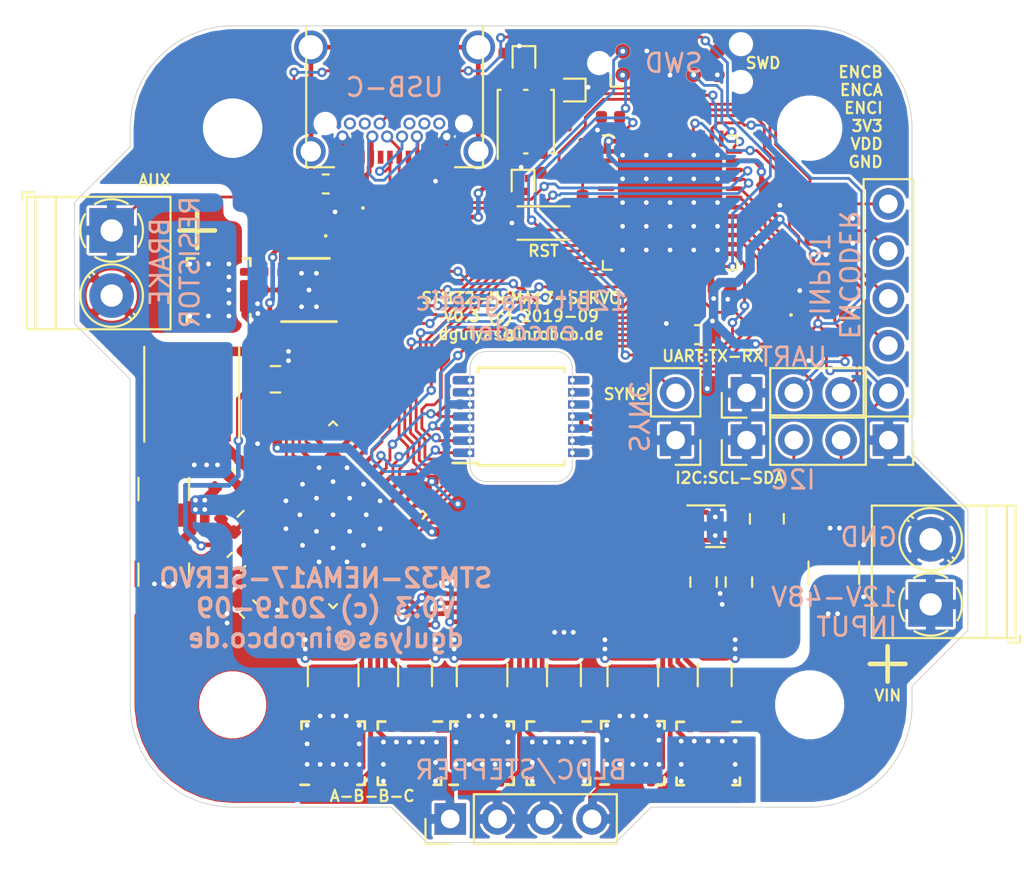
<source format=kicad_pcb>
(kicad_pcb (version 20171130) (host pcbnew "(5.1.4-0-10_14)")
  (title_block (title STM32-NEMA17-SERVO) (date 2019-08-31) (rev V0.2) (company InRobCo) (comment 1 "Dömötör Gulyás"))
  (layers (0 F.Cu signal) (31 B.Cu signal) (34 B.Paste user) (35 F.Paste user) (36 B.SilkS user) (37 F.SilkS user) (38 B.Mask user) (39 F.Mask user) (44 Edge.Cuts user))
  (net 0 "")
  (net 1 GND)
  (net 2 +3.3VA)
  (net 3 +3V3)
  (net 4 VBUS)
  (net 5 RA)
  (net 6 RB)
  (net 7 RC)
  (net 8 MOSI)
  (net 9 MISO)
  (net 10 SLCK)
  (net 11 PWMC)
  (net 12 PWMB)
  (net 13 PWMA)
  (net 14 SOA)
  (net 15 SOB)
  (net 16 SOC)
  (net 17 "Net-(Q2-Pad4)")
  (net 18 "Net-(Q3-Pad4)")
  (net 19 "Net-(Q4-Pad4)")
  (net 20 "Net-(Q5-Pad4)")
  (net 21 "Net-(Q6-Pad4)")
  (net 22 DP)
  (net 23 DM)
  (net 24 OC)
  (net 25 OB)
  (net 26 OA)
  (net 27 OR)
  (net 28 GR)
  (net 29 PWMR)
  (net 30 ENC)
  (net 31 ENB)
  (net 32 ENA)
  (net 33 DRVEN)
  (net 34 DRVFAULT)
  (net 35 VDD)
  (net 36 "Net-(C15-Pad2)")
  (net 37 "Net-(C16-Pad1)")
  (net 38 "Net-(D1-Pad2)")
  (net 39 "Net-(L2-Pad1)")
  (net 40 "Net-(Q7-Pad4)")
  (net 41 ENCB)
  (net 42 ENCA)
  (net 43 ENCI)
  (net 44 ASEL)
  (net 45 DRVSEL)
  (net 46 SWCLK)
  (net 47 SWDIO)
  (net 48 /BUCK_SW)
  (net 49 LEDR)
  (net 50 LEDG)
  (net 51 LEDB)
  (net 52 /BUCK_CB)
  (net 53 /BUCK_FB)
  (net 54 "Net-(D3-Pad1)")
  (net 55 "Net-(D3-Pad3)")
  (net 56 "Net-(D3-Pad2)")
  (net 57 "Net-(Q8-Pad1)")
  (net 58 "Net-(Q9-Pad1)")
  (net 59 "Net-(Q10-Pad1)")
  (net 60 "Net-(C16-Pad2)")
  (net 61 "Net-(C17-Pad1)")
  (net 62 "Net-(J2-PadB5)")
  (net 63 "Net-(J2-PadS1)")
  (net 64 "Net-(J2-PadA5)")
  (net 65 "Net-(R6-Pad2)")
  (net 66 "Net-(R7-Pad1)")
  (net 67 "Net-(R8-Pad2)")
  (net 68 "Net-(U4-Pad7)")
  (net 69 "Net-(U4-Pad6)")
  (net 70 "Net-(U4-Pad14)")
  (net 71 "Net-(U4-Pad10)")
  (net 72 "Net-(U4-Pad9)")
  (net 73 "Net-(U4-Pad8)")
  (net 74 TX1)
  (net 75 RX1)
  (net 76 SDA3)
  (net 77 SCL3)
  (net 78 "Net-(J1-Pad6)")
  (net 79 "Net-(J1-Pad5)")
  (net 80 "Net-(J1-Pad4)")
  (net 81 "Net-(J7-Pad3)")
  (net 82 "Net-(J7-Pad2)")
  (net 83 "Net-(J8-Pad3)")
  (net 84 "Net-(J8-Pad2)")
  (net 85 NRST)
  (net 86 SYNC)
  (net 87 VBUSDIV)
  (net 88 "Net-(Q8-Pad3)")
  (net 89 "Net-(Q9-Pad3)")
  (net 90 "Net-(Q10-Pad3)")
  (net 91 VDDDIV)
  (module Capacitor_SMD:C_1210_3225Metric (layer F.Cu) (at 156 133.9 90)
    (fp_text reference C25 hide)
    (fp_text value "10u 60V")
    (pad 2 smd roundrect (at 1.4 0 90) (size 1.25 2.65) (layers F.Cu F.Paste F.Mask) (roundrect_rratio 0.2) (net 1 GND))
    (pad 1 smd roundrect (at -1.4 0 90) (size 1.25 2.65) (layers F.Cu F.Paste F.Mask) (roundrect_rratio 0.2) (net 4 VBUS))
  )
  (module Resistor_SMD:R_0402_1005Metric (layer F.Cu) (at 165.45 116 270)
    (fp_text reference R32 hide)
    (fp_text value 5K)
    (pad 2 smd roundrect (at 0.485 0 270) (size 0.59 0.64) (layers F.Cu F.Paste F.Mask) (net 1 GND))
    (pad 1 smd roundrect (at -0.485 0 270) (size 0.59 0.64) (layers F.Cu F.Paste F.Mask) (net 91 VDDDIV))
  )
  (module Resistor_SMD:R_0402_1005Metric (layer F.Cu) (at 166.4 116 90)
    (fp_text reference R31 hide)
    (fp_text value 22K)
    (pad 2 smd roundrect (at 0.485 0 90) (size 0.59 0.64) (layers F.Cu F.Paste F.Mask) (net 91 VDDDIV))
    (pad 1 smd roundrect (at -0.485 0 90) (size 0.59 0.64) (layers F.Cu F.Paste F.Mask) (net 35 VDD))
  )
  (module Diode_SMD:D_0402_1005Metric (layer F.Cu) (at 164.5 113.45 90)
    (fp_text reference D5 hide)
    (fp_text value "3.3V 1mA")
    (pad 2 smd roundrect (at 0.485 0 90) (size 0.59 0.64) (layers F.Cu F.Paste F.Mask) (net 1 GND))
    (pad 1 smd roundrect (at -0.485 0 90) (size 0.59 0.64) (layers F.Cu F.Paste F.Mask) (net 91 VDDDIV))
  )
  (module Capacitor_SMD:C_1210_3225Metric (layer F.Cu) (at 166.8 128.4 90)
    (fp_text reference C7 hide)
    (fp_text value "10u 60V")
    (pad 2 smd roundrect (at 1.4 0 90) (size 1.25 2.65) (layers F.Cu F.Paste F.Mask) (roundrect_rratio 0.2) (net 1 GND))
    (pad 1 smd roundrect (at -1.4 0 90) (size 1.25 2.65) (layers F.Cu F.Paste F.Mask) (roundrect_rratio 0.2) (net 4 VBUS))
  )
  (module stm32-nema17:WDFN8 (layer F.Cu) (at 133.75 113.2 270)
    (fp_text reference Q1)
    (fp_text value NTTFS4937N)
    (pad 5-8 smd roundrect (at 0 0.45 270) (size 3.46 2.69) (layers F.Cu) (roundrect_rratio 0.03700000000000001) (net 27 OR))
    (pad 1-3 smd roundrect (at 0.325 -1.47 270) (size 1.72 0.66) (layers F.Cu) (roundrect_rratio 0.152) (net 1 GND))
    (pad 4 smd roundrect (at -0.975 -1.47 270) (size 0.42 0.66) (layers F.Cu F.Paste F.Mask) (net 28 GR))
  )
  (module stm32-nema17:WDFN8 (layer F.Cu) (at 144 138.1)
    (fp_text reference Q3)
    (fp_text value NVTFS5C658NL)
    (pad 5-8 smd roundrect (at 0 0.45) (size 3.46 2.69) (layers F.Cu) (roundrect_rratio 0.03700000000000001) (net 26 OA))
    (pad 1-3 smd roundrect (at 0.325 -1.47) (size 1.72 0.66) (layers F.Cu) (roundrect_rratio 0.152) (net 5 RA))
    (pad 4 smd roundrect (at -0.975 -1.47) (size 0.42 0.66) (layers F.Cu F.Paste F.Mask) (net 18 "Net-(Q3-Pad4)"))
  )
  (module stm32-nema17:WDFN8 (layer F.Cu) (at 147.9 138.1 180)
    (fp_text reference Q4)
    (fp_text value NVTFS5C658NL)
    (pad 5-8 smd roundrect (at 0 0.45 180) (size 3.46 2.69) (layers F.Cu) (roundrect_rratio 0.03700000000000001) (net 4 VBUS))
    (pad 1-3 smd roundrect (at 0.325 -1.47 180) (size 1.72 0.66) (layers F.Cu) (roundrect_rratio 0.152) (net 25 OB))
    (pad 4 smd roundrect (at -0.975 -1.47 180) (size 0.42 0.66) (layers F.Cu F.Paste F.Mask) (net 19 "Net-(Q4-Pad4)"))
  )
  (module stm32-nema17:WDFN8 (layer F.Cu) (at 160.05 138.115)
    (fp_text reference Q7)
    (fp_text value NVTFS5C658NL)
    (pad 5-8 smd roundrect (at 0 0.45) (size 3.46 2.69) (layers F.Cu) (roundrect_rratio 0.03700000000000001) (net 24 OC))
    (pad 1-3 smd roundrect (at 0.325 -1.47) (size 1.72 0.66) (layers F.Cu) (roundrect_rratio 0.152) (net 7 RC))
    (pad 4 smd roundrect (at -0.975 -1.47) (size 0.42 0.66) (layers F.Cu F.Paste F.Mask) (net 40 "Net-(Q7-Pad4)"))
  )
  (module stm32-nema17:WDFN8 (layer F.Cu) (at 156 138.085 180)
    (fp_text reference Q6)
    (fp_text value NVTFS5C658NL)
    (pad 5-8 smd roundrect (at 0 0.45 180) (size 3.46 2.69) (layers F.Cu) (roundrect_rratio 0.03700000000000001) (net 4 VBUS))
    (pad 1-3 smd roundrect (at 0.325 -1.47 180) (size 1.72 0.66) (layers F.Cu) (roundrect_rratio 0.152) (net 24 OC))
    (pad 4 smd roundrect (at -0.975 -1.47 180) (size 0.42 0.66) (layers F.Cu F.Paste F.Mask) (net 21 "Net-(Q6-Pad4)"))
  )
  (module stm32-nema17:WDFN8 (layer F.Cu) (at 152 138.1)
    (fp_text reference Q5)
    (fp_text value NVTFS5C658NL)
    (pad 5-8 smd roundrect (at 0 0.45) (size 3.46 2.69) (layers F.Cu) (roundrect_rratio 0.03700000000000001) (net 25 OB))
    (pad 1-3 smd roundrect (at 0.325 -1.47) (size 1.72 0.66) (layers F.Cu) (roundrect_rratio 0.152) (net 6 RB))
    (pad 4 smd roundrect (at -0.975 -1.47) (size 0.42 0.66) (layers F.Cu F.Paste F.Mask) (net 20 "Net-(Q5-Pad4)"))
  )
  (module stm32-nema17:WDFN8 (layer F.Cu) (at 139.9 138.1 180)
    (fp_text reference Q2)
    (fp_text value NVTFS5C658NL)
    (pad 5-8 smd roundrect (at 0 0.45 180) (size 3.46 2.69) (layers F.Cu) (roundrect_rratio 0.03700000000000001) (net 4 VBUS))
    (pad 1-3 smd roundrect (at 0.325 -1.47 180) (size 1.72 0.66) (layers F.Cu) (roundrect_rratio 0.152) (net 26 OA))
    (pad 4 smd roundrect (at -0.975 -1.47 180) (size 0.42 0.66) (layers F.Cu F.Paste F.Mask) (net 17 "Net-(Q2-Pad4)"))
  )
  (module Resistor_SMD:R_0402_1005Metric (layer F.Cu) (at 163.55 116 90)
    (fp_text reference R30)
    (fp_text value 10K)
    (pad 2 smd roundrect (at 0.485 0 90) (size 0.59 0.64) (layers F.Cu F.Paste F.Mask) (net 9 MISO))
    (pad 1 smd roundrect (at -0.485 0 90) (size 0.59 0.64) (layers F.Cu F.Paste F.Mask) (net 3 +3V3))
  )
  (module Resistor_SMD:R_0402_1005Metric (layer F.Cu) (at 140.5 109.2 90)
    (fp_text reference R29 hide)
    (fp_text value 5K)
    (pad 2 smd roundrect (at 0.485 0 90) (size 0.59 0.64) (layers F.Cu F.Paste F.Mask) (net 1 GND))
    (pad 1 smd roundrect (at -0.485 0 90) (size 0.59 0.64) (layers F.Cu F.Paste F.Mask) (net 87 VBUSDIV))
  )
  (module Resistor_SMD:R_0402_1005Metric (layer F.Cu) (at 138.1 108.7)
    (fp_text reference R28 hide)
    (fp_text value 120K)
    (pad 2 smd roundrect (at 0.485 0) (size 0.59 0.64) (layers F.Cu F.Paste F.Mask) (net 87 VBUSDIV))
    (pad 1 smd roundrect (at -0.485 0) (size 0.59 0.64) (layers F.Cu F.Paste F.Mask) (net 4 VBUS))
  )
  (module Diode_SMD:D_0402_1005Metric (layer F.Cu) (at 139.5 109.2 90)
    (fp_text reference D4 hide)
    (fp_text value "3.3V 1mA")
    (pad 2 smd roundrect (at 0.485 0 90) (size 0.59 0.64) (layers F.Cu F.Paste F.Mask) (net 1 GND))
    (pad 1 smd roundrect (at -0.485 0 90) (size 0.59 0.64) (layers F.Cu F.Paste F.Mask) (net 87 VBUSDIV))
  )
  (module stm32-nema17:USB_C_Receptacle_Adam_C31-S-RA-CS1A-BK-SS (layer F.Cu) (at 143.2 99 180)
    (fp_text reference J2 hide)
    (fp_text value C31-S-RA-CS1A-BK-SS)
    (pad B11 thru_hole circle (at -2.4 -5.25 180) (size 0.65 0.65) (drill 0.4) (layers *.Cu *.Mask))
    (pad B10 thru_hole circle (at -1.6 -5.25 180) (size 0.65 0.65) (drill 0.4) (layers *.Cu *.Mask))
    (pad B8 thru_hole circle (at -0.8 -5.25 180) (size 0.65 0.65) (drill 0.4) (layers *.Cu *.Mask))
    (pad B5 thru_hole circle (at 0.8 -5.25 180) (size 0.65 0.65) (drill 0.4) (layers *.Cu *.Mask) (net 62 "Net-(J2-PadB5)"))
    (pad B3 thru_hole circle (at 1.6 -5.25 180) (size 0.65 0.65) (drill 0.4) (layers *.Cu *.Mask))
    (pad B2 thru_hole circle (at 2.4 -5.25 180) (size 0.65 0.65) (drill 0.4) (layers *.Cu *.Mask))
    (pad B12 thru_hole circle (at -2.8 -5.95 180) (size 0.65 0.65) (drill 0.4) (layers *.Cu *.Mask) (net 1 GND))
    (pad B9 thru_hole circle (at -1.2 -5.95 180) (size 0.65 0.65) (drill 0.4) (layers *.Cu *.Mask) (net 38 "Net-(D1-Pad2)"))
    (pad B7 thru_hole circle (at -0.4 -5.95 180) (size 0.65 0.65) (drill 0.4) (layers *.Cu *.Mask) (net 23 DM))
    (pad B6 thru_hole circle (at 0.4 -5.95 180) (size 0.65 0.65) (drill 0.4) (layers *.Cu *.Mask) (net 22 DP))
    (pad B4 thru_hole circle (at 1.2 -5.95 180) (size 0.65 0.65) (drill 0.4) (layers *.Cu *.Mask) (net 38 "Net-(D1-Pad2)"))
    (pad B1 thru_hole circle (at 2.8 -5.95 180) (size 0.65 0.65) (drill 0.4) (layers *.Cu *.Mask) (net 1 GND))
    (pad "" np_thru_hole circle (at -3.725 -5.25 180) (size 0.65 0.65) (drill 0.65) (layers *.Cu *.Mask))
    (pad "" np_thru_hole circle (at 3.725 -5.25 180) (size 0.95 0.95) (drill 0.95) (layers *.Cu *.Mask))
    (pad S1 thru_hole circle (at -4.5 -1.15 180) (size 1.8 1.8) (drill 1.3) (layers *.Cu *.Mask) (net 63 "Net-(J2-PadS1)"))
    (pad S1 thru_hole circle (at 4.5 -1.15 180) (size 1.8 1.8) (drill 1.3) (layers *.Cu *.Mask) (net 63 "Net-(J2-PadS1)"))
    (pad S1 thru_hole circle (at 4.5 -6.75 180) (size 1.6 1.6) (drill 1.1) (layers *.Cu *.Mask) (net 63 "Net-(J2-PadS1)"))
    (pad A11 smd rect (at 2.25 -7.06 180) (size 0.3 0.7) (layers F.Cu F.Paste F.Mask))
    (pad A8 smd rect (at 0.75 -7.06 180) (size 0.3 0.7) (layers F.Cu F.Paste F.Mask))
    (pad A9 smd rect (at 1.25 -7.06 180) (size 0.3 0.7) (layers F.Cu F.Paste F.Mask) (net 38 "Net-(D1-Pad2)"))
    (pad A10 smd rect (at 1.75 -7.06 180) (size 0.3 0.7) (layers F.Cu F.Paste F.Mask))
    (pad A12 smd rect (at 2.75 -7.06 180) (size 0.3 0.7) (layers F.Cu F.Paste F.Mask) (net 1 GND))
    (pad A7 smd rect (at 0.25 -7.06 180) (size 0.3 0.7) (layers F.Cu F.Paste F.Mask) (net 23 DM))
    (pad A6 smd rect (at -0.25 -7.06 180) (size 0.3 0.7) (layers F.Cu F.Paste F.Mask) (net 22 DP))
    (pad A5 smd rect (at -0.75 -7.06 180) (size 0.3 0.7) (layers F.Cu F.Paste F.Mask) (net 64 "Net-(J2-PadA5)"))
    (pad A4 smd rect (at -1.25 -7.06 180) (size 0.3 0.7) (layers F.Cu F.Paste F.Mask) (net 38 "Net-(D1-Pad2)"))
    (pad A3 smd rect (at -1.75 -7.06 180) (size 0.3 0.7) (layers F.Cu F.Paste F.Mask))
    (pad A2 smd rect (at -2.25 -7.06 180) (size 0.3 0.7) (layers F.Cu F.Paste F.Mask))
    (pad A1 smd rect (at -2.75 -7.06 180) (size 0.3 0.7) (layers F.Cu F.Paste F.Mask) (net 1 GND))
    (pad S1 thru_hole circle (at -4.5 -6.75 180) (size 1.6 1.6) (drill 1.1) (layers *.Cu *.Mask) (net 63 "Net-(J2-PadS1)"))
  )
  (module Capacitor_SMD:C_0603_1608Metric (layer F.Cu) (at 134.7 127.8 45)
    (fp_text reference C16 hide)
    (fp_text value "47n 60V")
    (pad 2 smd roundrect (at 0.7875 0 45) (size 0.875 0.95) (layers F.Cu F.Paste F.Mask) (net 60 "Net-(C16-Pad2)"))
    (pad 1 smd roundrect (at -0.7875 0 45) (size 0.875 0.95) (layers F.Cu F.Paste F.Mask) (net 37 "Net-(C16-Pad1)"))
  )
  (module Connector_PinHeader_2.54mm:PinHeader_1x02_P2.54mm_Vertical (layer F.Cu) (at 158.3 121.27 180)
    (fp_text reference J9 hide)
    (fp_text value Conn_01x02)
    (pad 2 thru_hole oval (at 0 2.54 180) (size 1.7 1.7) (drill 1) (layers *.Cu *.Mask) (net 86 SYNC))
    (pad 1 thru_hole rect (at 0 0 180) (size 1.7 1.7) (drill 1) (layers *.Cu *.Mask) (net 1 GND))
  )
  (module stm32-nema17:SW_SPST_EVPBB (layer F.Cu) (at 151.2 109.6)
    (fp_text reference SW1 hide)
    (fp_text value EVP-BB2A9B000)
    (pad 2 smd roundrect (at 1.325 0.375) (size 0.55 0.55) (layers F.Cu F.Paste F.Mask) (net 85 NRST))
    (pad 1 smd roundrect (at -1.325 0.375) (size 0.55 0.55) (layers F.Cu F.Paste F.Mask) (net 1 GND))
    (pad 1 smd roundrect (at -1.325 -0.375) (size 0.55 0.55) (layers F.Cu F.Paste F.Mask) (net 1 GND))
    (pad 2 smd roundrect (at 1.325 -0.375) (size 0.55 0.55) (layers F.Cu F.Paste F.Mask) (net 85 NRST))
  )
  (module Resistor_SMD:R_0402_1005Metric (layer F.Cu) (at 153.3 108.6 90)
    (fp_text reference R27 hide)
    (fp_text value 100K)
    (pad 2 smd roundrect (at 0.485 0 90) (size 0.59 0.64) (layers F.Cu F.Paste F.Mask) (net 3 +3V3))
    (pad 1 smd roundrect (at -0.485 0 90) (size 0.59 0.64) (layers F.Cu F.Paste F.Mask) (net 85 NRST))
  )
  (module stm32-nema17:TSSOP-14_4.4x5mm_P0.65mm-inlaid (layer F.Cu) (at 150 120 180)
    (fp_text reference U4 hide)
    (fp_text value AS5047D)
    (pad 7 smd roundrect (at 3.2125 1.95 180) (size 0.925 0.45) (layers B.Cu B.Paste B.Mask) (net 68 "Net-(U4-Pad7)"))
    (pad 6 smd roundrect (at 3.2125 1.3 180) (size 0.925 0.45) (layers B.Cu B.Paste B.Mask) (net 69 "Net-(U4-Pad6)"))
    (pad 5 smd roundrect (at 3.2125 0.65 180) (size 0.925 0.45) (layers B.Cu B.Paste B.Mask) (net 1 GND))
    (pad 4 smd roundrect (at 3.2125 0 180) (size 0.925 0.45) (layers B.Cu B.Paste B.Mask) (net 8 MOSI))
    (pad 3 smd roundrect (at 3.2125 -0.65 180) (size 0.925 0.45) (layers B.Cu B.Paste B.Mask) (net 9 MISO))
    (pad 2 smd roundrect (at 3.2125 -1.3 180) (size 0.925 0.45) (layers B.Cu B.Paste B.Mask) (net 10 SLCK))
    (pad 1 smd roundrect (at 3.2125 -1.95 180) (size 0.925 0.45) (layers B.Cu B.Paste B.Mask) (net 44 ASEL))
    (pad 14 smd roundrect (at -3.2125 -1.95 180) (size 0.925 0.45) (layers B.Cu B.Paste B.Mask) (net 70 "Net-(U4-Pad14)"))
    (pad 13 smd roundrect (at -3.2125 -1.3 180) (size 0.925 0.45) (layers B.Cu B.Paste B.Mask) (net 1 GND))
    (pad 12 smd roundrect (at -3.2125 -0.65 180) (size 0.925 0.45) (layers B.Cu B.Paste B.Mask) (net 3 +3V3))
    (pad 11 smd roundrect (at -3.2125 0 180) (size 0.925 0.45) (layers B.Cu B.Paste B.Mask) (net 3 +3V3))
    (pad 10 smd roundrect (at -3.2125 0.65 180) (size 0.925 0.45) (layers B.Cu B.Paste B.Mask) (net 71 "Net-(U4-Pad10)"))
    (pad 9 smd roundrect (at -3.2125 1.3 180) (size 0.925 0.45) (layers B.Cu B.Paste B.Mask) (net 72 "Net-(U4-Pad9)"))
    (pad 8 smd roundrect (at -3.2125 1.95 180) (size 0.925 0.45) (layers B.Cu B.Paste B.Mask) (net 73 "Net-(U4-Pad8)"))
    (pad 14 thru_hole rect (at -2.75 -1.95 180) (size 0.45 0.45) (drill 0.254) (layers *.Cu *.Mask) (net 70 "Net-(U4-Pad14)"))
    (pad 13 thru_hole rect (at -2.75 -1.3 180) (size 0.45 0.45) (drill 0.254) (layers *.Cu *.Mask) (net 1 GND))
    (pad 12 thru_hole rect (at -2.75 -0.65 180) (size 0.45 0.45) (drill 0.254) (layers *.Cu *.Mask) (net 3 +3V3))
    (pad 11 thru_hole rect (at -2.75 0 180) (size 0.45 0.45) (drill 0.254) (layers *.Cu *.Mask) (net 3 +3V3))
    (pad 10 thru_hole rect (at -2.75 0.65 180) (size 0.45 0.45) (drill 0.254) (layers *.Cu *.Mask) (net 71 "Net-(U4-Pad10)"))
    (pad 9 thru_hole rect (at -2.75 1.3 180) (size 0.45 0.45) (drill 0.254) (layers *.Cu *.Mask) (net 72 "Net-(U4-Pad9)"))
    (pad 8 thru_hole rect (at -2.75 1.95 180) (size 0.45 0.45) (drill 0.254) (layers *.Cu *.Mask) (net 73 "Net-(U4-Pad8)"))
    (pad 7 thru_hole rect (at 2.75 1.95 180) (size 0.45 0.45) (drill 0.254) (layers *.Cu *.Mask) (net 68 "Net-(U4-Pad7)"))
    (pad 6 thru_hole rect (at 2.75 1.3 180) (size 0.45 0.45) (drill 0.254) (layers *.Cu *.Mask) (net 69 "Net-(U4-Pad6)"))
    (pad 5 thru_hole rect (at 2.75 0.65 180) (size 0.45 0.45) (drill 0.254) (layers *.Cu *.Mask) (net 1 GND))
    (pad 4 thru_hole rect (at 2.75 0 180) (size 0.45 0.45) (drill 0.254) (layers *.Cu *.Mask) (net 8 MOSI))
    (pad 3 thru_hole rect (at 2.75 -0.65 180) (size 0.45 0.45) (drill 0.254) (layers *.Cu *.Mask) (net 9 MISO))
    (pad 2 thru_hole rect (at 2.75 -1.3 180) (size 0.45 0.45) (drill 0.254) (layers *.Cu *.Mask) (net 10 SLCK))
    (pad 1 thru_hole rect (at 2.75 -1.95 180) (size 0.45 0.45) (drill 0.254) (layers *.Cu *.Mask) (net 44 ASEL))
    (pad 1 smd roundrect (at 3.2125 -1.95 180) (size 0.925 0.45) (layers F.Cu F.Paste F.Mask) (net 44 ASEL))
    (pad 2 smd roundrect (at 3.2125 -1.3 180) (size 0.925 0.45) (layers F.Cu F.Paste F.Mask) (net 10 SLCK))
    (pad 3 smd roundrect (at 3.2125 -0.65 180) (size 0.925 0.45) (layers F.Cu F.Paste F.Mask) (net 9 MISO))
    (pad 4 smd roundrect (at 3.2125 0 180) (size 0.925 0.45) (layers F.Cu F.Paste F.Mask) (net 8 MOSI))
    (pad 5 smd roundrect (at 3.2125 0.65 180) (size 0.925 0.45) (layers F.Cu F.Paste F.Mask) (net 1 GND))
    (pad 6 smd roundrect (at 3.2125 1.3 180) (size 0.925 0.45) (layers F.Cu F.Paste F.Mask) (net 69 "Net-(U4-Pad6)"))
    (pad 7 smd roundrect (at 3.2125 1.95 180) (size 0.925 0.45) (layers F.Cu F.Paste F.Mask) (net 68 "Net-(U4-Pad7)"))
    (pad 8 smd roundrect (at -3.2125 1.95 180) (size 0.925 0.45) (layers F.Cu F.Paste F.Mask) (net 73 "Net-(U4-Pad8)"))
    (pad 9 smd roundrect (at -3.2125 1.3 180) (size 0.925 0.45) (layers F.Cu F.Paste F.Mask) (net 72 "Net-(U4-Pad9)"))
    (pad 10 smd roundrect (at -3.2125 0.65 180) (size 0.925 0.45) (layers F.Cu F.Paste F.Mask) (net 71 "Net-(U4-Pad10)"))
    (pad 11 smd roundrect (at -3.2125 0 180) (size 0.925 0.45) (layers F.Cu F.Paste F.Mask) (net 3 +3V3))
    (pad 12 smd roundrect (at -3.2125 -0.65 180) (size 0.925 0.45) (layers F.Cu F.Paste F.Mask) (net 3 +3V3))
    (pad 13 smd roundrect (at -3.2125 -1.3 180) (size 0.925 0.45) (layers F.Cu F.Paste F.Mask) (net 1 GND))
    (pad 14 smd roundrect (at -3.2125 -1.95 180) (size 0.925 0.45) (layers F.Cu F.Paste F.Mask) (net 70 "Net-(U4-Pad14)"))
  )
  (module Capacitor_SMD:C_1210_3225Metric (layer F.Cu) (at 147.9 133.9 90)
    (fp_text reference C24 hide)
    (fp_text value "10u 60V")
    (pad 2 smd roundrect (at 1.4 0 90) (size 1.25 2.65) (layers F.Cu F.Paste F.Mask) (roundrect_rratio 0.2) (net 1 GND))
    (pad 1 smd roundrect (at -1.4 0 90) (size 1.25 2.65) (layers F.Cu F.Paste F.Mask) (roundrect_rratio 0.2) (net 4 VBUS))
  )
  (module Capacitor_SMD:C_1210_3225Metric (layer F.Cu) (at 139.9 133.9 90)
    (fp_text reference C23 hide)
    (fp_text value "10u 60V")
    (pad 2 smd roundrect (at 1.4 0 90) (size 1.25 2.65) (layers F.Cu F.Paste F.Mask) (roundrect_rratio 0.2) (net 1 GND))
    (pad 1 smd roundrect (at -1.4 0 90) (size 1.25 2.65) (layers F.Cu F.Paste F.Mask) (roundrect_rratio 0.2) (net 4 VBUS))
  )
  (module Capacitor_SMD:C_0805_2012Metric (layer F.Cu) (at 159.8 128.9 270)
    (fp_text reference C14 hide)
    (fp_text value "10u 20V")
    (pad 2 smd roundrect (at 0.9375 0 270) (size 0.975 1.4) (layers F.Cu F.Paste F.Mask) (net 1 GND))
    (pad 1 smd roundrect (at -0.9375 0 270) (size 0.975 1.4) (layers F.Cu F.Paste F.Mask) (net 35 VDD))
  )
  (module Capacitor_SMD:C_1210_3225Metric (layer F.Cu) (at 130.8 128.5 90)
    (fp_text reference C10 hide)
    (fp_text value "10u 60V")
    (pad 2 smd roundrect (at 1.4 0 90) (size 1.25 2.65) (layers F.Cu F.Paste F.Mask) (roundrect_rratio 0.2) (net 1 GND))
    (pad 1 smd roundrect (at -1.4 0 90) (size 1.25 2.65) (layers F.Cu F.Paste F.Mask) (roundrect_rratio 0.2) (net 4 VBUS))
  )
  (module Capacitor_SMD:C_1210_3225Metric (layer F.Cu) (at 130.8 123.9 270)
    (fp_text reference C12 hide)
    (fp_text value "10u 60V")
    (pad 2 smd roundrect (at 1.4 0 270) (size 1.25 2.65) (layers F.Cu F.Paste F.Mask) (roundrect_rratio 0.2) (net 1 GND))
    (pad 1 smd roundrect (at -1.4 0 270) (size 1.25 2.65) (layers F.Cu F.Paste F.Mask) (roundrect_rratio 0.2) (net 4 VBUS))
  )
  (module Resistor_SMD:R_0402_1005Metric (layer F.Cu) (at 167.3 123.6 180)
    (fp_text reference R26 hide)
    (fp_text value 1K)
    (pad 2 smd roundrect (at 0.485 0 180) (size 0.59 0.64) (layers F.Cu F.Paste F.Mask) (net 83 "Net-(J8-Pad3)"))
    (pad 1 smd roundrect (at -0.485 0 180) (size 0.59 0.64) (layers F.Cu F.Paste F.Mask) (net 76 SDA3))
  )
  (module Resistor_SMD:R_0402_1005Metric (layer F.Cu) (at 165.4 123.6 180)
    (fp_text reference R25 hide)
    (fp_text value 1K)
    (pad 2 smd roundrect (at 0.485 0 180) (size 0.59 0.64) (layers F.Cu F.Paste F.Mask) (net 84 "Net-(J8-Pad2)"))
    (pad 1 smd roundrect (at -0.485 0 180) (size 0.59 0.64) (layers F.Cu F.Paste F.Mask) (net 77 SCL3))
  )
  (module Resistor_SMD:R_0402_1005Metric (layer F.Cu) (at 167.4 114.085 270)
    (fp_text reference R24 hide)
    (fp_text value 1K)
    (pad 2 smd roundrect (at 0.485 0 270) (size 0.59 0.64) (layers F.Cu F.Paste F.Mask) (net 81 "Net-(J7-Pad3)"))
    (pad 1 smd roundrect (at -0.485 0 270) (size 0.59 0.64) (layers F.Cu F.Paste F.Mask) (net 75 RX1))
  )
  (module Resistor_SMD:R_0402_1005Metric (layer F.Cu) (at 167.4 116 270)
    (fp_text reference R23 hide)
    (fp_text value 1K)
    (pad 2 smd roundrect (at 0.485 0 270) (size 0.59 0.64) (layers F.Cu F.Paste F.Mask) (net 82 "Net-(J7-Pad2)"))
    (pad 1 smd roundrect (at -0.485 0 270) (size 0.59 0.64) (layers F.Cu F.Paste F.Mask) (net 74 TX1))
  )
  (module Resistor_SMD:R_0402_1005Metric (layer F.Cu) (at 166 108.5)
    (fp_text reference R22 hide)
    (fp_text value 1K)
    (pad 2 smd roundrect (at 0.485 0) (size 0.59 0.64) (layers F.Cu F.Paste F.Mask) (net 78 "Net-(J1-Pad6)"))
    (pad 1 smd roundrect (at -0.485 0) (size 0.59 0.64) (layers F.Cu F.Paste F.Mask) (net 41 ENCB))
  )
  (module Resistor_SMD:R_0402_1005Metric (layer F.Cu) (at 166 109.5)
    (fp_text reference R21 hide)
    (fp_text value 1K)
    (pad 2 smd roundrect (at 0.485 0) (size 0.59 0.64) (layers F.Cu F.Paste F.Mask) (net 79 "Net-(J1-Pad5)"))
    (pad 1 smd roundrect (at -0.485 0) (size 0.59 0.64) (layers F.Cu F.Paste F.Mask) (net 42 ENCA))
  )
  (module Resistor_SMD:R_0402_1005Metric (layer F.Cu) (at 166 110.5)
    (fp_text reference R20 hide)
    (fp_text value 1K)
    (pad 2 smd roundrect (at 0.485 0) (size 0.59 0.64) (layers F.Cu F.Paste F.Mask) (net 80 "Net-(J1-Pad4)"))
    (pad 1 smd roundrect (at -0.485 0) (size 0.59 0.64) (layers F.Cu F.Paste F.Mask) (net 43 ENCI))
  )
  (module Connector_PinHeader_2.54mm:PinHeader_1x03_P2.54mm_Vertical (layer F.Cu) (at 162.11 121.27 90)
    (fp_text reference J8 hide)
    (fp_text value Conn_01x03)
    (pad 3 thru_hole oval (at 0 5.08 90) (size 1.7 1.7) (drill 1) (layers *.Cu *.Mask) (net 83 "Net-(J8-Pad3)"))
    (pad 2 thru_hole oval (at 0 2.54 90) (size 1.7 1.7) (drill 1) (layers *.Cu *.Mask) (net 84 "Net-(J8-Pad2)"))
    (pad 1 thru_hole rect (at 0 0 90) (size 1.7 1.7) (drill 1) (layers *.Cu *.Mask) (net 1 GND))
  )
  (module Connector_PinHeader_2.54mm:PinHeader_1x03_P2.54mm_Vertical (layer F.Cu) (at 162.11 118.73 90)
    (fp_text reference J7 hide)
    (fp_text value Conn_01x03)
    (pad 3 thru_hole oval (at 0 5.08 90) (size 1.7 1.7) (drill 1) (layers *.Cu *.Mask) (net 81 "Net-(J7-Pad3)"))
    (pad 2 thru_hole oval (at 0 2.54 90) (size 1.7 1.7) (drill 1) (layers *.Cu *.Mask) (net 82 "Net-(J7-Pad2)"))
    (pad 1 thru_hole rect (at 0 0 90) (size 1.7 1.7) (drill 1) (layers *.Cu *.Mask) (net 1 GND))
  )
  (module Resistor_SMD:R_0402_1005Metric (layer F.Cu) (at 151.65 101.4)
    (fp_text reference R19 hide)
    (fp_text value 470R)
    (pad 2 smd roundrect (at 0.485 0) (size 0.59 0.64) (layers F.Cu F.Paste F.Mask) (net 90 "Net-(Q10-Pad3)"))
    (pad 1 smd roundrect (at -0.485 0) (size 0.59 0.64) (layers F.Cu F.Paste F.Mask) (net 55 "Net-(D3-Pad3)"))
  )
  (module Resistor_SMD:R_0402_1005Metric (layer F.Cu) (at 149.1 100.95 90)
    (fp_text reference R18 hide)
    (fp_text value 470R)
    (pad 2 smd roundrect (at 0.485 0 90) (size 0.59 0.64) (layers F.Cu F.Paste F.Mask) (net 89 "Net-(Q9-Pad3)"))
    (pad 1 smd roundrect (at -0.485 0 90) (size 0.59 0.64) (layers F.Cu F.Paste F.Mask) (net 56 "Net-(D3-Pad2)"))
  )
  (module Resistor_SMD:R_0402_1005Metric (layer F.Cu) (at 149.1 107.4 270)
    (fp_text reference R17 hide)
    (fp_text value 430R)
    (pad 2 smd roundrect (at 0.485 0 270) (size 0.59 0.64) (layers F.Cu F.Paste F.Mask) (net 88 "Net-(Q8-Pad3)"))
    (pad 1 smd roundrect (at -0.485 0 270) (size 0.59 0.64) (layers F.Cu F.Paste F.Mask) (net 54 "Net-(D3-Pad1)"))
  )
  (module Resistor_SMD:R_0402_1005Metric (layer F.Cu) (at 152.4 103.9 270)
    (fp_text reference R16)
    (fp_text value 100R)
    (pad 2 smd roundrect (at 0.485 0 270) (size 0.59 0.64) (layers F.Cu F.Paste F.Mask) (net 49 LEDR))
    (pad 1 smd roundrect (at -0.485 0 270) (size 0.59 0.64) (layers F.Cu F.Paste F.Mask) (net 59 "Net-(Q10-Pad1)"))
  )
  (module Resistor_SMD:R_0402_1005Metric (layer F.Cu) (at 151.65 100.4)
    (fp_text reference R15 hide)
    (fp_text value 100R)
    (pad 2 smd roundrect (at 0.485 0) (size 0.59 0.64) (layers F.Cu F.Paste F.Mask) (net 50 LEDG))
    (pad 1 smd roundrect (at -0.485 0) (size 0.59 0.64) (layers F.Cu F.Paste F.Mask) (net 58 "Net-(Q9-Pad1)"))
  )
  (module Resistor_SMD:R_0402_1005Metric (layer F.Cu) (at 151.55 106.9)
    (fp_text reference R14 hide)
    (fp_text value 100R)
    (pad 2 smd roundrect (at 0.485 0) (size 0.59 0.64) (layers F.Cu F.Paste F.Mask) (net 51 LEDB))
    (pad 1 smd roundrect (at -0.485 0) (size 0.59 0.64) (layers F.Cu F.Paste F.Mask) (net 57 "Net-(Q8-Pad1)"))
  )
  (module Package_TO_SOT_SMD:SOT-883 (layer F.Cu) (at 152.65 102.45 180)
    (fp_text reference Q10 hide)
    (fp_text value SSM3K35CTC)
    (pad 3 smd roundrect (at 0.35 0 180) (size 0.4 0.7) (layers F.Cu F.Paste F.Mask) (roundrect_rratio 0.125) (net 90 "Net-(Q10-Pad3)"))
    (pad 2 smd roundrect (at -0.35 0.225 180) (size 0.4 0.25) (layers F.Cu F.Paste F.Mask) (roundrect_rratio 0.2) (net 1 GND))
    (pad 1 smd roundrect (at -0.35 -0.225 180) (size 0.4 0.25) (layers F.Cu F.Paste F.Mask) (roundrect_rratio 0.2) (net 59 "Net-(Q10-Pad1)"))
  )
  (module Package_TO_SOT_SMD:SOT-883 (layer F.Cu) (at 150.15 100.9 270)
    (fp_text reference Q9 hide)
    (fp_text value SSM3K35CTC)
    (pad 3 smd roundrect (at 0.35 0 270) (size 0.4 0.7) (layers F.Cu F.Paste F.Mask) (roundrect_rratio 0.125) (net 89 "Net-(Q9-Pad3)"))
    (pad 2 smd roundrect (at -0.35 0.225 270) (size 0.4 0.25) (layers F.Cu F.Paste F.Mask) (roundrect_rratio 0.2) (net 1 GND))
    (pad 1 smd roundrect (at -0.35 -0.225 270) (size 0.4 0.25) (layers F.Cu F.Paste F.Mask) (roundrect_rratio 0.2) (net 58 "Net-(Q9-Pad1)"))
  )
  (module Package_TO_SOT_SMD:SOT-883 (layer F.Cu) (at 150.1 107.55 270)
    (fp_text reference Q8 hide)
    (fp_text value SSM3K35CTC)
    (pad 3 smd roundrect (at 0.35 0 270) (size 0.4 0.7) (layers F.Cu F.Paste F.Mask) (roundrect_rratio 0.125) (net 88 "Net-(Q8-Pad3)"))
    (pad 2 smd roundrect (at -0.35 0.225 270) (size 0.4 0.25) (layers F.Cu F.Paste F.Mask) (roundrect_rratio 0.2) (net 1 GND))
    (pad 1 smd roundrect (at -0.35 -0.225 270) (size 0.4 0.25) (layers F.Cu F.Paste F.Mask) (roundrect_rratio 0.2) (net 57 "Net-(Q8-Pad1)"))
  )
  (module LED_SMD:LED_Kingbright_AAA3528ESGCT (layer F.Cu) (at 150.25 104.15 90)
    (fp_text reference D3 hide)
    (fp_text value IN-S128TATRGB)
    (pad 1 smd rect (at -1.4 -0.725 90) (size 1.2 0.9) (layers F.Cu F.Paste F.Mask) (net 54 "Net-(D3-Pad1)"))
    (pad 3 smd rect (at 1.4 0.725 90) (size 1.2 0.9) (layers F.Cu F.Paste F.Mask) (net 55 "Net-(D3-Pad3)"))
    (pad 4 smd rect (at -1.4 0.725 90) (size 1.2 0.9) (layers F.Cu F.Paste F.Mask) (net 35 VDD))
    (pad 2 smd rect (at 1.4 -0.725 90) (size 1.2 0.9) (layers F.Cu F.Paste F.Mask) (net 56 "Net-(D3-Pad2)"))
  )
  (module Capacitor_SMD:C_0402_1005Metric (layer F.Cu) (at 136.1 116.5)
    (fp_text reference C21 hide)
    (fp_text value "100n 20V")
    (pad 2 smd roundrect (at 0.485 0) (size 0.59 0.64) (layers F.Cu F.Paste F.Mask) (net 1 GND))
    (pad 1 smd roundrect (at -0.485 0) (size 0.59 0.64) (layers F.Cu F.Paste F.Mask) (net 35 VDD))
  )
  (module Capacitor_SMD:C_0402_1005Metric (layer F.Cu) (at 133.9 123.5 225)
    (fp_text reference C13 hide)
    (fp_text value "100n 60V")
    (pad 2 smd roundrect (at 0.485 0 225) (size 0.59 0.64) (layers F.Cu F.Paste F.Mask) (net 1 GND))
    (pad 1 smd roundrect (at -0.485 0 225) (size 0.59 0.64) (layers F.Cu F.Paste F.Mask) (net 4 VBUS))
  )
  (module MountingHole:MountingHole_3.2mm_M3 (layer F.Cu) (at 134.5 135.5)
    (fp_text reference H2 hide)
    (fp_text value M3)
    (pad 1 np_thru_hole circle (at 0 0) (size 3.2 3.2) (drill 3.2) (layers *.Cu *.Mask))
  )
  (module MountingHole:MountingHole_3.2mm_M3 (layer F.Cu) (at 165.5 104.5)
    (fp_text reference H4 hide)
    (fp_text value M3)
    (pad 1 np_thru_hole circle (at 0 0) (size 3.2 3.2) (drill 3.2) (layers *.Cu *.Mask))
  )
  (module MountingHole:MountingHole_3.2mm_M3 (layer F.Cu) (at 165.5 135.5)
    (fp_text reference H3 hide)
    (fp_text value M3)
    (pad 1 np_thru_hole circle (at 0 0) (size 3.2 3.2) (drill 3.2) (layers *.Cu *.Mask))
  )
  (module MountingHole:MountingHole_3.2mm_M3_DIN965_Pad (layer F.Cu) (at 134.5 104.5)
    (fp_text reference H1 hide)
    (fp_text value M3)
    (pad 1 thru_hole circle (at 0 0) (size 5.6 5.6) (drill 3.2) (layers *.Cu *.Mask) (net 1 GND))
  )
  (module stm32-nema17:QFN-48-1EP_7x7mm_P0.5mm_EP5.6x5.6mm_ThermalVias (layer F.Cu) (at 158 108.5)
    (fp_text reference U1 hide)
    (fp_text value STM32G431CBU)
    (pad 48 smd roundrect (at -2.75 -3.4375) (size 0.25 0.875) (layers F.Cu F.Paste F.Mask) (net 3 +3V3))
    (pad 47 smd roundrect (at -2.25 -3.4375) (size 0.25 0.875) (layers F.Cu F.Paste F.Mask) (net 86 SYNC))
    (pad 46 smd roundrect (at -1.75 -3.4375) (size 0.25 0.875) (layers F.Cu F.Paste F.Mask) (net 51 LEDB))
    (pad 45 smd roundrect (at -1.25 -3.4375) (size 0.25 0.875) (layers F.Cu F.Paste F.Mask) (net 49 LEDR))
    (pad 44 smd roundrect (at -0.75 -3.4375) (size 0.25 0.875) (layers F.Cu F.Paste F.Mask) (net 50 LEDG))
    (pad 43 smd roundrect (at -0.25 -3.4375) (size 0.25 0.875) (layers F.Cu F.Paste F.Mask) (net 41 ENCB))
    (pad 42 smd roundrect (at 0.25 -3.4375) (size 0.25 0.875) (layers F.Cu F.Paste F.Mask) (net 42 ENCA))
    (pad 41 smd roundrect (at 0.75 -3.4375) (size 0.25 0.875) (layers F.Cu F.Paste F.Mask) (net 43 ENCI))
    (pad 40 smd roundrect (at 1.25 -3.4375) (size 0.25 0.875) (layers F.Cu F.Paste F.Mask) (net 76 SDA3))
    (pad 39 smd roundrect (at 1.75 -3.4375) (size 0.25 0.875) (layers F.Cu F.Paste F.Mask))
    (pad 38 smd roundrect (at 2.25 -3.4375) (size 0.25 0.875) (layers F.Cu F.Paste F.Mask) (net 91 VDDDIV))
    (pad 37 smd roundrect (at 2.75 -3.4375) (size 0.25 0.875) (layers F.Cu F.Paste F.Mask) (net 46 SWCLK))
    (pad 36 smd roundrect (at 3.4375 -2.75) (size 0.875 0.25) (layers F.Cu F.Paste F.Mask) (net 47 SWDIO))
    (pad 35 smd roundrect (at 3.4375 -2.25) (size 0.875 0.25) (layers F.Cu F.Paste F.Mask) (net 3 +3V3))
    (pad 34 smd roundrect (at 3.4375 -1.75) (size 0.875 0.25) (layers F.Cu F.Paste F.Mask) (net 22 DP))
    (pad 33 smd roundrect (at 3.4375 -1.25) (size 0.875 0.25) (layers F.Cu F.Paste F.Mask) (net 23 DM))
    (pad 32 smd roundrect (at 3.4375 -0.75) (size 0.875 0.25) (layers F.Cu F.Paste F.Mask) (net 75 RX1))
    (pad 31 smd roundrect (at 3.4375 -0.25) (size 0.875 0.25) (layers F.Cu F.Paste F.Mask) (net 74 TX1))
    (pad 30 smd roundrect (at 3.4375 0.25) (size 0.875 0.25) (layers F.Cu F.Paste F.Mask) (net 77 SCL3))
    (pad 29 smd roundrect (at 3.4375 0.75) (size 0.875 0.25) (layers F.Cu F.Paste F.Mask))
    (pad 28 smd roundrect (at 3.4375 1.25) (size 0.875 0.25) (layers F.Cu F.Paste F.Mask) (net 8 MOSI))
    (pad 27 smd roundrect (at 3.4375 1.75) (size 0.875 0.25) (layers F.Cu F.Paste F.Mask) (net 9 MISO))
    (pad 26 smd roundrect (at 3.4375 2.25) (size 0.875 0.25) (layers F.Cu F.Paste F.Mask) (net 10 SLCK))
    (pad 25 smd roundrect (at 3.4375 2.75) (size 0.875 0.25) (layers F.Cu F.Paste F.Mask) (net 45 DRVSEL))
    (pad 24 smd roundrect (at 2.75 3.4375) (size 0.25 0.875) (layers F.Cu F.Paste F.Mask) (net 87 VBUSDIV))
    (pad 23 smd roundrect (at 2.25 3.4375) (size 0.25 0.875) (layers F.Cu F.Paste F.Mask) (net 3 +3V3))
    (pad 22 smd roundrect (at 1.75 3.4375) (size 0.25 0.875) (layers F.Cu F.Paste F.Mask) (net 44 ASEL))
    (pad 21 smd roundrect (at 1.25 3.4375) (size 0.25 0.875) (layers F.Cu F.Paste F.Mask) (net 2 +3.3VA))
    (pad 20 smd roundrect (at 0.75 3.4375) (size 0.25 0.875) (layers F.Cu F.Paste F.Mask) (net 2 +3.3VA))
    (pad 19 smd roundrect (at 0.25 3.4375) (size 0.25 0.875) (layers F.Cu F.Paste F.Mask) (net 32 ENA))
    (pad 18 smd roundrect (at -0.25 3.4375) (size 0.25 0.875) (layers F.Cu F.Paste F.Mask) (net 31 ENB))
    (pad 17 smd roundrect (at -0.75 3.4375) (size 0.25 0.875) (layers F.Cu F.Paste F.Mask) (net 30 ENC))
    (pad 16 smd roundrect (at -1.25 3.4375) (size 0.25 0.875) (layers F.Cu F.Paste F.Mask) (net 34 DRVFAULT))
    (pad 15 smd roundrect (at -1.75 3.4375) (size 0.25 0.875) (layers F.Cu F.Paste F.Mask) (net 33 DRVEN))
    (pad 14 smd roundrect (at -2.25 3.4375) (size 0.25 0.875) (layers F.Cu F.Paste F.Mask) (net 16 SOC))
    (pad 13 smd roundrect (at -2.75 3.4375) (size 0.25 0.875) (layers F.Cu F.Paste F.Mask) (net 15 SOB))
    (pad 12 smd roundrect (at -3.4375 2.75) (size 0.875 0.25) (layers F.Cu F.Paste F.Mask) (net 14 SOA))
    (pad 11 smd roundrect (at -3.4375 2.25) (size 0.875 0.25) (layers F.Cu F.Paste F.Mask) (net 13 PWMA))
    (pad 10 smd roundrect (at -3.4375 1.75) (size 0.875 0.25) (layers F.Cu F.Paste F.Mask) (net 12 PWMB))
    (pad 9 smd roundrect (at -3.4375 1.25) (size 0.875 0.25) (layers F.Cu F.Paste F.Mask) (net 11 PWMC))
    (pad 8 smd roundrect (at -3.4375 0.75) (size 0.875 0.25) (layers F.Cu F.Paste F.Mask) (net 29 PWMR))
    (pad 7 smd roundrect (at -3.4375 0.25) (size 0.875 0.25) (layers F.Cu F.Paste F.Mask) (net 85 NRST))
    (pad 6 smd roundrect (at -3.4375 -0.25) (size 0.875 0.25) (layers F.Cu F.Paste F.Mask))
    (pad 5 smd roundrect (at -3.4375 -0.75) (size 0.875 0.25) (layers F.Cu F.Paste F.Mask))
    (pad 4 smd roundrect (at -3.4375 -1.25) (size 0.875 0.25) (layers F.Cu F.Paste F.Mask))
    (pad 3 smd roundrect (at -3.4375 -1.75) (size 0.875 0.25) (layers F.Cu F.Paste F.Mask))
    (pad 2 smd roundrect (at -3.4375 -2.25) (size 0.875 0.25) (layers F.Cu F.Paste F.Mask))
    (pad 1 smd roundrect (at -3.4375 -2.75) (size 0.875 0.25) (layers F.Cu F.Paste F.Mask) (net 3 +3V3))
    (pad 49 thru_hole circle (at 2.55 2.55) (size 0.508 0.508) (drill 0.25) (layers *.Cu) (net 1 GND))
    (pad 49 thru_hole circle (at 1.275 2.55) (size 0.508 0.508) (drill 0.25) (layers *.Cu) (net 1 GND))
    (pad 49 thru_hole circle (at 0 2.55) (size 0.508 0.508) (drill 0.25) (layers *.Cu) (net 1 GND))
    (pad 49 thru_hole circle (at -1.275 2.55) (size 0.508 0.508) (drill 0.25) (layers *.Cu) (net 1 GND))
    (pad 49 thru_hole circle (at -2.55 2.55) (size 0.508 0.508) (drill 0.25) (layers *.Cu) (net 1 GND))
    (pad 49 thru_hole circle (at 2.55 1.275) (size 0.508 0.508) (drill 0.25) (layers *.Cu) (net 1 GND))
    (pad 49 thru_hole circle (at 1.275 1.275) (size 0.508 0.508) (drill 0.25) (layers *.Cu) (net 1 GND))
    (pad 49 thru_hole circle (at 0 1.275) (size 0.508 0.508) (drill 0.25) (layers *.Cu) (net 1 GND))
    (pad 49 thru_hole circle (at -1.275 1.275) (size 0.508 0.508) (drill 0.25) (layers *.Cu) (net 1 GND))
    (pad 49 thru_hole circle (at -2.55 1.275) (size 0.508 0.508) (drill 0.25) (layers *.Cu) (net 1 GND))
    (pad 49 thru_hole circle (at 2.55 0) (size 0.508 0.508) (drill 0.25) (layers *.Cu) (net 1 GND))
    (pad 49 thru_hole circle (at 1.275 0) (size 0.508 0.508) (drill 0.25) (layers *.Cu) (net 1 GND))
    (pad 49 thru_hole circle (at 0 0) (size 0.508 0.508) (drill 0.25) (layers *.Cu) (net 1 GND))
    (pad 49 thru_hole circle (at -1.275 0) (size 0.508 0.508) (drill 0.25) (layers *.Cu) (net 1 GND))
    (pad 49 thru_hole circle (at -2.55 0) (size 0.508 0.508) (drill 0.25) (layers *.Cu) (net 1 GND))
    (pad 49 thru_hole circle (at 2.55 -1.275) (size 0.508 0.508) (drill 0.25) (layers *.Cu) (net 1 GND))
    (pad 49 thru_hole circle (at 1.275 -1.275) (size 0.508 0.508) (drill 0.25) (layers *.Cu) (net 1 GND))
    (pad 49 thru_hole circle (at 0 -1.275) (size 0.508 0.508) (drill 0.25) (layers *.Cu) (net 1 GND))
    (pad 49 thru_hole circle (at -1.275 -1.275) (size 0.508 0.508) (drill 0.25) (layers *.Cu) (net 1 GND))
    (pad 49 thru_hole circle (at -2.55 -1.275) (size 0.508 0.508) (drill 0.25) (layers *.Cu) (net 1 GND))
    (pad 49 thru_hole circle (at 2.55 -2.55) (size 0.508 0.508) (drill 0.25) (layers *.Cu) (net 1 GND))
    (pad 49 thru_hole circle (at 1.275 -2.55) (size 0.508 0.508) (drill 0.25) (layers *.Cu) (net 1 GND))
    (pad 49 thru_hole circle (at 0 -2.55) (size 0.508 0.508) (drill 0.25) (layers *.Cu) (net 1 GND))
    (pad 49 thru_hole circle (at -1.275 -2.55) (size 0.508 0.508) (drill 0.25) (layers *.Cu) (net 1 GND))
    (pad 49 thru_hole circle (at -2.55 -2.55) (size 0.508 0.508) (drill 0.25) (layers *.Cu) (net 1 GND))
    (pad 49 smd roundrect (at 0 0) (size 5.6 5.6) (layers F.Cu F.Mask) (roundrect_rratio 0.044643) (net 1 GND))
  )
  (module stm32-nema17:VQFN-48_EP_6.8x6.8_Pitch0.5mm (layer F.Cu) (at 139.893921 125.283067 45)
    (fp_text reference U6)
    (fp_text value DRV8323RS)
    (pad 49 thru_hole circle (at 1.26 -2.32 45) (size 0.508 0.508) (drill 0.254) (layers *.Cu) (net 1 GND))
    (pad 49 thru_hole circle (at 0 -2.32 45) (size 0.508 0.508) (drill 0.254) (layers *.Cu) (net 1 GND))
    (pad 49 thru_hole circle (at -1.26 -2.32 45) (size 0.508 0.508) (drill 0.254) (layers *.Cu) (net 1 GND))
    (pad 49 thru_hole circle (at -1.26 2.32 45) (size 0.508 0.508) (drill 0.254) (layers *.Cu) (net 1 GND))
    (pad 49 thru_hole circle (at 1.26 2.32 45) (size 0.508 0.508) (drill 0.254) (layers *.Cu) (net 1 GND))
    (pad 49 thru_hole circle (at 0 2.32 45) (size 0.508 0.508) (drill 0.254) (layers *.Cu) (net 1 GND))
    (pad 49 thru_hole circle (at -2.32 -1.26 45) (size 0.508 0.508) (drill 0.254) (layers *.Cu) (net 1 GND))
    (pad 49 thru_hole circle (at -2.32 1.26 45) (size 0.508 0.508) (drill 0.254) (layers *.Cu) (net 1 GND))
    (pad 49 thru_hole circle (at -2.32 0 45) (size 0.508 0.508) (drill 0.254) (layers *.Cu) (net 1 GND))
    (pad 49 thru_hole circle (at 2.32 -1.26 45) (size 0.508 0.508) (drill 0.254) (layers *.Cu) (net 1 GND))
    (pad 49 thru_hole circle (at 2.32 1.26 45) (size 0.508 0.508) (drill 0.254) (layers *.Cu) (net 1 GND))
    (pad 49 thru_hole circle (at 2.32 0 45) (size 0.508 0.508) (drill 0.254) (layers *.Cu) (net 1 GND))
    (pad 49 thru_hole circle (at 1.26 1.26 45) (size 0.508 0.508) (drill 0.254) (layers *.Cu) (net 1 GND))
    (pad 49 thru_hole circle (at 1.26 0 45) (size 0.508 0.508) (drill 0.254) (layers *.Cu) (net 1 GND))
    (pad 49 thru_hole circle (at 0 1.26 45) (size 0.508 0.508) (drill 0.254) (layers *.Cu) (net 1 GND))
    (pad 49 thru_hole circle (at 0 0 45) (size 0.508 0.508) (drill 0.254) (layers *.Cu) (net 1 GND))
    (pad 49 thru_hole circle (at -1.26 1.26 45) (size 0.508 0.508) (drill 0.254) (layers *.Cu) (net 1 GND))
    (pad 49 thru_hole circle (at -1.26 0 45) (size 0.508 0.508) (drill 0.254) (layers *.Cu) (net 1 GND))
    (pad 49 thru_hole circle (at 1.26 -1.26 45) (size 0.508 0.508) (drill 0.254) (layers *.Cu) (net 1 GND))
    (pad 49 thru_hole circle (at 0 -1.26 45) (size 0.508 0.508) (drill 0.254) (layers *.Cu) (net 1 GND))
    (pad 49 thru_hole circle (at -1.26 -1.26 45) (size 0.508 0.508) (drill 0.254) (layers *.Cu) (net 1 GND))
    (pad 49 smd roundrect (at 0 0 45) (size 5.15 5.15) (layers F.Cu F.Mask) (roundrect_rratio 0.019) (net 1 GND))
    (pad 48 smd roundrect (at -2.75 -3.4 45) (size 0.24 0.6) (layers F.Cu F.Paste F.Mask) (net 66 "Net-(R7-Pad1)"))
    (pad 47 smd roundrect (at -2.25 -3.4 45) (size 0.24 0.6) (layers F.Cu F.Paste F.Mask) (net 4 VBUS))
    (pad 46 smd roundrect (at -1.75 -3.4 45) (size 0.24 0.6) (layers F.Cu F.Paste F.Mask))
    (pad 45 smd roundrect (at -1.25 -3.4 45) (size 0.24 0.6) (layers F.Cu F.Paste F.Mask) (net 48 /BUCK_SW))
    (pad 44 smd roundrect (at -0.75 -3.4 45) (size 0.24 0.6) (layers F.Cu F.Paste F.Mask) (net 52 /BUCK_CB))
    (pad 43 smd roundrect (at -0.25 -3.4 45) (size 0.24 0.6) (layers F.Cu F.Paste F.Mask) (net 1 GND))
    (pad 42 smd roundrect (at 0.25 -3.4 45) (size 0.24 0.6) (layers F.Cu F.Paste F.Mask) (net 30 ENC))
    (pad 41 smd roundrect (at 0.75 -3.4 45) (size 0.24 0.6) (layers F.Cu F.Paste F.Mask) (net 11 PWMC))
    (pad 40 smd roundrect (at 1.25 -3.4 45) (size 0.24 0.6) (layers F.Cu F.Paste F.Mask) (net 31 ENB))
    (pad 39 smd roundrect (at 1.75 -3.4 45) (size 0.24 0.6) (layers F.Cu F.Paste F.Mask) (net 12 PWMB))
    (pad 38 smd roundrect (at 2.25 -3.4 45) (size 0.24 0.6) (layers F.Cu F.Paste F.Mask) (net 32 ENA))
    (pad 37 smd roundrect (at 2.75 -3.4 45) (size 0.24 0.6) (layers F.Cu F.Paste F.Mask) (net 13 PWMA))
    (pad 36 smd roundrect (at 3.4 -2.75 135) (size 0.24 0.6) (layers F.Cu F.Paste F.Mask) (net 61 "Net-(C17-Pad1)"))
    (pad 35 smd roundrect (at 3.4 -2.25 135) (size 0.24 0.6) (layers F.Cu F.Paste F.Mask) (net 1 GND))
    (pad 34 smd roundrect (at 3.4 -1.75 135) (size 0.24 0.6) (layers F.Cu F.Paste F.Mask))
    (pad 33 smd roundrect (at 3.4 -1.25 135) (size 0.24 0.6) (layers F.Cu F.Paste F.Mask) (net 33 DRVEN))
    (pad 32 smd roundrect (at 3.4 -0.75 135) (size 0.24 0.6) (layers F.Cu F.Paste F.Mask) (net 45 DRVSEL))
    (pad 31 smd roundrect (at 3.4 -0.25 135) (size 0.24 0.6) (layers F.Cu F.Paste F.Mask) (net 10 SLCK))
    (pad 30 smd roundrect (at 3.4 0.25 135) (size 0.24 0.6) (layers F.Cu F.Paste F.Mask) (net 8 MOSI))
    (pad 29 smd roundrect (at 3.4 0.75 135) (size 0.24 0.6) (layers F.Cu F.Paste F.Mask) (net 9 MISO))
    (pad 28 smd roundrect (at 3.4 1.25 135) (size 0.24 0.6) (layers F.Cu F.Paste F.Mask) (net 34 DRVFAULT))
    (pad 27 smd roundrect (at 3.4 1.75 135) (size 0.24 0.6) (layers F.Cu F.Paste F.Mask) (net 1 GND))
    (pad 26 smd roundrect (at 3.4 2.25 135) (size 0.24 0.6) (layers F.Cu F.Paste F.Mask) (net 3 +3V3))
    (pad 25 smd roundrect (at 3.4 2.75 135) (size 0.24 0.6) (layers F.Cu F.Paste F.Mask) (net 14 SOA))
    (pad 24 smd roundrect (at 2.75 3.4 45) (size 0.24 0.6) (layers F.Cu F.Paste F.Mask) (net 15 SOB))
    (pad 23 smd roundrect (at 2.25 3.4 45) (size 0.24 0.6) (layers F.Cu F.Paste F.Mask) (net 16 SOC))
    (pad 22 smd roundrect (at 1.75 3.4 45) (size 0.24 0.6) (layers F.Cu F.Paste F.Mask) (net 1 GND))
    (pad 21 smd roundrect (at 1.25 3.4 45) (size 0.24 0.6) (layers F.Cu F.Paste F.Mask) (net 7 RC))
    (pad 20 smd roundrect (at 0.75 3.4 45) (size 0.24 0.6) (layers F.Cu F.Paste F.Mask) (net 40 "Net-(Q7-Pad4)"))
    (pad 19 smd roundrect (at 0.25 3.4 45) (size 0.24 0.6) (layers F.Cu F.Paste F.Mask) (net 24 OC))
    (pad 18 smd roundrect (at -0.25 3.4 45) (size 0.24 0.6) (layers F.Cu F.Paste F.Mask) (net 21 "Net-(Q6-Pad4)"))
    (pad 17 smd roundrect (at -0.75 3.4 45) (size 0.24 0.6) (layers F.Cu F.Paste F.Mask) (net 19 "Net-(Q4-Pad4)"))
    (pad 16 smd roundrect (at -1.25 3.4 45) (size 0.24 0.6) (layers F.Cu F.Paste F.Mask) (net 25 OB))
    (pad 15 smd roundrect (at -1.75 3.4 45) (size 0.24 0.6) (layers F.Cu F.Paste F.Mask) (net 20 "Net-(Q5-Pad4)"))
    (pad 14 smd roundrect (at -2.25 3.4 45) (size 0.24 0.6) (layers F.Cu F.Paste F.Mask) (net 6 RB))
    (pad 13 smd roundrect (at -2.75 3.4 45) (size 0.24 0.6) (layers F.Cu F.Paste F.Mask) (net 1 GND))
    (pad 12 smd roundrect (at -3.4 2.75 135) (size 0.24 0.6) (layers F.Cu F.Paste F.Mask) (net 1 GND))
    (pad 11 smd roundrect (at -3.4 2.25 135) (size 0.24 0.6) (layers F.Cu F.Paste F.Mask) (net 5 RA))
    (pad 10 smd roundrect (at -3.4 1.75 135) (size 0.24 0.6) (layers F.Cu F.Paste F.Mask) (net 18 "Net-(Q3-Pad4)"))
    (pad 9 smd roundrect (at -3.4 1.25 135) (size 0.24 0.6) (layers F.Cu F.Paste F.Mask) (net 26 OA))
    (pad 8 smd roundrect (at -3.4 0.75 135) (size 0.24 0.6) (layers F.Cu F.Paste F.Mask) (net 17 "Net-(Q2-Pad4)"))
    (pad 7 smd roundrect (at -3.4 0.25 135) (size 0.24 0.6) (layers F.Cu F.Paste F.Mask) (net 4 VBUS))
    (pad 6 smd roundrect (at -3.4 -0.25 135) (size 0.24 0.6) (layers F.Cu F.Paste F.Mask) (net 4 VBUS))
    (pad 5 smd roundrect (at -3.4 -0.75 135) (size 0.24 0.6) (layers F.Cu F.Paste F.Mask) (net 36 "Net-(C15-Pad2)"))
    (pad 4 smd roundrect (at -3.4 -1.25 135) (size 0.24 0.6) (layers F.Cu F.Paste F.Mask) (net 37 "Net-(C16-Pad1)"))
    (pad 3 smd roundrect (at -3.4 -1.75 135) (size 0.24 0.6) (layers F.Cu F.Paste F.Mask) (net 60 "Net-(C16-Pad2)"))
    (pad 2 smd roundrect (at -3.4 -2.25 135) (size 0.24 0.6) (layers F.Cu F.Paste F.Mask) (net 1 GND))
    (pad 1 smd roundrect (at -3.4 -2.75 135) (size 0.24 0.6) (layers F.Cu F.Paste F.Mask) (net 53 /BUCK_FB))
  )
  (module stm32-nema17:L_0806_2016Metric (layer F.Cu) (at 163.2 125.5 270)
    (fp_text reference L2 hide)
    (fp_text value "2.2uH 1.6A")
    (pad 2 smd roundrect (at 0.9375 0 270) (size 0.975 1.8) (layers F.Cu F.Paste F.Mask) (net 3 +3V3))
    (pad 1 smd roundrect (at -0.9375 0 270) (size 0.975 1.8) (layers F.Cu F.Paste F.Mask) (net 39 "Net-(L2-Pad1)"))
  )
  (module Inductor_SMD:L_Taiyo-Yuden_NR-50xx (layer F.Cu) (at 132.3 118.8 90)
    (fp_text reference L4 hide)
    (fp_text value "22uH 1.6A")
    (pad 2 smd rect (at 1.8 0 90) (size 1.5 4.2) (layers F.Cu F.Paste F.Mask) (net 35 VDD))
    (pad 1 smd rect (at -1.8 0 90) (size 1.5 4.2) (layers F.Cu F.Paste F.Mask) (net 48 /BUCK_SW))
  )
  (module Resistor_SMD:R_0402_1005Metric (layer F.Cu) (at 167.4 108.6 90)
    (fp_text reference R3 hide)
    (fp_text value 680R)
    (pad 2 smd roundrect (at 0.485 0 90) (size 0.59 0.64) (layers F.Cu F.Paste F.Mask) (net 78 "Net-(J1-Pad6)"))
    (pad 1 smd roundrect (at -0.485 0 90) (size 0.59 0.64) (layers F.Cu F.Paste F.Mask) (net 1 GND))
  )
  (module Resistor_SMD:R_0402_1005Metric (layer F.Cu) (at 167.4 110.5 90)
    (fp_text reference R2 hide)
    (fp_text value 680R)
    (pad 2 smd roundrect (at 0.485 0 90) (size 0.59 0.64) (layers F.Cu F.Paste F.Mask) (net 79 "Net-(J1-Pad5)"))
    (pad 1 smd roundrect (at -0.485 0 90) (size 0.59 0.64) (layers F.Cu F.Paste F.Mask) (net 1 GND))
  )
  (module Resistor_SMD:R_0402_1005Metric (layer F.Cu) (at 166.95 111.9)
    (fp_text reference R1 hide)
    (fp_text value 680R)
    (pad 2 smd roundrect (at 0.485 0) (size 0.59 0.64) (layers F.Cu F.Paste F.Mask) (net 80 "Net-(J1-Pad4)"))
    (pad 1 smd roundrect (at -0.485 0) (size 0.59 0.64) (layers F.Cu F.Paste F.Mask) (net 1 GND))
  )
  (module Connector_PinHeader_2.54mm:PinHeader_1x06_P2.54mm_Vertical (layer F.Cu) (at 169.73 121.27 180)
    (fp_text reference J1 hide)
    (fp_text value Conn_01x05)
    (pad 6 thru_hole oval (at 0 12.7 180) (size 1.7 1.7) (drill 1) (layers *.Cu *.Mask) (net 78 "Net-(J1-Pad6)"))
    (pad 5 thru_hole oval (at 0 10.16 180) (size 1.7 1.7) (drill 1) (layers *.Cu *.Mask) (net 79 "Net-(J1-Pad5)"))
    (pad 4 thru_hole oval (at 0 7.62 180) (size 1.7 1.7) (drill 1) (layers *.Cu *.Mask) (net 80 "Net-(J1-Pad4)"))
    (pad 3 thru_hole oval (at 0 5.08 180) (size 1.7 1.7) (drill 1) (layers *.Cu *.Mask) (net 3 +3V3))
    (pad 2 thru_hole oval (at 0 2.54 180) (size 1.7 1.7) (drill 1) (layers *.Cu *.Mask) (net 35 VDD))
    (pad 1 thru_hole rect (at 0 0 180) (size 1.7 1.7) (drill 1) (layers *.Cu *.Mask) (net 1 GND))
  )
  (module Capacitor_SMD:C_0402_1005Metric (layer F.Cu) (at 157.9 113.9 270)
    (fp_text reference C6 hide)
    (fp_text value 100n)
    (pad 2 smd roundrect (at 0.485 0 270) (size 0.59 0.64) (layers F.Cu F.Paste F.Mask) (net 1 GND))
    (pad 1 smd roundrect (at -0.485 0 270) (size 0.59 0.64) (layers F.Cu F.Paste F.Mask) (net 2 +3.3VA))
  )
  (module Capacitor_SMD:C_0402_1005Metric (layer F.Cu) (at 154.8 103.9)
    (fp_text reference C4 hide)
    (fp_text value 100n)
    (pad 2 smd roundrect (at 0.485 0) (size 0.59 0.64) (layers F.Cu F.Paste F.Mask) (net 3 +3V3))
    (pad 1 smd roundrect (at -0.485 0) (size 0.59 0.64) (layers F.Cu F.Paste F.Mask) (net 1 GND))
  )
  (module Capacitor_SMD:C_0402_1005Metric (layer F.Cu) (at 163.342947 107.9 135)
    (fp_text reference C3 hide)
    (fp_text value 100n)
    (pad 2 smd roundrect (at 0.485 0 135) (size 0.59 0.64) (layers F.Cu F.Paste F.Mask) (net 3 +3V3))
    (pad 1 smd roundrect (at -0.485 0 135) (size 0.59 0.64) (layers F.Cu F.Paste F.Mask) (net 1 GND))
  )
  (module Capacitor_SMD:C_0402_1005Metric (layer F.Cu) (at 153.4 105.8 90)
    (fp_text reference C1 hide)
    (fp_text value 100n)
    (pad 2 smd roundrect (at 0.485 0 90) (size 0.59 0.64) (layers F.Cu F.Paste F.Mask) (net 1 GND))
    (pad 1 smd roundrect (at -0.485 0 90) (size 0.59 0.64) (layers F.Cu F.Paste F.Mask) (net 3 +3V3))
  )
  (module Package_SON:WSON-8-1EP_2x2mm_P0.5mm_EP0.9x1.6mm_ThermalVias (layer F.Cu) (at 160.43 125.9)
    (fp_text reference U5 hide)
    (fp_text value TPS62172DSG)
    (pad 9 smd rect (at 0 0) (size 0.9 1.6) (layers B.Cu) (net 1 GND))
    (pad 6 smd rect (at 0.95 0.25) (size 0.5 0.25) (layers F.Cu F.Paste F.Mask) (net 3 +3V3))
    (pad 5 smd rect (at 0.95 0.75) (size 0.5 0.25) (layers F.Cu F.Paste F.Mask) (net 1 GND))
    (pad 4 smd rect (at -0.95 0.75) (size 0.5 0.25) (layers F.Cu F.Paste F.Mask) (net 1 GND))
    (pad 2 smd rect (at -0.95 -0.25) (size 0.5 0.25) (layers F.Cu F.Paste F.Mask) (net 35 VDD))
    (pad 1 smd rect (at -0.95 -0.75) (size 0.5 0.25) (layers F.Cu F.Paste F.Mask) (net 1 GND))
    (pad 9 smd rect (at 0 0) (size 0.9 1.6) (layers F.Cu F.Mask) (net 1 GND))
    (pad 9 thru_hole circle (at 0 0.5) (size 0.6 0.6) (drill 0.25) (layers *.Cu) (net 1 GND))
    (pad 9 thru_hole circle (at 0 -0.5) (size 0.6 0.6) (drill 0.25) (layers *.Cu) (net 1 GND))
    (pad 8 smd rect (at 0.95 -0.75) (size 0.5 0.25) (layers F.Cu F.Paste F.Mask) (net 67 "Net-(R8-Pad2)"))
    (pad 7 smd rect (at 0.95 -0.25) (size 0.5 0.25) (layers F.Cu F.Paste F.Mask) (net 39 "Net-(L2-Pad1)"))
    (pad 3 smd rect (at -0.95 0.25) (size 0.5 0.25) (layers F.Cu F.Paste F.Mask) (net 35 VDD))
  )
  (module Resistor_SMD:R_0402_1005Metric (layer F.Cu) (at 161.1 124.15)
    (fp_text reference R8 hide)
    (fp_text value 100K)
    (pad 2 smd roundrect (at 0.485 0) (size 0.59 0.64) (layers F.Cu F.Paste F.Mask) (net 67 "Net-(R8-Pad2)"))
    (pad 1 smd roundrect (at -0.485 0) (size 0.59 0.64) (layers F.Cu F.Paste F.Mask) (net 3 +3V3))
  )
  (module Diode_SMD:D_0402_1005Metric (layer F.Cu) (at 141.5 107.7 90)
    (fp_text reference D1 hide)
    (fp_text value 1A)
    (pad 2 smd roundrect (at 0.485 0 90) (size 0.59 0.64) (layers F.Cu F.Paste F.Mask) (net 38 "Net-(D1-Pad2)"))
    (pad 1 smd roundrect (at -0.485 0 90) (size 0.59 0.64) (layers F.Cu F.Paste F.Mask) (net 35 VDD))
  )
  (module Capacitor_SMD:C_0805_2012Metric (layer F.Cu) (at 161.7 128.9 270)
    (fp_text reference C19 hide)
    (fp_text value "22u 5V")
    (pad 2 smd roundrect (at 0.9375 0 270) (size 0.975 1.4) (layers F.Cu F.Paste F.Mask) (net 1 GND))
    (pad 1 smd roundrect (at -0.9375 0 270) (size 0.975 1.4) (layers F.Cu F.Paste F.Mask) (net 3 +3V3))
  )
  (module Package_SON:Texas_PWSON-N6 (layer F.Cu) (at 138.6 113.2 180)
    (fp_text reference U3 hide)
    (fp_text value UCC27516)
    (pad 6 smd rect (at 1.4 -0.95 180) (size 0.6 0.4) (layers F.Cu F.Paste F.Mask) (net 29 PWMR))
    (pad 5 smd rect (at 1.4 0 180) (size 0.6 0.4) (layers F.Cu F.Paste F.Mask) (net 65 "Net-(R6-Pad2)"))
    (pad 4 smd rect (at 1.4 0.95 180) (size 0.6 0.4) (layers F.Cu F.Paste F.Mask) (net 35 VDD))
    (pad 3 smd rect (at -1.4 0.95 180) (size 0.6 0.4) (layers F.Cu F.Paste F.Mask) (net 1 GND))
    (pad 2 smd rect (at -1.4 0 180) (size 0.6 0.4) (layers F.Cu F.Paste F.Mask) (net 1 GND))
    (pad 1 smd rect (at -1.4 -0.95 180) (size 0.6 0.4) (layers F.Cu F.Paste F.Mask) (net 1 GND))
    (pad 7 smd rect (at 0 0 180) (size 1.5 2.4) (layers F.Cu F.Paste F.Mask) (net 1 GND))
  )
  (module Resistor_SMD:R_0402_1005Metric (layer F.Cu) (at 136.1 112.7 270)
    (fp_text reference R6 hide)
    (fp_text value 2.2R)
    (pad 2 smd roundrect (at 0.485 0 270) (size 0.59 0.64) (layers F.Cu F.Paste F.Mask) (net 65 "Net-(R6-Pad2)"))
    (pad 1 smd roundrect (at -0.485 0 270) (size 0.59 0.64) (layers F.Cu F.Paste F.Mask) (net 28 GR))
  )
  (module TerminalBlock_Phoenix:TerminalBlock_Phoenix_PT-1,5-2-3.5-H_1x02_P3.50mm_Horizontal (layer F.Cu) (at 128 110 270)
    (fp_text reference J5 hide)
    (fp_text value Screw_Terminal_01x02)
    (pad 2 thru_hole circle (at 3.5 0 270) (size 2.4 2.4) (drill 1.2) (layers *.Cu *.Mask) (net 27 OR))
    (pad 1 thru_hole rect (at 0 0 270) (size 2.4 2.4) (drill 1.2) (layers *.Cu *.Mask) (net 4 VBUS))
  )
  (module Capacitor_SMD:C_0402_1005Metric (layer F.Cu) (at 137.6 110.8 180)
    (fp_text reference C8 hide)
    (fp_text value 100n)
    (pad 2 smd roundrect (at 0.485 0 180) (size 0.59 0.64) (layers F.Cu F.Paste F.Mask) (net 35 VDD))
    (pad 1 smd roundrect (at -0.485 0 180) (size 0.59 0.64) (layers F.Cu F.Paste F.Mask) (net 1 GND))
  )
  (module Resistor_SMD:R_1206_3216Metric (layer F.Cu) (at 160.4 133.9 90)
    (fp_text reference R11 hide)
    (fp_text value 15m)
    (pad 2 smd roundrect (at 1.4 0 90) (size 1.25 1.75) (layers F.Cu F.Paste F.Mask) (roundrect_rratio 0.2) (net 1 GND))
    (pad 1 smd roundrect (at -1.4 0 90) (size 1.25 1.75) (layers F.Cu F.Paste F.Mask) (roundrect_rratio 0.2) (net 7 RC))
  )
  (module Resistor_SMD:R_1206_3216Metric (layer F.Cu) (at 152.3 133.9 90)
    (fp_text reference R10 hide)
    (fp_text value 15m)
    (pad 2 smd roundrect (at 1.4 0 90) (size 1.25 1.75) (layers F.Cu F.Paste F.Mask) (roundrect_rratio 0.2) (net 1 GND))
    (pad 1 smd roundrect (at -1.4 0 90) (size 1.25 1.75) (layers F.Cu F.Paste F.Mask) (roundrect_rratio 0.2) (net 6 RB))
  )
  (module Resistor_SMD:R_1206_3216Metric (layer F.Cu) (at 144.3 133.9 90)
    (fp_text reference R9 hide)
    (fp_text value 15m)
    (pad 2 smd roundrect (at 1.4 0 90) (size 1.25 1.75) (layers F.Cu F.Paste F.Mask) (roundrect_rratio 0.2) (net 1 GND))
    (pad 1 smd roundrect (at -1.4 0 90) (size 1.25 1.75) (layers F.Cu F.Paste F.Mask) (roundrect_rratio 0.2) (net 5 RA))
  )
  (module TerminalBlock_Phoenix:TerminalBlock_Phoenix_PT-1,5-2-3.5-H_1x02_P3.50mm_Horizontal (layer F.Cu) (at 172 130.1 90)
    (fp_text reference J4 hide)
    (fp_text value Screw_Terminal_01x02)
    (pad 2 thru_hole circle (at 3.5 0 90) (size 2.4 2.4) (drill 1.2) (layers *.Cu *.Mask) (net 1 GND))
    (pad 1 thru_hole rect (at 0 0 90) (size 2.4 2.4) (drill 1.2) (layers *.Cu *.Mask) (net 4 VBUS))
  )
  (module Resistor_SMD:R_0402_1005Metric (layer F.Cu) (at 134.6 124.2 45)
    (fp_text reference R7 hide)
    (fp_text value 100K)
    (pad 2 smd roundrect (at 0.485 0 45) (size 0.59 0.64) (layers F.Cu F.Paste F.Mask) (net 4 VBUS))
    (pad 1 smd roundrect (at -0.485 0 45) (size 0.59 0.64) (layers F.Cu F.Paste F.Mask) (net 66 "Net-(R7-Pad1)"))
  )
  (module Capacitor_SMD:C_0805_2012Metric (layer F.Cu) (at 136.8 118)
    (fp_text reference C22 hide)
    (fp_text value "10u 20V")
    (pad 2 smd roundrect (at 0.9375 0) (size 0.975 1.4) (layers F.Cu F.Paste F.Mask) (net 1 GND))
    (pad 1 smd roundrect (at -0.9375 0) (size 0.975 1.4) (layers F.Cu F.Paste F.Mask) (net 35 VDD))
  )
  (module Connector_PinHeader_2.54mm:PinHeader_1x04_P2.54mm_Vertical (layer F.Cu) (at 146.19 141.635 90)
    (fp_text reference M1 hide)
    (fp_text value Stepper_Motor_bipolar)
    (pad 4 thru_hole oval (at 0 7.62 90) (size 1.7 1.7) (drill 1) (layers *.Cu *.Mask) (net 24 OC))
    (pad 3 thru_hole oval (at 0 5.08 90) (size 1.7 1.7) (drill 1) (layers *.Cu *.Mask) (net 25 OB))
    (pad 2 thru_hole oval (at 0 2.54 90) (size 1.7 1.7) (drill 1) (layers *.Cu *.Mask) (net 25 OB))
    (pad 1 thru_hole rect (at 0 0 90) (size 1.7 1.7) (drill 1) (layers *.Cu *.Mask) (net 26 OA))
  )
  (module Resistor_SMD:R_0402_1005Metric (layer F.Cu) (at 146.35 107.35)
    (fp_text reference R5 hide)
    (fp_text value 5K1)
    (pad 2 smd roundrect (at 0.485 0) (size 0.59 0.64) (layers F.Cu F.Paste F.Mask) (net 62 "Net-(J2-PadB5)"))
    (pad 1 smd roundrect (at -0.485 0) (size 0.59 0.64) (layers F.Cu F.Paste F.Mask) (net 1 GND))
  )
  (module Resistor_SMD:R_0402_1005Metric (layer F.Cu) (at 144.5 107.35 180)
    (fp_text reference R4 hide)
    (fp_text value 5K1)
    (pad 2 smd roundrect (at 0.485 0 180) (size 0.59 0.64) (layers F.Cu F.Paste F.Mask) (net 64 "Net-(J2-PadA5)"))
    (pad 1 smd roundrect (at -0.485 0 180) (size 0.59 0.64) (layers F.Cu F.Paste F.Mask) (net 1 GND))
  )
  (module Inductor_SMD:L_0603_1608Metric (layer F.Cu) (at 139.5 107.5)
    (fp_text reference L1 hide)
    (fp_text value BLM18PG471SN1D)
    (pad 2 smd roundrect (at 0.7875 0) (size 0.875 0.95) (layers F.Cu F.Paste F.Mask) (net 1 GND))
    (pad 1 smd roundrect (at -0.7875 0) (size 0.875 0.95) (layers F.Cu F.Paste F.Mask) (net 63 "Net-(J2-PadS1)"))
  )
  (module Resistor_SMD:R_0402_1005Metric (layer F.Cu) (at 133.52996 125.848752 225)
    (fp_text reference R13 hide)
    (fp_text value 10K)
    (pad 2 smd roundrect (at 0.485 0 225) (size 0.59 0.64) (layers F.Cu F.Paste F.Mask) (net 1 GND))
    (pad 1 smd roundrect (at -0.485 0 225) (size 0.59 0.64) (layers F.Cu F.Paste F.Mask) (net 53 /BUCK_FB))
  )
  (module Resistor_SMD:R_0402_1005Metric (layer F.Cu) (at 134.237067 126.555859 45)
    (fp_text reference R12 hide)
    (fp_text value 120K)
    (pad 2 smd roundrect (at 0.485 0 45) (size 0.59 0.64) (layers F.Cu F.Paste F.Mask) (net 53 /BUCK_FB))
    (pad 1 smd roundrect (at -0.485 0 45) (size 0.59 0.64) (layers F.Cu F.Paste F.Mask) (net 35 VDD))
  )
  (module Inductor_SMD:L_0603_1608Metric (layer F.Cu) (at 159.5 115.6 180)
    (fp_text reference L3 hide)
    (fp_text value BLM18PG471SN1D)
    (pad 2 smd roundrect (at 0.7875 0 180) (size 0.875 0.95) (layers F.Cu F.Paste F.Mask) (net 2 +3.3VA))
    (pad 1 smd roundrect (at -0.7875 0 180) (size 0.875 0.95) (layers F.Cu F.Paste F.Mask) (net 3 +3V3))
  )
  (module Connector:Tag-Connect_TC2050-IDC-NL_2x05_P1.27mm_Vertical (layer F.Cu) (at 158 101)
    (fp_text reference J3 hide)
    (fp_text value TC-2050)
    (pad 10 connect circle (at -2.54 -0.635) (size 0.7874 0.7874) (layers F.Cu F.Mask) (net 85 NRST))
    (pad 9 connect circle (at -1.27 -0.635) (size 0.7874 0.7874) (layers F.Cu F.Mask) (net 1 GND))
    (pad 8 connect circle (at 0 -0.635) (size 0.7874 0.7874) (layers F.Cu F.Mask))
    (pad 7 connect circle (at 1.27 -0.635) (size 0.7874 0.7874) (layers F.Cu F.Mask))
    (pad 6 connect circle (at 2.54 -0.635) (size 0.7874 0.7874) (layers F.Cu F.Mask))
    (pad 5 connect circle (at 2.54 0.635) (size 0.7874 0.7874) (layers F.Cu F.Mask) (net 1 GND))
    (pad 4 connect circle (at 1.27 0.635) (size 0.7874 0.7874) (layers F.Cu F.Mask) (net 46 SWCLK))
    (pad 3 connect circle (at 0 0.635) (size 0.7874 0.7874) (layers F.Cu F.Mask) (net 1 GND))
    (pad 2 connect circle (at -1.27 0.635) (size 0.7874 0.7874) (layers F.Cu F.Mask) (net 47 SWDIO))
    (pad 1 connect circle (at -2.54 0.635) (size 0.7874 0.7874) (layers F.Cu F.Mask) (net 3 +3V3))
    (pad "" np_thru_hole circle (at -3.81 0) (size 0.9906 0.9906) (drill 0.9906) (layers *.Cu *.Mask))
    (pad "" np_thru_hole circle (at 3.81 1.016) (size 0.9906 0.9906) (drill 0.9906) (layers *.Cu *.Mask))
    (pad "" np_thru_hole circle (at 3.81 -1.016) (size 0.9906 0.9906) (drill 0.9906) (layers *.Cu *.Mask))
  )
  (module Diode_SMD:D_0402_1005Metric (layer F.Cu) (at 135.297727 122.101086 45)
    (fp_text reference D2 hide)
    (fp_text value 1A)
    (pad 2 smd roundrect (at 0.485 0 45) (size 0.59 0.64) (layers F.Cu F.Paste F.Mask) (net 1 GND))
    (pad 1 smd roundrect (at -0.485 0 45) (size 0.59 0.64) (layers F.Cu F.Paste F.Mask) (net 48 /BUCK_SW))
  )
  (module Capacitor_SMD:C_0402_1005Metric (layer F.Cu) (at 136.004834 122.808193 225)
    (fp_text reference C20 hide)
    (fp_text value "100n 16V")
    (pad 2 smd roundrect (at 0.485 0 225) (size 0.59 0.64) (layers F.Cu F.Paste F.Mask) (net 48 /BUCK_SW))
    (pad 1 smd roundrect (at -0.485 0 225) (size 0.59 0.64) (layers F.Cu F.Paste F.Mask) (net 52 /BUCK_CB))
  )
  (module Capacitor_SMD:C_0402_1005Metric (layer F.Cu) (at 144.490115 123.5153 135)
    (fp_text reference C18 hide)
    (fp_text value 100n)
    (pad 2 smd roundrect (at 0.485 0 135) (size 0.59 0.64) (layers F.Cu F.Paste F.Mask) (net 1 GND))
    (pad 1 smd roundrect (at -0.485 0 135) (size 0.59 0.64) (layers F.Cu F.Paste F.Mask) (net 3 +3V3))
  )
  (module Capacitor_SMD:C_0402_1005Metric (layer F.Cu) (at 141.308135 120.333319 315)
    (fp_text reference C17 hide)
    (fp_text value "1u 6.3V")
    (pad 2 smd roundrect (at 0.485 0 315) (size 0.59 0.64) (layers F.Cu F.Paste F.Mask) (net 1 GND))
    (pad 1 smd roundrect (at -0.485 0 315) (size 0.59 0.64) (layers F.Cu F.Paste F.Mask) (net 61 "Net-(C17-Pad1)"))
  )
  (module Capacitor_SMD:C_0603_1608Metric (layer F.Cu) (at 135.356847 130.356847 135)
    (fp_text reference C15 hide)
    (fp_text value "1u 16V")
    (pad 2 smd roundrect (at 0.7875 0 135) (size 0.875 0.95) (layers F.Cu F.Paste F.Mask) (net 36 "Net-(C15-Pad2)"))
    (pad 1 smd roundrect (at -0.7875 0 135) (size 0.875 0.95) (layers F.Cu F.Paste F.Mask) (net 4 VBUS))
  )
  (module Capacitor_SMD:C_0402_1005Metric (layer F.Cu) (at 136.453362 129.472154 315)
    (fp_text reference C11 hide)
    (fp_text value "100n 60V")
    (pad 2 smd roundrect (at 0.485 0 315) (size 0.59 0.64) (layers F.Cu F.Paste F.Mask) (net 1 GND))
    (pad 1 smd roundrect (at -0.485 0 315) (size 0.59 0.64) (layers F.Cu F.Paste F.Mask) (net 4 VBUS))
  )
  (module Capacitor_SMD:C_0402_1005Metric (layer F.Cu) (at 154.5 121 270)
    (fp_text reference C9 hide)
    (fp_text value 100n)
    (pad 2 smd roundrect (at 0.485 0 270) (size 0.59 0.64) (layers F.Cu F.Paste F.Mask) (net 1 GND))
    (pad 1 smd roundrect (at -0.485 0 270) (size 0.59 0.64) (layers F.Cu F.Paste F.Mask) (net 3 +3V3))
  )
  (module Capacitor_SMD:C_0402_1005Metric (layer F.Cu) (at 160.8 113.1)
    (fp_text reference C2 hide)
    (fp_text value 100n)
    (pad 2 smd roundrect (at 0.485 0) (size 0.59 0.64) (layers F.Cu F.Paste F.Mask) (net 1 GND))
    (pad 1 smd roundrect (at -0.485 0) (size 0.59 0.64) (layers F.Cu F.Paste F.Mask) (net 3 +3V3))
  )
  (module Capacitor_SMD:C_0402_1005Metric (layer F.Cu) (at 158.9 113.9 270)
    (fp_text reference C5 hide)
    (fp_text value 100n)
    (pad 2 smd roundrect (at 0.485 0 270) (size 0.59 0.64) (layers F.Cu F.Paste F.Mask) (net 1 GND))
    (pad 1 smd roundrect (at -0.485 0 270) (size 0.59 0.64) (layers F.Cu F.Paste F.Mask) (net 2 +3.3VA))
  )
  (gr_line (start 129 105.5) (end 129 104.5) (layer Edge.Cuts) (width 0.05))
  (gr_line (start 126 108.5) (end 129 105.5) (layer Edge.Cuts) (width 0.05))
  (gr_line (start 126 115) (end 126 108.5) (layer Edge.Cuts) (width 0.05))
  (gr_line (start 126 115) (end 129 118) (layer Edge.Cuts) (width 0.05))
  (gr_line (start 171 134.5) (end 171 135.5) (layer Edge.Cuts) (width 0.05))
  (gr_line (start 174 125) (end 171 122) (layer Edge.Cuts) (width 0.05))
  (gr_line (start 174 131.5) (end 174 125) (layer Edge.Cuts) (width 0.05))
  (gr_line (start 174 131.5) (end 171 134.5) (layer Edge.Cuts) (width 0.05))
  (gr_line (start 143.015 141) (end 134.5 141) (layer Edge.Cuts) (width 0.05))
  (gr_line (start 144.92 142.905) (end 143.015 141) (layer Edge.Cuts) (width 0.05))
  (gr_line (start 155.08 142.905) (end 144.92 142.905) (layer Edge.Cuts) (width 0.05))
  (gr_line (start 155.08 142.905) (end 156.985 141) (layer Edge.Cuts) (width 0.05))
  (gr_text SWD (at 163 101) (layer F.SilkS) (effects (font (size 0.6 0.6) (thickness 0.12))))
  (gr_text VIN (at 169.7 135) (layer F.SilkS) (effects (font (size 0.6 0.6) (thickness 0.12))))
  (gr_text SWD (at 158.2 101) (layer B.SilkS) (effects (font (size 1 1)) (justify mirror)))
  (gr_text + (at 132.4 110 90) (layer F.SilkS) (effects (font (size 2.5 2.5) (thickness 0.25))))
  (gr_text SYNC (at 156.3 120 270) (layer B.SilkS) (effects (font (size 1 1)) (justify mirror)))
  (gr_text "12bit magnetic\nencoder" (at 150 114.6) (layer B.SilkS) (effects (font (size 1 1)) (justify mirror)))
  (gr_text I2C (at 164.6 123.4) (layer B.SilkS) (effects (font (size 1 1)) (justify mirror)))
  (gr_text UART (at 164.6 116.8) (layer B.SilkS) (effects (font (size 1 1)) (justify mirror)))
  (gr_text "BRAKE\nRESISTOR" (at 131.4 111.7 90) (layer B.SilkS) (effects (font (size 1 1)) (justify mirror)))
  (gr_text "ENCODER\nINPUT" (at 166.8 112.4 270) (layer B.SilkS) (effects (font (size 1 1)) (justify mirror)))
  (gr_text "GND\n\n12V-48V\nINPUT" (at 170.3 128.9) (layer B.SilkS) (effects (font (size 1 1)) (justify left mirror)))
  (gr_text BLDC/STEPPER (at 150 139) (layer B.SilkS) (effects (font (size 1 1)) (justify mirror)))
  (gr_text USB-C (at 143.2 102.3) (layer B.SilkS) (effects (font (size 1 1)) (justify mirror)))
  (gr_text "STM32-NEMA17-SERVO\nV0.3 (c) 2019-09\ndgulyas@inrobco.de" (at 139.5 130.3) (layer B.SilkS) (effects (font (size 1 1) (thickness 0.2)) (justify mirror)))
  (gr_text "STM32-NEMA17-SERVO\nV0.3 (c) 2019-09\ndgulyas@inrobco.de" (at 150 114.6) (layer F.SilkS) (effects (font (size 0.6 0.6) (thickness 0.12))))
  (gr_text A-B-B-C (at 142 140.4) (layer F.SilkS) (effects (font (size 0.6 0.6) (thickness 0.12))))
  (gr_text AUX (at 130.3 107.3) (layer F.SilkS) (effects (font (size 0.6 0.6) (thickness 0.12))))
  (gr_text + (at 169.5 133.3 90) (layer F.SilkS) (effects (font (size 2.5 2.5) (thickness 0.25))))
  (gr_text "ENCB\nENCA\nENCI\n3V3\nVDD\nGND" (at 169.5 103.9) (layer F.SilkS) (effects (font (size 0.6 0.6) (thickness 0.12)) (justify right)))
  (gr_text SYNC (at 155.6 118.8) (layer F.SilkS) (effects (font (size 0.6 0.6) (thickness 0.12))))
  (gr_text UART:TX-RX (at 160.3 116.75) (layer F.SilkS) (effects (font (size 0.6 0.6) (thickness 0.12))))
  (gr_text I2C:SCL-SDA (at 161.2 123.3) (layer F.SilkS) (effects (font (size 0.6 0.6) (thickness 0.12))))
  (gr_text RST (at 151.2 111.1) (layer F.SilkS) (effects (font (size 0.6 0.6) (thickness 0.12))))
  (gr_arc (start 134.5 104.5) (end 134.5 99) (angle -90) (layer Edge.Cuts) (width 0.05))
  (gr_arc (start 165.5 104.5) (end 171 104.5) (angle -90) (layer Edge.Cuts) (width 0.05))
  (gr_arc (start 165.5 135.5) (end 165.5 141) (angle -90) (layer Edge.Cuts) (width 0.05))
  (gr_arc (start 134.5 135.5) (end 129 135.5) (angle -90) (layer Edge.Cuts) (width 0.05))
  (gr_arc (start 151.85 122.6) (end 151.85 123.5) (angle -90) (layer Edge.Cuts) (width 0.05))
  (gr_arc (start 148.15 122.6) (end 147.25 122.6) (angle -90) (layer Edge.Cuts) (width 0.05))
  (gr_arc (start 151.85 117.4) (end 152.75 117.4) (angle -90) (layer Edge.Cuts) (width 0.05))
  (gr_arc (start 148.15 117.4) (end 148.15 116.5) (angle -90) (layer Edge.Cuts) (width 0.05))
  (gr_line (start 148.15 116.5) (end 151.85 116.5) (layer Edge.Cuts) (width 0.05))
  (gr_line (start 147.25 122.6) (end 147.25 117.4) (layer Edge.Cuts) (width 0.05))
  (gr_line (start 151.85 123.5) (end 148.15 123.5) (layer Edge.Cuts) (width 0.05))
  (gr_line (start 152.75 117.4) (end 152.75 122.6) (layer Edge.Cuts) (width 0.05))
  (gr_line (start 129 135.5) (end 129 118) (layer Edge.Cuts) (width 0.05))
  (gr_line (start 165.5 141) (end 156.985 141) (layer Edge.Cuts) (width 0.05))
  (gr_line (start 171 104.5) (end 171 122) (layer Edge.Cuts) (width 0.05))
  (gr_line (start 134.5 99) (end 165.5 99) (layer Edge.Cuts) (width 0.05))
  (segment (start 153 102.225) (end 153.525 102.225) (width 0.1524) (layer F.Cu) (net 1))
  (segment (start 153.525 102.225) (end 153.6 102.3) (width 0.1524) (layer F.Cu) (net 1))
  (via (at 153.6 102.3) (size 0.508) (drill 0.254) (layers F.Cu B.Cu) (net 1))
  (segment (start 140.5 108.715) (end 140.285 108.715) (width 0.1524) (layer F.Cu) (net 1))
  (segment (start 140.285 108.715) (end 140 109) (width 0.1524) (layer F.Cu) (net 1))
  (via (at 140 109) (size 0.508) (drill 0.254) (layers F.Cu B.Cu) (net 1))
  (segment (start 139.5 108.715) (end 140.5 108.715) (width 0.1524) (layer F.Cu) (net 1))
  (segment (start 136.796309 129.815101) (end 136.796309 130.281413) (width 0.508) (layer F.Cu) (net 1))
  (segment (start 136.796309 130.281413) (end 136.914896 130.4) (width 0.508) (layer F.Cu) (net 1))
  (via (at 136.914896 130.4) (size 0.508) (drill 0.254) (layers F.Cu B.Cu) (net 1))
  (segment (start 132.5 124.5) (end 132.5 125) (width 0.508) (layer B.Cu) (net 1))
  (segment (start 132.5 125) (end 133 124.5) (width 0.508) (layer B.Cu) (net 1))
  (segment (start 132.5 125) (end 133 125) (width 0.508) (layer B.Cu) (net 1))
  (via (at 132.5 125) (size 0.508) (drill 0.254) (layers F.Cu B.Cu) (net 1))
  (segment (start 132.337087 125.162913) (end 132.5 125) (width 0.508) (layer F.Cu) (net 1))
  (segment (start 132.5 124.5) (end 133 124.5) (width 0.508) (layer B.Cu) (net 1))
  (via (at 132.5 124.5) (size 0.508) (drill 0.254) (layers F.Cu B.Cu) (net 1))
  (segment (start 133 125) (end 133 124.5) (width 0.508) (layer F.Cu) (net 1))
  (segment (start 133 125) (end 135 125) (width 0.508) (layer B.Cu) (net 1))
  (segment (start 133.187013 126.191699) (end 133 126.004686) (width 0.508) (layer F.Cu) (net 1))
  (segment (start 133 126.004686) (end 133 125) (width 0.508) (layer F.Cu) (net 1))
  (via (at 133 125) (size 0.508) (drill 0.254) (layers F.Cu B.Cu) (net 1))
  (segment (start 133 124.5) (end 135 124.5) (width 0.508) (layer B.Cu) (net 1))
  (segment (start 133.557053 123.842947) (end 133.557053 123.942947) (width 0.508) (layer F.Cu) (net 1))
  (segment (start 133.557053 123.942947) (end 133 124.5) (width 0.508) (layer F.Cu) (net 1))
  (via (at 133 124.5) (size 0.508) (drill 0.254) (layers F.Cu B.Cu) (net 1))
  (via (at 138.6 113.2) (size 0.508) (drill 0.254) (layers F.Cu B.Cu) (net 1))
  (via (at 138.2 114.1) (size 0.508) (drill 0.254) (layers F.Cu B.Cu) (net 1))
  (via (at 139 114.1) (size 0.508) (drill 0.254) (layers F.Cu B.Cu) (net 1))
  (via (at 139 112.3) (size 0.508) (drill 0.254) (layers F.Cu B.Cu) (net 1))
  (via (at 138.2 112.3) (size 0.508) (drill 0.254) (layers F.Cu B.Cu) (net 1))
  (segment (start 138.085 112.415) (end 138.085 112.685) (width 0.254) (layer F.Cu) (net 1))
  (segment (start 140 114.15) (end 139.55 114.15) (width 0.254) (layer F.Cu) (net 1))
  (segment (start 139.55 114.15) (end 138.6 113.2) (width 0.254) (layer F.Cu) (net 1))
  (segment (start 140 113.2) (end 138.6 113.2) (width 0.254) (layer F.Cu) (net 1))
  (segment (start 140 112.25) (end 139.55 112.25) (width 0.254) (layer F.Cu) (net 1))
  (segment (start 139.55 112.25) (end 138.6 113.2) (width 0.254) (layer F.Cu) (net 1))
  (segment (start 138.085 110.8) (end 138.085 112.415) (width 0.254) (layer F.Cu) (net 1))
  (segment (start 138.085 112.685) (end 138.6 113.2) (width 0.254) (layer F.Cu) (net 1))
  (segment (start 139.893921 125.283067) (end 139.639922 125.029068) (width 0.254) (layer F.Cu) (net 1))
  (segment (start 139.639922 125.029068) (end 139.286368 125.029068) (width 0.254) (layer F.Cu) (net 1))
  (segment (start 139.286368 125.029068) (end 137.595822 123.338522) (width 0.254) (layer F.Cu) (net 1))
  (segment (start 137.595822 123.338522) (end 137.312981 123.055681) (width 0.254) (layer F.Cu) (net 1))
  (segment (start 139.893921 125.283067) (end 142.368795 125.283067) (width 0.254) (layer F.Cu) (net 1))
  (segment (start 142.368795 125.283067) (end 143.535521 126.449793) (width 0.254) (layer F.Cu) (net 1))
  (segment (start 139.893921 129.172155) (end 140.35354 129.631774) (width 0.254) (layer F.Cu) (net 1))
  (segment (start 139.893921 125.283067) (end 139.893921 129.172155) (width 0.254) (layer F.Cu) (net 1))
  (segment (start 139.893921 129.172155) (end 139.434302 129.631774) (width 0.254) (layer F.Cu) (net 1))
  (segment (start 143.535521 124.116341) (end 142.368795 125.283067) (width 0.254) (layer F.Cu) (net 1))
  (segment (start 144.147168 123.172353) (end 144.147168 123.504694) (width 0.254) (layer F.Cu) (net 1))
  (segment (start 144.147168 123.504694) (end 143.535521 124.116341) (width 0.254) (layer F.Cu) (net 1))
  (segment (start 141.651082 120.676266) (end 141.318742 120.676266) (width 0.254) (layer F.Cu) (net 1))
  (segment (start 141.318742 120.676266) (end 140.707094 121.287914) (width 0.254) (layer F.Cu) (net 1))
  (segment (start 140.389455 128.068509) (end 140.643455 127.814509) (width 0.254) (layer F.Cu) (net 1))
  (segment (start 132.302772 125.197228) (end 132.337087 125.162913) (width 0.508) (layer F.Cu) (net 1))
  (segment (start 132.302772 126.171402) (end 132.302772 125.197228) (width 0.508) (layer F.Cu) (net 1))
  (segment (start 131.737087 126.737087) (end 132.302772 126.171402) (width 0.508) (layer F.Cu) (net 1))
  (via (at 152.8 131.6) (size 0.508) (drill 0.254) (layers F.Cu B.Cu) (net 1))
  (via (at 151.8 131.6) (size 0.508) (drill 0.254) (layers F.Cu B.Cu) (net 1))
  (via (at 137.5 117) (size 0.508) (drill 0.254) (layers F.Cu B.Cu) (net 1))
  (segment (start 137.7375 117.2375) (end 137.5 117) (width 0.508) (layer F.Cu) (net 1))
  (segment (start 137.7375 118) (end 137.7375 117.2375) (width 0.508) (layer F.Cu) (net 1))
  (via (at 137.5 116.5) (size 0.508) (drill 0.254) (layers F.Cu B.Cu) (net 1))
  (segment (start 136.585 116.5) (end 137.5 116.5) (width 0.508) (layer F.Cu) (net 1))
  (segment (start 137.5 116.5) (end 137.5 117) (width 0.508) (layer F.Cu) (net 1))
  (segment (start 161.1 113.285) (end 161.1 113.7) (width 0.508) (layer F.Cu) (net 1))
  (via (at 161.1 113.7) (size 0.508) (drill 0.254) (layers F.Cu B.Cu) (net 1))
  (segment (start 161.285 113.1) (end 161.1 113.285) (width 0.508) (layer F.Cu) (net 1))
  (segment (start 158.9 114.385) (end 157.9 114.385) (width 0.508) (layer F.Cu) (net 1))
  (via (at 157.8 115) (size 0.508) (drill 0.254) (layers F.Cu B.Cu) (net 1))
  (segment (start 157.9 114.9) (end 157.8 115) (width 0.508) (layer F.Cu) (net 1))
  (segment (start 157.9 114.385) (end 157.9 114.9) (width 0.508) (layer F.Cu) (net 1))
  (segment (start 135.22 114.52) (end 135.5 114.8) (width 0.508) (layer F.Cu) (net 1))
  (via (at 135.5 114.8) (size 0.508) (drill 0.254) (layers F.Cu B.Cu) (net 1))
  (segment (start 135.22 113.525) (end 135.22 114.52) (width 0.508) (layer F.Cu) (net 1))
  (via (at 154.1 104.6) (size 0.508) (drill 0.254) (layers F.Cu B.Cu) (net 1))
  (segment (start 154.315 104.385) (end 154.1 104.6) (width 0.254) (layer F.Cu) (net 1))
  (segment (start 154.315 103.9) (end 154.315 104.385) (width 0.254) (layer F.Cu) (net 1))
  (segment (start 153.885 104.815) (end 154.1 104.6) (width 0.254) (layer F.Cu) (net 1))
  (segment (start 154.315 121.3) (end 154.5 121.485) (width 0.254) (layer F.Cu) (net 1))
  (segment (start 153.2125 121.3) (end 154.315 121.3) (width 0.254) (layer F.Cu) (net 1))
  (segment (start 145.95 107.265) (end 145.865 107.35) (width 0.1524) (layer F.Cu) (net 1))
  (via (at 145.4 107.35) (size 0.508) (drill 0.254) (layers F.Cu B.Cu) (net 1))
  (segment (start 144.985 107.35) (end 145.4 107.35) (width 0.1524) (layer F.Cu) (net 1))
  (segment (start 145.865 107.35) (end 145.4 107.35) (width 0.1524) (layer F.Cu) (net 1))
  (via (at 150 106.6) (size 0.508) (drill 0.254) (layers F.Cu B.Cu) (net 1))
  (segment (start 153.885 104.83) (end 153.4 105.315) (width 0.254) (layer F.Cu) (net 1))
  (segment (start 153.885 104.815) (end 153.885 104.83) (width 0.254) (layer F.Cu) (net 1))
  (via (at 156.75 100.35) (size 0.508) (drill 0.254) (layers F.Cu B.Cu) (net 1))
  (via (at 158 101.65) (size 0.508) (drill 0.254) (layers F.Cu B.Cu) (net 1))
  (segment (start 160.876 126.65) (end 160.43 126.204) (width 0.254) (layer F.Cu) (net 1))
  (segment (start 161.38 126.65) (end 160.876 126.65) (width 0.254) (layer F.Cu) (net 1))
  (segment (start 160.43 126.204) (end 160.43 125.9) (width 0.254) (layer F.Cu) (net 1))
  (via (at 135.83959 121.461268) (size 0.508) (drill 0.254) (layers F.Cu B.Cu) (net 1))
  (segment (start 135.640674 121.758139) (end 135.605112 121.722577) (width 0.508) (layer F.Cu) (net 1))
  (segment (start 135.605112 121.722577) (end 135.605112 121.695746) (width 0.508) (layer F.Cu) (net 1))
  (segment (start 135.605112 121.695746) (end 135.83959 121.461268) (width 0.508) (layer F.Cu) (net 1))
  (via (at 166.369002 111.30092) (size 0.508) (drill 0.254) (layers F.Cu B.Cu) (net 1))
  (segment (start 166.515 111.215) (end 166.5 111.2) (width 0.1524) (layer F.Cu) (net 1))
  (segment (start 166.515 111.9) (end 166.515 111.215) (width 0.1524) (layer F.Cu) (net 1))
  (segment (start 131.7 125.3) (end 132.5 124.5) (width 0.508) (layer F.Cu) (net 1))
  (segment (start 130.8 125.3) (end 131.7 125.3) (width 0.508) (layer F.Cu) (net 1))
  (via (at 149.5 109.6) (size 0.508) (drill 0.254) (layers F.Cu B.Cu) (net 1))
  (segment (start 149.875 109.225) (end 149.5 109.6) (width 0.1524) (layer F.Cu) (net 1))
  (segment (start 149.875 109.975) (end 149.5 109.6) (width 0.1524) (layer F.Cu) (net 1))
  (via (at 160.54 101.635) (size 0.508) (drill 0.254) (layers F.Cu B.Cu) (net 1))
  (segment (start 139.893921 122.101087) (end 139.893921 125.283067) (width 0.254) (layer F.Cu) (net 1))
  (segment (start 140.707094 121.287914) (end 139.893921 122.101087) (width 0.254) (layer F.Cu) (net 1))
  (segment (start 136.711941 125.283067) (end 139.893921 125.283067) (width 0.254) (layer F.Cu) (net 1))
  (segment (start 135.898768 126.09624) (end 136.711941 125.283067) (width 0.254) (layer F.Cu) (net 1))
  (segment (start 140.45 105) (end 140.4 104.95) (width 0.254) (layer F.Cu) (net 1))
  (segment (start 140.45 106.06) (end 140.45 105) (width 0.254) (layer F.Cu) (net 1))
  (segment (start 140.45 107.3375) (end 140.2875 107.5) (width 0.254) (layer F.Cu) (net 1))
  (segment (start 140.45 106.06) (end 140.45 107.3375) (width 0.254) (layer F.Cu) (net 1))
  (segment (start 146 106.01) (end 145.95 106.06) (width 0.254) (layer F.Cu) (net 1))
  (segment (start 146 104.95) (end 146 106.01) (width 0.254) (layer F.Cu) (net 1))
  (segment (start 163.592947 108.242947) (end 163.899158 108.549158) (width 0.254) (layer F.Cu) (net 1))
  (segment (start 163.899158 108.549158) (end 163.899158 108.646225) (width 0.254) (layer F.Cu) (net 1))
  (via (at 163.899158 108.646225) (size 0.508) (drill 0.254) (layers F.Cu B.Cu) (net 1))
  (segment (start 149.875 106.725) (end 150 106.6) (width 0.1524) (layer F.Cu) (net 1))
  (segment (start 149.875 107.2) (end 149.875 106.725) (width 0.1524) (layer F.Cu) (net 1))
  (segment (start 149.925 100.55) (end 149.925 100.10761) (width 0.1524) (layer F.Cu) (net 1))
  (via (at 149.9 100.08261) (size 0.508) (drill 0.254) (layers F.Cu B.Cu) (net 1))
  (segment (start 149.925 100.10761) (end 149.9 100.08261) (width 0.1524) (layer F.Cu) (net 1))
  (segment (start 160.234 125.4) (end 160.43 125.4) (width 0.254) (layer F.Cu) (net 1))
  (segment (start 159.984 125.15) (end 160.234 125.4) (width 0.254) (layer F.Cu) (net 1))
  (segment (start 159.48 125.15) (end 159.984 125.15) (width 0.254) (layer F.Cu) (net 1))
  (segment (start 160.43 125.9) (end 160.43 125.4) (width 0.1524) (layer F.Cu) (net 1))
  (segment (start 160.18 126.65) (end 160.43 126.4) (width 0.254) (layer F.Cu) (net 1))
  (segment (start 159.48 126.65) (end 160.18 126.65) (width 0.254) (layer F.Cu) (net 1))
  (via (at 160.8 130.1) (size 0.508) (drill 0.254) (layers F.Cu B.Cu) (net 1))
  (segment (start 161.0625 129.8375) (end 160.8 130.1) (width 0.508) (layer F.Cu) (net 1))
  (segment (start 161.7 129.8375) (end 161.0625 129.8375) (width 0.508) (layer F.Cu) (net 1))
  (segment (start 159.8 129.8375) (end 160.6 129.8375) (width 0.508) (layer F.Cu) (net 1))
  (via (at 160.691109 129.514975) (size 0.508) (drill 0.254) (layers F.Cu B.Cu) (net 1))
  (segment (start 160.6 129.8375) (end 160.691109 129.746391) (width 0.508) (layer F.Cu) (net 1))
  (segment (start 160.691109 129.746391) (end 160.691109 129.514975) (width 0.508) (layer F.Cu) (net 1))
  (via (at 165.45 117) (size 0.508) (drill 0.254) (layers F.Cu B.Cu) (net 1))
  (segment (start 165.45 116.485) (end 165.45 117) (width 0.1524) (layer F.Cu) (net 1))
  (via (at 167.81739 109.35) (size 0.508) (drill 0.254) (layers F.Cu B.Cu) (net 1))
  (segment (start 167.4 109.085) (end 167.734168 109.419168) (width 0.1524) (layer F.Cu) (net 1))
  (via (at 167.81739 110.7) (size 0.508) (drill 0.254) (layers F.Cu B.Cu) (net 1))
  (segment (start 167.768222 110.650832) (end 167.81739 110.7) (width 0.1524) (layer F.Cu) (net 1))
  (segment (start 167.748222 109.419168) (end 167.81739 109.35) (width 0.1524) (layer F.Cu) (net 1))
  (segment (start 167.734168 109.419168) (end 167.748222 109.419168) (width 0.1524) (layer F.Cu) (net 1))
  (segment (start 167.734168 110.650832) (end 167.768222 110.650832) (width 0.1524) (layer F.Cu) (net 1))
  (segment (start 167.4 110.985) (end 167.734168 110.650832) (width 0.1524) (layer F.Cu) (net 1))
  (segment (start 164.900832 113.299168) (end 164.968692 113.231308) (width 0.1524) (layer F.Cu) (net 1))
  (segment (start 164.5 112.965) (end 164.834168 113.299168) (width 0.1524) (layer F.Cu) (net 1))
  (via (at 164.968692 113.231308) (size 0.508) (drill 0.254) (layers F.Cu B.Cu) (net 1))
  (segment (start 164.834168 113.299168) (end 164.900832 113.299168) (width 0.1524) (layer F.Cu) (net 1))
  (via (at 167.1 126) (size 0.508) (drill 0.254) (layers F.Cu B.Cu) (net 1))
  (segment (start 166.8 126.3) (end 167.1 126) (width 0.508) (layer F.Cu) (net 1))
  (segment (start 166.8 126.9) (end 166.8 126.3) (width 0.508) (layer F.Cu) (net 1))
  (via (at 166.6 126) (size 0.508) (drill 0.254) (layers F.Cu B.Cu) (net 1))
  (segment (start 166.8 126.2) (end 166.6 126) (width 0.508) (layer F.Cu) (net 1))
  (segment (start 166.8 126.9) (end 166.8 126.2) (width 0.508) (layer F.Cu) (net 1))
  (via (at 168.4 126.9) (size 0.508) (drill 0.254) (layers F.Cu B.Cu) (net 1))
  (segment (start 166.8 126.9) (end 168.4 126.9) (width 0.508) (layer F.Cu) (net 1))
  (via (at 152.3 131.6) (size 0.508) (drill 0.254) (layers F.Cu B.Cu) (net 1))
  (via (at 145.4 132.5) (size 0.508) (drill 0.254) (layers F.Cu B.Cu) (net 1))
  (segment (start 144.3 132.5) (end 145.04079 132.5) (width 0.508) (layer F.Cu) (net 1))
  (segment (start 145.04079 132.5) (end 145.4 132.5) (width 0.508) (layer F.Cu) (net 1))
  (segment (start 144.3 132.5) (end 145.4 132.5) (width 0.508) (layer F.Cu) (net 1))
  (segment (start 145.4 132.5) (end 145.4 133.000002) (width 0.508) (layer F.Cu) (net 1))
  (via (at 145.4 133.000002) (size 0.508) (drill 0.254) (layers F.Cu B.Cu) (net 1))
  (via (at 145.4 132) (size 0.508) (drill 0.254) (layers F.Cu B.Cu) (net 1))
  (segment (start 145.4 132) (end 144.9 132.5) (width 0.508) (layer F.Cu) (net 1))
  (segment (start 144.9 132.5) (end 144.3 132.5) (width 0.508) (layer F.Cu) (net 1))
  (via (at 146.4 132) (size 0.508) (drill 0.254) (layers F.Cu B.Cu) (net 1))
  (segment (start 146.9 132.5) (end 146.4 132) (width 0.508) (layer F.Cu) (net 1))
  (segment (start 147.9 132.5) (end 146.9 132.5) (width 0.508) (layer F.Cu) (net 1))
  (via (at 146.4 132.5) (size 0.508) (drill 0.254) (layers F.Cu B.Cu) (net 1))
  (segment (start 147.9 132.5) (end 146.4 132.5) (width 0.508) (layer F.Cu) (net 1))
  (via (at 146.4 133) (size 0.508) (drill 0.254) (layers F.Cu B.Cu) (net 1))
  (segment (start 146.9 132.5) (end 146.4 133) (width 0.508) (layer F.Cu) (net 1))
  (via (at 138.4 132.5) (size 0.508) (drill 0.254) (layers F.Cu B.Cu) (net 1))
  (segment (start 139.9 132.5) (end 138.4 132.5) (width 0.508) (layer F.Cu) (net 1))
  (via (at 154.5 132.5) (size 0.508) (drill 0.254) (layers F.Cu B.Cu) (net 1))
  (segment (start 156 132.5) (end 154.5 132.5) (width 0.508) (layer F.Cu) (net 1))
  (via (at 154.5 132) (size 0.508) (drill 0.254) (layers F.Cu B.Cu) (net 1))
  (segment (start 155 132.5) (end 154.5 132) (width 0.508) (layer F.Cu) (net 1))
  (segment (start 156 132.5) (end 155 132.5) (width 0.508) (layer F.Cu) (net 1))
  (via (at 154.5 133) (size 0.508) (drill 0.254) (layers F.Cu B.Cu) (net 1))
  (segment (start 155 132.5) (end 154.5 133) (width 0.508) (layer F.Cu) (net 1))
  (segment (start 138.4 132.35921) (end 138.4 132) (width 0.508) (layer F.Cu) (net 1))
  (segment (start 138.475 132.5) (end 138.4 132.425) (width 0.508) (layer F.Cu) (net 1))
  (segment (start 138.4 132.425) (end 138.4 132.35921) (width 0.508) (layer F.Cu) (net 1))
  (via (at 138.4 132) (size 0.508) (drill 0.254) (layers F.Cu B.Cu) (net 1))
  (segment (start 139.9 132.5) (end 138.475 132.5) (width 0.508) (layer F.Cu) (net 1))
  (segment (start 138.400004 132.574996) (end 138.400004 132.64079) (width 0.508) (layer F.Cu) (net 1))
  (via (at 138.400004 133) (size 0.508) (drill 0.254) (layers F.Cu B.Cu) (net 1))
  (segment (start 138.475 132.5) (end 138.400004 132.574996) (width 0.508) (layer F.Cu) (net 1))
  (segment (start 138.400004 132.64079) (end 138.400004 133) (width 0.508) (layer F.Cu) (net 1))
  (segment (start 152.3 131.6) (end 152.3 132.5) (width 0.508) (layer F.Cu) (net 1))
  (segment (start 151.8 132) (end 152.3 132.5) (width 0.508) (layer F.Cu) (net 1))
  (segment (start 151.8 131.6) (end 151.8 132) (width 0.508) (layer F.Cu) (net 1))
  (segment (start 152.8 132) (end 152.3 132.5) (width 0.508) (layer F.Cu) (net 1))
  (segment (start 152.8 131.6) (end 152.8 132) (width 0.508) (layer F.Cu) (net 1))
  (via (at 161.5 132.999996) (size 0.508) (drill 0.254) (layers F.Cu B.Cu) (net 1))
  (segment (start 160.4 132.5) (end 161.375 132.5) (width 0.508) (layer F.Cu) (net 1))
  (segment (start 161.375 132.5) (end 161.5 132.5) (width 0.508) (layer F.Cu) (net 1))
  (via (at 161.5 132.5) (size 0.508) (drill 0.254) (layers F.Cu B.Cu) (net 1))
  (via (at 161.5 132) (size 0.508) (drill 0.254) (layers F.Cu B.Cu) (net 1))
  (segment (start 161 132.5) (end 161.5 132) (width 0.508) (layer F.Cu) (net 1))
  (segment (start 160.4 132.5) (end 161 132.5) (width 0.508) (layer F.Cu) (net 1))
  (segment (start 161.000004 132.5) (end 161.5 132.999996) (width 0.508) (layer F.Cu) (net 1))
  (segment (start 160.4 132.5) (end 161.000004 132.5) (width 0.508) (layer F.Cu) (net 1))
  (segment (start 135.631553 113.936553) (end 135.836231 113.936553) (width 0.508) (layer F.Cu) (net 1))
  (segment (start 135.62071 113.92571) (end 135.62071 114.229207) (width 0.508) (layer F.Cu) (net 1))
  (via (at 135.853303 114.4618) (size 0.508) (drill 0.254) (layers F.Cu B.Cu) (net 1))
  (via (at 135.836231 113.936553) (size 0.508) (drill 0.254) (layers F.Cu B.Cu) (net 1))
  (segment (start 135.22 113.525) (end 135.631553 113.936553) (width 0.508) (layer F.Cu) (net 1))
  (segment (start 135.62071 114.229207) (end 135.853303 114.4618) (width 0.508) (layer F.Cu) (net 1))
  (segment (start 135.22 113.525) (end 135.62071 113.92571) (width 0.508) (layer F.Cu) (net 1))
  (segment (start 159.49941 114.81309) (end 159.170404 115.142096) (width 0.254) (layer F.Cu) (net 2))
  (segment (start 159.49941 114.01441) (end 159.49941 114.81309) (width 0.254) (layer F.Cu) (net 2))
  (segment (start 159.170404 115.142096) (end 158.7125 115.6) (width 0.254) (layer F.Cu) (net 2))
  (segment (start 158.9 113.415) (end 159.49941 114.01441) (width 0.254) (layer F.Cu) (net 2))
  (segment (start 159.25 113.065) (end 158.9 113.415) (width 0.254) (layer F.Cu) (net 2))
  (segment (start 159.25 111.9375) (end 159.25 113.065) (width 0.254) (layer F.Cu) (net 2))
  (segment (start 162.907053 106.842947) (end 162.907053 108.443556) (width 0.254) (layer F.Cu) (net 3))
  (segment (start 162.907053 108.443556) (end 163.863497 109.4) (width 0.254) (layer F.Cu) (net 3))
  (segment (start 163.863497 109.4) (end 163.9 109.4) (width 0.254) (layer F.Cu) (net 3))
  (segment (start 162.24079 116.1) (end 162.6 116.1) (width 0.508) (layer B.Cu) (net 3))
  (segment (start 161.511035 116.1) (end 162.24079 116.1) (width 0.508) (layer B.Cu) (net 3))
  (segment (start 160.27796 114.866925) (end 161.511035 116.1) (width 0.508) (layer B.Cu) (net 3))
  (via (at 162.6 116.1) (size 0.508) (drill 0.254) (layers F.Cu B.Cu) (net 3))
  (segment (start 160.667524 112.8) (end 160.341262 113.126262) (width 0.508) (layer B.Cu) (net 3))
  (segment (start 160.341262 113.126262) (end 160.341262 113.658748) (width 0.508) (layer B.Cu) (net 3))
  (segment (start 161.6 112.8) (end 160.667524 112.8) (width 0.508) (layer B.Cu) (net 3))
  (segment (start 162.3 112.1) (end 161.6 112.8) (width 0.508) (layer B.Cu) (net 3))
  (segment (start 163.9 109.4) (end 162.3 111) (width 0.508) (layer B.Cu) (net 3))
  (segment (start 162.3 111) (end 162.3 112.1) (width 0.508) (layer B.Cu) (net 3))
  (segment (start 154.365 120.65) (end 154.5 120.515) (width 0.254) (layer F.Cu) (net 3))
  (segment (start 153.2125 120.65) (end 154.365 120.65) (width 0.254) (layer F.Cu) (net 3))
  (segment (start 162.907053 106.607053) (end 162.907053 106.842947) (width 0.254) (layer F.Cu) (net 3))
  (segment (start 161.4375 106.25) (end 162.55 106.25) (width 0.254) (layer F.Cu) (net 3))
  (segment (start 162.55 106.25) (end 162.907053 106.607053) (width 0.254) (layer F.Cu) (net 3))
  (segment (start 160.25 111.9375) (end 160.25 113.035) (width 0.254) (layer F.Cu) (net 3))
  (segment (start 160.25 113.035) (end 160.315 113.1) (width 0.254) (layer F.Cu) (net 3))
  (segment (start 160.315 113.1) (end 160.315 113.632486) (width 0.508) (layer F.Cu) (net 3))
  (segment (start 160.315 113.632486) (end 160.341262 113.658748) (width 0.508) (layer F.Cu) (net 3))
  (segment (start 162.907053 106.483737) (end 162.686918 106.263602) (width 0.254) (layer B.Cu) (net 3))
  (segment (start 154.7 105.989434) (end 154.7 105.2) (width 0.254) (layer B.Cu) (net 3))
  (segment (start 162.686918 106.263602) (end 161.72274 106.263602) (width 0.254) (layer B.Cu) (net 3))
  (segment (start 155.193967 106.483401) (end 154.7 105.989434) (width 0.254) (layer B.Cu) (net 3))
  (segment (start 162.907053 106.842947) (end 162.907053 106.483737) (width 0.254) (layer B.Cu) (net 3))
  (segment (start 161.502941 106.483401) (end 155.193967 106.483401) (width 0.254) (layer B.Cu) (net 3))
  (segment (start 161.72274 106.263602) (end 161.502941 106.483401) (width 0.254) (layer B.Cu) (net 3))
  (segment (start 154.5625 105.3375) (end 154.7 105.2) (width 0.254) (layer F.Cu) (net 3))
  (segment (start 154.5625 105.75) (end 154.5625 105.3375) (width 0.254) (layer F.Cu) (net 3))
  (segment (start 154.7 105.2) (end 155.1125 105.2) (width 0.254) (layer F.Cu) (net 3))
  (segment (start 155.1125 105.2) (end 155.25 105.0625) (width 0.254) (layer F.Cu) (net 3))
  (segment (start 155.25 103.935) (end 155.285 103.9) (width 0.254) (layer F.Cu) (net 3))
  (segment (start 155.25 105.0625) (end 155.25 103.935) (width 0.254) (layer F.Cu) (net 3))
  (via (at 154.7 105.2) (size 0.508) (drill 0.254) (layers F.Cu B.Cu) (net 3))
  (via (at 160.341262 113.658748) (size 0.508) (drill 0.254) (layers F.Cu B.Cu) (net 3))
  (via (at 162.907053 106.842947) (size 0.508) (drill 0.254) (layers F.Cu B.Cu) (net 3))
  (segment (start 153.935 105.75) (end 153.4 106.285) (width 0.254) (layer F.Cu) (net 3))
  (segment (start 154.5625 105.75) (end 153.935 105.75) (width 0.254) (layer F.Cu) (net 3))
  (segment (start 153.4 106.285) (end 153.285 106.285) (width 0.254) (layer F.Cu) (net 3))
  (via (at 155.45 101.65) (size 0.508) (drill 0.254) (layers F.Cu B.Cu) (net 3))
  (via (at 155.60875 103.4326) (size 0.508) (drill 0.254) (layers F.Cu B.Cu) (net 3))
  (segment (start 155.285 103.75635) (end 155.60875 103.4326) (width 0.1524) (layer F.Cu) (net 3))
  (segment (start 155.285 103.9) (end 155.285 103.75635) (width 0.1524) (layer F.Cu) (net 3))
  (segment (start 155.60875 101.80875) (end 155.45 101.65) (width 0.1524) (layer B.Cu) (net 3))
  (segment (start 155.60875 103.4326) (end 155.60875 101.80875) (width 0.1524) (layer B.Cu) (net 3))
  (via (at 160 118.5) (size 0.508) (drill 0.254) (layers F.Cu B.Cu) (net 3))
  (segment (start 153.3 106.385) (end 153.4 106.285) (width 0.1524) (layer F.Cu) (net 3))
  (segment (start 153.3 108.115) (end 153.3 106.385) (width 0.1524) (layer F.Cu) (net 3))
  (via (at 163.9 109.4) (size 0.508) (drill 0.254) (layers F.Cu B.Cu) (net 3))
  (segment (start 160.2875 114.876465) (end 160.27796 114.866925) (width 0.508) (layer F.Cu) (net 3))
  (segment (start 160 118.5) (end 160 115.144885) (width 0.508) (layer B.Cu) (net 3))
  (segment (start 160.023961 115.120924) (end 160.27796 114.866925) (width 0.508) (layer B.Cu) (net 3))
  (via (at 160.27796 114.866925) (size 0.508) (drill 0.254) (layers F.Cu B.Cu) (net 3))
  (segment (start 160.341262 113.658748) (end 160.341262 114.803623) (width 0.508) (layer B.Cu) (net 3))
  (segment (start 160.2875 115.6) (end 160.2875 114.876465) (width 0.508) (layer F.Cu) (net 3))
  (segment (start 160 115.144885) (end 160.023961 115.120924) (width 0.508) (layer B.Cu) (net 3))
  (segment (start 160.341262 114.803623) (end 160.27796 114.866925) (width 0.508) (layer B.Cu) (net 3))
  (segment (start 163.9 109.4) (end 165.707189 111.207189) (width 0.1524) (layer B.Cu) (net 3))
  (segment (start 165.707189 111.207189) (end 165.707189 111.274675) (width 0.1524) (layer B.Cu) (net 3))
  (via (at 165.707189 111.274675) (size 0.508) (drill 0.254) (layers F.Cu B.Cu) (net 3))
  (segment (start 163.215 116.1) (end 163.6 116.485) (width 0.1524) (layer F.Cu) (net 3))
  (segment (start 162.6 116.1) (end 163.215 116.1) (width 0.1524) (layer F.Cu) (net 3))
  (segment (start 165.707189 111.526123) (end 165.707189 111.274675) (width 0.1524) (layer F.Cu) (net 3))
  (segment (start 165.707189 111.994089) (end 165.707189 111.526123) (width 0.1524) (layer F.Cu) (net 3))
  (segment (start 166.16171 112.44861) (end 165.707189 111.994089) (width 0.1524) (layer F.Cu) (net 3))
  (segment (start 168.079677 112.44861) (end 166.16171 112.44861) (width 0.1524) (layer F.Cu) (net 3))
  (segment (start 168.651399 113.020333) (end 168.079677 112.44861) (width 0.1524) (layer F.Cu) (net 3))
  (segment (start 168.651399 115.111399) (end 168.651399 113.020333) (width 0.1524) (layer F.Cu) (net 3))
  (segment (start 169.73 116.19) (end 168.651399 115.111399) (width 0.1524) (layer F.Cu) (net 3))
  (segment (start 144.833062 123.858247) (end 144.500721 123.858247) (width 0.254) (layer F.Cu) (net 3))
  (segment (start 144.500721 123.858247) (end 143.889074 124.469894) (width 0.254) (layer F.Cu) (net 3))
  (segment (start 144.841753 123.858247) (end 145.2 123.5) (width 0.1524) (layer F.Cu) (net 3))
  (via (at 145.2 123.5) (size 0.508) (drill 0.254) (layers F.Cu B.Cu) (net 3))
  (segment (start 144.833062 123.858247) (end 144.841753 123.858247) (width 0.1524) (layer F.Cu) (net 3))
  (segment (start 145.2 123.5) (end 146.4 124.7) (width 0.1524) (layer B.Cu) (net 3))
  (segment (start 146.4 124.7) (end 146.6 124.7) (width 0.1524) (layer B.Cu) (net 3))
  (via (at 146.6 124.7) (size 0.508) (drill 0.254) (layers F.Cu B.Cu) (net 3))
  (via (at 134.2 131.1) (size 0.508) (drill 0.254) (layers F.Cu B.Cu) (net 4))
  (via (at 134.2 130.6) (size 0.508) (drill 0.254) (layers F.Cu B.Cu) (net 4))
  (segment (start 130.5625 122.6) (end 130.6 122.6) (width 0.508) (layer F.Cu) (net 4))
  (segment (start 134.242947 123.157053) (end 133.685894 122.6) (width 0.508) (layer F.Cu) (net 4))
  (segment (start 134.942947 123.857053) (end 134.242947 123.157053) (width 0.508) (layer F.Cu) (net 4))
  (segment (start 135.898768 124.469894) (end 135.285927 123.857053) (width 0.254) (layer F.Cu) (net 4))
  (segment (start 135.285927 123.857053) (end 134.942947 123.857053) (width 0.254) (layer F.Cu) (net 4))
  (via (at 157.4 137.4) (size 0.508) (drill 0.254) (layers F.Cu B.Cu) (net 4))
  (via (at 157.4 136.6) (size 0.508) (drill 0.254) (layers F.Cu B.Cu) (net 4))
  (via (at 154.6 136.6) (size 0.508) (drill 0.254) (layers F.Cu B.Cu) (net 4))
  (via (at 154.6 137.4) (size 0.508) (drill 0.254) (layers F.Cu B.Cu) (net 4))
  (via (at 154.6 138.7) (size 0.508) (drill 0.254) (layers F.Cu B.Cu) (net 4))
  (via (at 157.4 138.7) (size 0.508) (drill 0.254) (layers F.Cu B.Cu) (net 4))
  (via (at 156.7 138.7) (size 0.508) (drill 0.254) (layers F.Cu B.Cu) (net 4))
  (via (at 155.3 138.7) (size 0.508) (drill 0.254) (layers F.Cu B.Cu) (net 4))
  (via (at 156 138.7) (size 0.508) (drill 0.254) (layers F.Cu B.Cu) (net 4))
  (via (at 149.3 136.6) (size 0.508) (drill 0.254) (layers F.Cu B.Cu) (net 4))
  (via (at 149.3 137.5) (size 0.508) (drill 0.254) (layers F.Cu B.Cu) (net 4))
  (via (at 149.3 138.7) (size 0.508) (drill 0.254) (layers F.Cu B.Cu) (net 4))
  (via (at 148.6 138.7) (size 0.508) (drill 0.254) (layers F.Cu B.Cu) (net 4))
  (via (at 147.9 138.7) (size 0.508) (drill 0.254) (layers F.Cu B.Cu) (net 4))
  (via (at 147.2 138.7) (size 0.508) (drill 0.254) (layers F.Cu B.Cu) (net 4))
  (via (at 146.5 138.7) (size 0.508) (drill 0.254) (layers F.Cu B.Cu) (net 4))
  (via (at 146.5 137.5) (size 0.508) (drill 0.254) (layers F.Cu B.Cu) (net 4))
  (via (at 146.5 136.6) (size 0.508) (drill 0.254) (layers F.Cu B.Cu) (net 4))
  (via (at 133.1 122.6) (size 0.508) (drill 0.254) (layers F.Cu B.Cu) (net 4))
  (segment (start 132.4375 122.6) (end 132.4375 122.6) (width 0.508) (layer F.Cu) (net 4))
  (via (at 133.685894 122.6) (size 0.508) (drill 0.254) (layers F.Cu B.Cu) (net 4))
  (segment (start 133.1 122.6) (end 133.685894 122.6) (width 0.508) (layer F.Cu) (net 4))
  (via (at 141.3 138.7) (size 0.508) (drill 0.254) (layers F.Cu B.Cu) (net 4))
  (via (at 140.6 138.7) (size 0.508) (drill 0.254) (layers F.Cu B.Cu) (net 4))
  (via (at 139.9 138.7) (size 0.508) (drill 0.254) (layers F.Cu B.Cu) (net 4))
  (via (at 139.2 138.7) (size 0.508) (drill 0.254) (layers F.Cu B.Cu) (net 4))
  (via (at 138.5 138.7) (size 0.508) (drill 0.254) (layers F.Cu B.Cu) (net 4))
  (via (at 138.5 137.6) (size 0.508) (drill 0.254) (layers F.Cu B.Cu) (net 4))
  (via (at 138.5 136.6) (size 0.508) (drill 0.254) (layers F.Cu B.Cu) (net 4))
  (via (at 141.3 136.6) (size 0.508) (drill 0.254) (layers F.Cu B.Cu) (net 4))
  (via (at 141.3 137.6) (size 0.508) (drill 0.254) (layers F.Cu B.Cu) (net 4))
  (segment (start 132.3375 122.5) (end 130.8 122.5) (width 0.508) (layer F.Cu) (net 4))
  (segment (start 132.4375 122.6) (end 132.3375 122.5) (width 0.508) (layer F.Cu) (net 4))
  (via (at 130.8 129) (size 0.508) (drill 0.254) (layers F.Cu B.Cu) (net 4))
  (segment (start 130.8 129.9) (end 130.8 129) (width 0.508) (layer F.Cu) (net 4))
  (via (at 131.3 129) (size 0.508) (drill 0.254) (layers F.Cu B.Cu) (net 4))
  (segment (start 130.8 129.5) (end 131.3 129) (width 0.508) (layer F.Cu) (net 4))
  (segment (start 130.8 129.9) (end 130.8 129.5) (width 0.508) (layer F.Cu) (net 4))
  (via (at 130.3 129) (size 0.508) (drill 0.254) (layers F.Cu B.Cu) (net 4))
  (segment (start 130.8 129.5) (end 130.3 129) (width 0.508) (layer F.Cu) (net 4))
  (segment (start 132.4375 122.6) (end 133.1 122.6) (width 0.508) (layer F.Cu) (net 4))
  (via (at 132.4375 122.6) (size 0.508) (drill 0.254) (layers F.Cu B.Cu) (net 4))
  (via (at 156.7 136.1) (size 0.508) (drill 0.254) (layers F.Cu B.Cu) (net 4))
  (via (at 155.3 136.1) (size 0.508) (drill 0.254) (layers F.Cu B.Cu) (net 4))
  (via (at 156 136.1) (size 0.508) (drill 0.254) (layers F.Cu B.Cu) (net 4))
  (segment (start 129.8 108.2) (end 128 110) (width 0.1524) (layer F.Cu) (net 4))
  (segment (start 137.115 108.2) (end 129.8 108.2) (width 0.1524) (layer F.Cu) (net 4))
  (segment (start 137.615 108.7) (end 137.115 108.2) (width 0.1524) (layer F.Cu) (net 4))
  (via (at 166.5 130.6) (size 0.508) (drill 0.254) (layers F.Cu B.Cu) (net 4))
  (segment (start 166.8 130.3) (end 166.5 130.6) (width 0.508) (layer F.Cu) (net 4))
  (segment (start 166.8 129.7) (end 166.8 130.3) (width 0.508) (layer F.Cu) (net 4))
  (via (at 167 130.6) (size 0.508) (drill 0.254) (layers F.Cu B.Cu) (net 4))
  (segment (start 166.8 130.4) (end 167 130.6) (width 0.508) (layer F.Cu) (net 4))
  (segment (start 166.8 129.7) (end 166.8 130.4) (width 0.508) (layer F.Cu) (net 4))
  (via (at 168.4 129.7) (size 0.508) (drill 0.254) (layers F.Cu B.Cu) (net 4))
  (segment (start 166.8 129.7) (end 168.4 129.7) (width 0.508) (layer F.Cu) (net 4))
  (via (at 147.9 136.1) (size 0.508) (drill 0.254) (layers F.Cu B.Cu) (net 4))
  (via (at 147.2 136.1) (size 0.508) (drill 0.254) (layers F.Cu B.Cu) (net 4))
  (via (at 148.6 136.1) (size 0.508) (drill 0.254) (layers F.Cu B.Cu) (net 4))
  (via (at 139.9 136.1) (size 0.508) (drill 0.254) (layers F.Cu B.Cu) (net 4))
  (via (at 140.6 136.1) (size 0.508) (drill 0.254) (layers F.Cu B.Cu) (net 4))
  (via (at 139.2 136.1) (size 0.508) (drill 0.254) (layers F.Cu B.Cu) (net 4))
  (segment (start 143.112822 131.302256) (end 143.112822 133.167176) (width 0.254) (layer F.Cu) (net 5))
  (segment (start 138.797907 129.561061) (end 138.797907 129.884218) (width 0.254) (layer F.Cu) (net 5))
  (segment (start 138.797907 129.884218) (end 139.200867 130.287178) (width 0.254) (layer F.Cu) (net 5))
  (segment (start 139.080748 129.27822) (end 138.797907 129.561061) (width 0.254) (layer F.Cu) (net 5))
  (segment (start 143.112822 133.167176) (end 143.9 133.954354) (width 0.254) (layer F.Cu) (net 5))
  (segment (start 143.9 133.954354) (end 143.9 135.1) (width 0.254) (layer F.Cu) (net 5))
  (segment (start 142.097744 130.287178) (end 143.112822 131.302256) (width 0.254) (layer F.Cu) (net 5))
  (segment (start 139.200867 130.287178) (end 142.097744 130.287178) (width 0.254) (layer F.Cu) (net 5))
  (segment (start 144.3 136.605) (end 144.325 136.63) (width 0.508) (layer F.Cu) (net 5))
  (segment (start 144.3 135.3) (end 144.3 136.605) (width 0.508) (layer F.Cu) (net 5))
  (segment (start 140.707094 129.27822) (end 141.309641 129.880767) (width 0.254) (layer F.Cu) (net 6))
  (via (at 143.6 130.8) (size 0.508) (drill 0.254) (layers F.Cu B.Cu) (net 6))
  (segment (start 142.680767 129.880767) (end 143.346001 130.546001) (width 0.254) (layer F.Cu) (net 6))
  (segment (start 149.672339 129.533401) (end 145.954438 129.533401) (width 0.254) (layer F.Cu) (net 6))
  (segment (start 144.666717 129.748174) (end 143.614891 130.8) (width 0.254) (layer B.Cu) (net 6))
  (segment (start 151.8 135.1) (end 151.128643 134.428643) (width 0.254) (layer F.Cu) (net 6))
  (segment (start 143.346001 130.546001) (end 143.6 130.8) (width 0.254) (layer F.Cu) (net 6))
  (segment (start 145.954438 129.533401) (end 145.915212 129.494175) (width 0.254) (layer F.Cu) (net 6))
  (segment (start 145.915212 129.494175) (end 144.920716 129.494175) (width 0.254) (layer F.Cu) (net 6))
  (segment (start 151.128643 130.989705) (end 149.672339 129.533401) (width 0.254) (layer F.Cu) (net 6))
  (segment (start 151.128643 134.428643) (end 151.128643 130.989705) (width 0.254) (layer F.Cu) (net 6))
  (via (at 144.666717 129.748174) (size 0.508) (drill 0.254) (layers F.Cu B.Cu) (net 6))
  (segment (start 141.309641 129.880767) (end 142.680767 129.880767) (width 0.254) (layer F.Cu) (net 6))
  (segment (start 144.920716 129.494175) (end 144.666717 129.748174) (width 0.254) (layer F.Cu) (net 6))
  (segment (start 143.614891 130.8) (end 143.6 130.8) (width 0.254) (layer B.Cu) (net 6))
  (segment (start 152.3 136.605) (end 152.325 136.63) (width 0.508) (layer F.Cu) (net 6))
  (segment (start 152.3 135.3) (end 152.3 136.605) (width 0.508) (layer F.Cu) (net 6))
  (segment (start 143.379956 127.001335) (end 154.424288 127.001335) (width 0.254) (layer F.Cu) (net 7))
  (segment (start 154.424288 127.001335) (end 158.823643 131.40069) (width 0.254) (layer F.Cu) (net 7))
  (segment (start 158.823643 131.40069) (end 158.823643 133.02364) (width 0.254) (layer F.Cu) (net 7))
  (segment (start 143.181968 126.803347) (end 143.379956 127.001335) (width 0.254) (layer F.Cu) (net 7))
  (segment (start 159.9 134.1) (end 159.9 134.125) (width 0.254) (layer F.Cu) (net 7))
  (segment (start 159.9 134.125) (end 159.9 135.1) (width 0.254) (layer F.Cu) (net 7))
  (segment (start 158.823643 133.02364) (end 159.9 134.1) (width 0.254) (layer F.Cu) (net 7))
  (segment (start 160.4 136.62) (end 160.375 136.645) (width 0.508) (layer F.Cu) (net 7))
  (segment (start 160.4 135.3) (end 160.4 136.62) (width 0.508) (layer F.Cu) (net 7))
  (segment (start 145.594594 120) (end 145.477204 119.88261) (width 0.1524) (layer F.Cu) (net 8))
  (segment (start 146.7875 120) (end 145.594594 120) (width 0.1524) (layer F.Cu) (net 8))
  (segment (start 163.345189 114.226256) (end 164.553421 115.434487) (width 0.1524) (layer F.Cu) (net 8))
  (segment (start 146.09639 119.263424) (end 145.477204 119.88261) (width 0.1524) (layer F.Cu) (net 8))
  (segment (start 147.071869 116.820725) (end 147.071869 116.943035) (width 0.1524) (layer F.Cu) (net 8))
  (segment (start 164.553421 117.046579) (end 164 117.6) (width 0.1524) (layer F.Cu) (net 8))
  (segment (start 156.416277 116.216279) (end 147.676315 116.216279) (width 0.1524) (layer F.Cu) (net 8))
  (segment (start 161.975 109.75) (end 163.345189 111.120189) (width 0.1524) (layer F.Cu) (net 8))
  (segment (start 164 117.6) (end 157.799998 117.6) (width 0.1524) (layer F.Cu) (net 8))
  (segment (start 164.553421 115.434487) (end 164.553421 117.046579) (width 0.1524) (layer F.Cu) (net 8))
  (segment (start 146.820917 117.193987) (end 146.698607 117.193987) (width 0.1524) (layer F.Cu) (net 8))
  (segment (start 157.799998 117.6) (end 156.416277 116.216279) (width 0.1524) (layer F.Cu) (net 8))
  (segment (start 146.09639 117.796204) (end 146.09639 119.263424) (width 0.1524) (layer F.Cu) (net 8))
  (segment (start 147.071869 116.943035) (end 146.820917 117.193987) (width 0.1524) (layer F.Cu) (net 8))
  (segment (start 146.698607 117.193987) (end 146.09639 117.796204) (width 0.1524) (layer F.Cu) (net 8))
  (segment (start 161.4375 109.75) (end 161.975 109.75) (width 0.1524) (layer F.Cu) (net 8))
  (segment (start 163.345189 111.120189) (end 163.345189 114.226256) (width 0.1524) (layer F.Cu) (net 8))
  (segment (start 147.676315 116.216279) (end 147.071869 116.820725) (width 0.1524) (layer F.Cu) (net 8))
  (via (at 145.145781 119.853485) (size 0.508) (drill 0.254) (layers F.Cu B.Cu) (net 8))
  (segment (start 145.174906 119.88261) (end 145.145781 119.853485) (width 0.1524) (layer F.Cu) (net 8))
  (segment (start 145.477204 119.88261) (end 145.174906 119.88261) (width 0.1524) (layer F.Cu) (net 8))
  (segment (start 145.145781 119.853485) (end 144.729029 119.853485) (width 0.1524) (layer B.Cu) (net 8))
  (via (at 143.089147 121.493367) (size 0.508) (drill 0.254) (layers F.Cu B.Cu) (net 8))
  (segment (start 144.729029 119.853485) (end 143.343146 121.239368) (width 0.1524) (layer B.Cu) (net 8))
  (segment (start 143.343146 121.239368) (end 143.089147 121.493367) (width 0.1524) (layer B.Cu) (net 8))
  (segment (start 142.757702 122.77284) (end 142.757702 122.52526) (width 0.1524) (layer F.Cu) (net 8))
  (segment (start 142.474861 123.055681) (end 142.757702 122.77284) (width 0.1524) (layer F.Cu) (net 8))
  (segment (start 142.757702 122.52526) (end 142.949468 122.333494) (width 0.1524) (layer F.Cu) (net 8))
  (segment (start 142.949468 121.633046) (end 143.089147 121.493367) (width 0.1524) (layer F.Cu) (net 8))
  (segment (start 142.949468 122.333494) (end 142.949468 121.633046) (width 0.1524) (layer F.Cu) (net 8))
  (segment (start 164.24861 116.16361) (end 164.24861 116.75139) (width 0.1524) (layer F.Cu) (net 9))
  (segment (start 156.542533 115.911468) (end 147.409564 115.911468) (width 0.1524) (layer F.Cu) (net 9))
  (segment (start 161.975 110.25) (end 163.040378 111.315378) (width 0.1524) (layer F.Cu) (net 9))
  (segment (start 164.24861 116.75139) (end 163.704811 117.295189) (width 0.1524) (layer F.Cu) (net 9))
  (segment (start 146.853456 116.467576) (end 146.599457 116.721575) (width 0.1524) (layer F.Cu) (net 9))
  (segment (start 147.409564 115.911468) (end 146.853456 116.467576) (width 0.1524) (layer F.Cu) (net 9))
  (segment (start 157.926254 117.295189) (end 156.542533 115.911468) (width 0.1524) (layer F.Cu) (net 9))
  (segment (start 163.704811 117.295189) (end 157.926254 117.295189) (width 0.1524) (layer F.Cu) (net 9))
  (segment (start 161.4375 110.25) (end 161.975 110.25) (width 0.1524) (layer F.Cu) (net 9))
  (segment (start 163.040378 114.955378) (end 164.24861 116.16361) (width 0.1524) (layer F.Cu) (net 9))
  (via (at 146.599457 116.721575) (size 0.508) (drill 0.254) (layers F.Cu B.Cu) (net 9))
  (segment (start 163.040378 111.315378) (end 163.040378 114.955378) (width 0.1524) (layer F.Cu) (net 9))
  (segment (start 145.655282 120.099787) (end 145.503341 120.251728) (width 0.1524) (layer B.Cu) (net 9))
  (segment (start 146.599457 116.721575) (end 145.655282 117.66575) (width 0.1524) (layer B.Cu) (net 9))
  (segment (start 146.7875 120.65) (end 145.393615 120.65) (width 0.1524) (layer F.Cu) (net 9))
  (segment (start 145.393615 120.65) (end 145.249342 120.505727) (width 0.1524) (layer F.Cu) (net 9))
  (segment (start 145.503341 120.251728) (end 145.249342 120.505727) (width 0.1524) (layer B.Cu) (net 9))
  (segment (start 145.655282 117.66575) (end 145.655282 120.099787) (width 0.1524) (layer B.Cu) (net 9))
  (via (at 145.249342 120.505727) (size 0.508) (drill 0.254) (layers F.Cu B.Cu) (net 9))
  (via (at 143.43207 122.154348) (size 0.508) (drill 0.254) (layers F.Cu B.Cu) (net 9))
  (segment (start 143.43207 122.295764) (end 143.43207 122.154348) (width 0.1524) (layer F.Cu) (net 9))
  (segment (start 145.249342 120.505727) (end 143.600721 122.154348) (width 0.1524) (layer B.Cu) (net 9))
  (segment (start 143.111255 123.126393) (end 143.111255 122.616579) (width 0.1524) (layer F.Cu) (net 9))
  (segment (start 143.111255 122.616579) (end 143.43207 122.295764) (width 0.1524) (layer F.Cu) (net 9))
  (segment (start 142.828414 123.409234) (end 143.111255 123.126393) (width 0.1524) (layer F.Cu) (net 9))
  (segment (start 143.600721 122.154348) (end 143.43207 122.154348) (width 0.1524) (layer B.Cu) (net 9))
  (segment (start 145.706656 117.362936) (end 145.706656 118.993344) (width 0.1524) (layer F.Cu) (net 10))
  (segment (start 156.668789 115.606657) (end 147.130158 115.606657) (width 0.1524) (layer F.Cu) (net 10))
  (segment (start 162.735567 115.264433) (end 161.009622 116.990378) (width 0.1524) (layer F.Cu) (net 10))
  (segment (start 144.663179 120.627428) (end 145.176631 121.14088) (width 0.1524) (layer F.Cu) (net 10))
  (segment (start 145.589359 121.3) (end 145.430239 121.14088) (width 0.1524) (layer F.Cu) (net 10))
  (segment (start 146.521119 116.117399) (end 146.106657 116.531861) (width 0.1524) (layer F.Cu) (net 10))
  (segment (start 158.05251 116.990378) (end 156.668789 115.606657) (width 0.1524) (layer F.Cu) (net 10))
  (segment (start 145.706656 118.993344) (end 145.329117 119.370883) (width 0.1524) (layer F.Cu) (net 10))
  (segment (start 162.735567 111.510567) (end 162.735567 115.264433) (width 0.1524) (layer F.Cu) (net 10))
  (segment (start 146.106657 116.962935) (end 145.706656 117.362936) (width 0.1524) (layer F.Cu) (net 10))
  (segment (start 161.975 110.75) (end 162.735567 111.510567) (width 0.1524) (layer F.Cu) (net 10))
  (segment (start 146.619416 116.117399) (end 146.521119 116.117399) (width 0.1524) (layer F.Cu) (net 10))
  (segment (start 161.009622 116.990378) (end 158.05251 116.990378) (width 0.1524) (layer F.Cu) (net 10))
  (via (at 145.430239 121.14088) (size 0.508) (drill 0.254) (layers F.Cu B.Cu) (net 10))
  (segment (start 146.106657 116.531861) (end 146.106657 116.962935) (width 0.1524) (layer F.Cu) (net 10))
  (segment (start 144.663179 119.621835) (end 144.663179 120.627428) (width 0.1524) (layer F.Cu) (net 10))
  (segment (start 145.329117 119.370883) (end 144.914131 119.370883) (width 0.1524) (layer F.Cu) (net 10))
  (segment (start 145.176631 121.14088) (end 145.430239 121.14088) (width 0.1524) (layer F.Cu) (net 10))
  (segment (start 146.7875 121.3) (end 145.589359 121.3) (width 0.1524) (layer F.Cu) (net 10))
  (segment (start 161.4375 110.75) (end 161.975 110.75) (width 0.1524) (layer F.Cu) (net 10))
  (segment (start 147.130158 115.606657) (end 146.619416 116.117399) (width 0.1524) (layer F.Cu) (net 10))
  (segment (start 144.914131 119.370883) (end 144.663179 119.621835) (width 0.1524) (layer F.Cu) (net 10))
  (segment (start 142.121307 122.702127) (end 142.466858 122.356576) (width 0.1524) (layer F.Cu) (net 10))
  (segment (start 143.017141 122.652122) (end 142.720857 122.355838) (width 0.1524) (layer B.Cu) (net 10))
  (segment (start 145.430239 121.14088) (end 145.128053 121.14088) (width 0.1524) (layer B.Cu) (net 10))
  (segment (start 142.466858 122.356576) (end 142.466858 122.101839) (width 0.1524) (layer F.Cu) (net 10))
  (via (at 142.466858 122.101839) (size 0.508) (drill 0.254) (layers F.Cu B.Cu) (net 10))
  (segment (start 145.128053 121.14088) (end 143.616811 122.652122) (width 0.1524) (layer B.Cu) (net 10))
  (segment (start 142.720857 122.355838) (end 142.466858 122.101839) (width 0.1524) (layer B.Cu) (net 10))
  (segment (start 143.616811 122.652122) (end 143.017141 122.652122) (width 0.1524) (layer B.Cu) (net 10))
  (segment (start 144.447811 112.682602) (end 146.83165 112.682602) (width 0.1524) (layer F.Cu) (net 11))
  (segment (start 148.709441 110.804811) (end 152.970189 110.804811) (width 0.1524) (layer F.Cu) (net 11))
  (segment (start 141.493344 115.637069) (end 144.447811 112.682602) (width 0.1524) (layer F.Cu) (net 11))
  (segment (start 141.493344 116.068137) (end 141.493344 115.637069) (width 0.1524) (layer F.Cu) (net 11))
  (segment (start 152.970189 110.804811) (end 154.025 109.75) (width 0.1524) (layer F.Cu) (net 11))
  (segment (start 154.025 109.75) (end 154.5625 109.75) (width 0.1524) (layer F.Cu) (net 11))
  (segment (start 137.737247 122.065733) (end 137.737247 119.824234) (width 0.1524) (layer F.Cu) (net 11))
  (segment (start 138.020088 122.348574) (end 137.737247 122.065733) (width 0.1524) (layer F.Cu) (net 11))
  (segment (start 146.83165 112.682602) (end 148.709441 110.804811) (width 0.1524) (layer F.Cu) (net 11))
  (segment (start 137.737247 119.824234) (end 141.493344 116.068137) (width 0.1524) (layer F.Cu) (net 11))
  (segment (start 142.102966 115.889581) (end 142.102966 116.320649) (width 0.1524) (layer F.Cu) (net 12))
  (segment (start 145.745126 113.559174) (end 144.433373 113.559174) (width 0.1524) (layer F.Cu) (net 12))
  (segment (start 138.444354 119.979261) (end 138.444354 121.358626) (width 0.1524) (layer F.Cu) (net 12))
  (segment (start 142.102966 116.320649) (end 138.444354 119.979261) (width 0.1524) (layer F.Cu) (net 12))
  (segment (start 138.444354 121.358626) (end 138.727195 121.641467) (width 0.1524) (layer F.Cu) (net 12))
  (segment (start 154.5625 110.25) (end 153.956068 110.25) (width 0.1524) (layer F.Cu) (net 12))
  (segment (start 148.849928 111.109622) (end 146.251876 113.707674) (width 0.1524) (layer F.Cu) (net 12))
  (segment (start 146.251876 113.707674) (end 145.893626 113.707674) (width 0.1524) (layer F.Cu) (net 12))
  (segment (start 153.096446 111.109622) (end 148.849928 111.109622) (width 0.1524) (layer F.Cu) (net 12))
  (segment (start 145.893626 113.707674) (end 145.745126 113.559174) (width 0.1524) (layer F.Cu) (net 12))
  (segment (start 144.433373 113.559174) (end 142.102966 115.889581) (width 0.1524) (layer F.Cu) (net 12))
  (segment (start 153.956068 110.25) (end 153.096446 111.109622) (width 0.1524) (layer F.Cu) (net 12))
  (segment (start 153.313767 111.461233) (end 154.025 110.75) (width 0.1524) (layer F.Cu) (net 13))
  (segment (start 144.337282 114.517399) (end 145.431653 114.517399) (width 0.1524) (layer F.Cu) (net 13))
  (segment (start 145.797271 114.593344) (end 148.929382 111.461233) (width 0.1524) (layer F.Cu) (net 13))
  (segment (start 139.434302 119.851446) (end 142.712588 116.57316) (width 0.1524) (layer F.Cu) (net 13))
  (segment (start 142.712588 116.57316) (end 142.712588 116.142093) (width 0.1524) (layer F.Cu) (net 13))
  (segment (start 142.712588 116.142093) (end 144.337282 114.517399) (width 0.1524) (layer F.Cu) (net 13))
  (segment (start 145.507598 114.593344) (end 145.797271 114.593344) (width 0.1524) (layer F.Cu) (net 13))
  (segment (start 145.431653 114.517399) (end 145.507598 114.593344) (width 0.1524) (layer F.Cu) (net 13))
  (segment (start 148.929382 111.461233) (end 153.313767 111.461233) (width 0.1524) (layer F.Cu) (net 13))
  (segment (start 139.434302 120.93436) (end 139.434302 119.851446) (width 0.1524) (layer F.Cu) (net 13))
  (segment (start 154.025 110.75) (end 154.5625 110.75) (width 0.1524) (layer F.Cu) (net 13))
  (segment (start 144.887413 116.457906) (end 143.748746 117.596572) (width 0.1524) (layer F.Cu) (net 14))
  (segment (start 154.5625 111.25) (end 154.046456 111.766044) (width 0.1524) (layer F.Cu) (net 14))
  (segment (start 154.046456 111.766044) (end 149.055638 111.766044) (width 0.1524) (layer F.Cu) (net 14))
  (segment (start 144.219483 122.468814) (end 144.650669 122.9) (width 0.1524) (layer F.Cu) (net 14))
  (segment (start 149.055638 111.766044) (end 144.887413 115.934269) (width 0.1524) (layer F.Cu) (net 14))
  (segment (start 145.8 123.715902) (end 144.692454 124.823448) (width 0.1524) (layer F.Cu) (net 14))
  (segment (start 145.8 123.2) (end 145.8 123.715902) (width 0.1524) (layer F.Cu) (net 14))
  (segment (start 144.887413 115.934269) (end 144.887413 116.457906) (width 0.1524) (layer F.Cu) (net 14))
  (segment (start 144.219483 121.476934) (end 144.219483 122.468814) (width 0.1524) (layer F.Cu) (net 14))
  (segment (start 144.650669 122.9) (end 145.5 122.9) (width 0.1524) (layer F.Cu) (net 14))
  (segment (start 144.692454 124.823448) (end 144.512333 124.823448) (width 0.1524) (layer F.Cu) (net 14))
  (segment (start 144.512333 124.823448) (end 144.242628 124.823448) (width 0.1524) (layer F.Cu) (net 14))
  (segment (start 143.748746 117.596572) (end 143.748746 121.006197) (width 0.1524) (layer F.Cu) (net 14))
  (segment (start 145.5 122.9) (end 145.8 123.2) (width 0.1524) (layer F.Cu) (net 14))
  (segment (start 143.748746 121.006197) (end 144.219483 121.476934) (width 0.1524) (layer F.Cu) (net 14))
  (segment (start 144.39819 125.548779) (end 144.39819 125.587124) (width 0.1524) (layer F.Cu) (net 15))
  (segment (start 145.626256 122.595189) (end 146.104811 123.073744) (width 0.1524) (layer F.Cu) (net 15))
  (segment (start 144.39819 125.587124) (end 144.242628 125.742686) (width 0.1524) (layer F.Cu) (net 15))
  (segment (start 146.104811 123.842158) (end 144.39819 125.548779) (width 0.1524) (layer F.Cu) (net 15))
  (segment (start 155.25 111.9375) (end 155.025 111.9375) (width 0.1524) (layer F.Cu) (net 15))
  (segment (start 155.025 111.9375) (end 154.891645 112.070855) (width 0.1524) (layer F.Cu) (net 15))
  (segment (start 145.192224 116.060525) (end 145.192223 116.584163) (width 0.1524) (layer F.Cu) (net 15))
  (segment (start 149.181894 112.070855) (end 145.192224 116.060525) (width 0.1524) (layer F.Cu) (net 15))
  (segment (start 144.053557 117.722828) (end 144.053557 120.879941) (width 0.1524) (layer F.Cu) (net 15))
  (segment (start 154.891645 112.070855) (end 149.181894 112.070855) (width 0.1524) (layer F.Cu) (net 15))
  (segment (start 144.524294 122.342558) (end 144.776925 122.595189) (width 0.1524) (layer F.Cu) (net 15))
  (segment (start 144.776925 122.595189) (end 145.626256 122.595189) (width 0.1524) (layer F.Cu) (net 15))
  (segment (start 145.192223 116.584163) (end 144.053557 117.722828) (width 0.1524) (layer F.Cu) (net 15))
  (segment (start 144.524294 121.350678) (end 144.524294 122.342558) (width 0.1524) (layer F.Cu) (net 15))
  (segment (start 146.104811 123.073744) (end 146.104811 123.842158) (width 0.1524) (layer F.Cu) (net 15))
  (segment (start 144.053557 120.879941) (end 144.524294 121.350678) (width 0.1524) (layer F.Cu) (net 15))
  (segment (start 144.829105 121.224421) (end 144.829105 122.216303) (width 0.1524) (layer F.Cu) (net 16))
  (segment (start 149.30815 112.375666) (end 145.497035 116.186781) (width 0.1524) (layer F.Cu) (net 16))
  (segment (start 155.066916 112.60361) (end 154.838972 112.375666) (width 0.1524) (layer F.Cu) (net 16))
  (segment (start 155.75 112.475) (end 155.621391 112.603609) (width 0.1524) (layer F.Cu) (net 16))
  (segment (start 144.358368 117.849084) (end 144.358368 120.753684) (width 0.1524) (layer F.Cu) (net 16))
  (segment (start 144.358368 120.753684) (end 144.829105 121.224421) (width 0.1524) (layer F.Cu) (net 16))
  (segment (start 144.74337 125.989512) (end 144.353801 126.379081) (width 0.1524) (layer F.Cu) (net 16))
  (segment (start 145.497035 116.186781) (end 145.497032 116.710421) (width 0.1524) (layer F.Cu) (net 16))
  (segment (start 145.497032 116.710421) (end 144.358368 117.849084) (width 0.1524) (layer F.Cu) (net 16))
  (segment (start 144.829105 122.216303) (end 144.90318 122.290378) (width 0.1524) (layer F.Cu) (net 16))
  (segment (start 146.409622 122.947488) (end 146.409622 123.976128) (width 0.1524) (layer F.Cu) (net 16))
  (segment (start 155.75 111.9375) (end 155.75 112.475) (width 0.1524) (layer F.Cu) (net 16))
  (segment (start 144.353801 126.379081) (end 144.171915 126.379081) (width 0.1524) (layer F.Cu) (net 16))
  (segment (start 155.621391 112.603609) (end 155.066916 112.60361) (width 0.1524) (layer F.Cu) (net 16))
  (segment (start 154.838972 112.375666) (end 149.30815 112.375666) (width 0.1524) (layer F.Cu) (net 16))
  (segment (start 144.74337 125.64238) (end 144.74337 125.989512) (width 0.1524) (layer F.Cu) (net 16))
  (segment (start 145.752512 122.290378) (end 146.409622 122.947488) (width 0.1524) (layer F.Cu) (net 16))
  (segment (start 146.409622 123.976128) (end 144.74337 125.64238) (width 0.1524) (layer F.Cu) (net 16))
  (segment (start 144.171915 126.379081) (end 143.889074 126.09624) (width 0.1524) (layer F.Cu) (net 16))
  (segment (start 144.90318 122.290378) (end 145.752512 122.290378) (width 0.1524) (layer F.Cu) (net 16))
  (segment (start 141.19429 131.59559) (end 141.893589 132.294889) (width 0.254) (layer F.Cu) (net 17))
  (segment (start 137.449493 128.788155) (end 137.449493 130.260057) (width 0.254) (layer F.Cu) (net 17))
  (segment (start 141.185 139.57) (end 140.875 139.57) (width 0.254) (layer F.Cu) (net 17))
  (segment (start 141.90941 136.247566) (end 141.90941 139.052434) (width 0.254) (layer F.Cu) (net 17))
  (segment (start 141.893589 136.231745) (end 141.90941 136.247566) (width 0.254) (layer F.Cu) (net 17))
  (segment (start 137.449493 130.260057) (end 138.785026 131.59559) (width 0.254) (layer F.Cu) (net 17))
  (segment (start 141.893589 132.294889) (end 141.893589 136.231745) (width 0.254) (layer F.Cu) (net 17))
  (segment (start 141.90941 139.052434) (end 141.391844 139.57) (width 0.254) (layer F.Cu) (net 17))
  (segment (start 138.785026 131.59559) (end 141.19429 131.59559) (width 0.254) (layer F.Cu) (net 17))
  (segment (start 138.020088 128.21756) (end 137.449493 128.788155) (width 0.254) (layer F.Cu) (net 17))
  (segment (start 141.391844 139.57) (end 141.185 139.57) (width 0.254) (layer F.Cu) (net 17))
  (segment (start 138.727195 128.924667) (end 138.391498 129.260364) (width 0.254) (layer F.Cu) (net 18))
  (segment (start 143.025 133.825) (end 143.025 136.2) (width 0.254) (layer F.Cu) (net 18))
  (segment (start 141.66834 130.693589) (end 142.706411 131.73166) (width 0.254) (layer F.Cu) (net 18))
  (segment (start 143.025 136.2) (end 143.025 136.63) (width 0.254) (layer F.Cu) (net 18))
  (segment (start 142.706411 131.73166) (end 142.706411 133.506411) (width 0.254) (layer F.Cu) (net 18))
  (segment (start 142.706411 133.506411) (end 143.025 133.825) (width 0.254) (layer F.Cu) (net 18))
  (segment (start 138.391498 130.05256) (end 139.032527 130.693589) (width 0.254) (layer F.Cu) (net 18))
  (segment (start 139.032527 130.693589) (end 141.66834 130.693589) (width 0.254) (layer F.Cu) (net 18))
  (segment (start 138.391498 129.260364) (end 138.391498 130.05256) (width 0.254) (layer F.Cu) (net 18))
  (segment (start 142.177173 128.626979) (end 145.663656 128.626979) (width 0.254) (layer F.Cu) (net 19))
  (segment (start 145.663656 128.626979) (end 145.750087 128.71341) (width 0.254) (layer F.Cu) (net 19))
  (via (at 146.004086 128.967409) (size 0.508) (drill 0.254) (layers F.Cu B.Cu) (net 19))
  (segment (start 141.767754 128.21756) (end 142.177173 128.626979) (width 0.254) (layer F.Cu) (net 19))
  (segment (start 145.750087 128.71341) (end 146.004086 128.967409) (width 0.254) (layer F.Cu) (net 19))
  (segment (start 149.90941 131.80941) (end 149.136169 131.036169) (width 0.254) (layer F.Cu) (net 19))
  (segment (start 149.391844 139.57) (end 149.90941 139.052434) (width 0.254) (layer F.Cu) (net 19))
  (via (at 146.165777 131.036169) (size 0.508) (drill 0.254) (layers F.Cu B.Cu) (net 19))
  (segment (start 148.875 139.57) (end 149.391844 139.57) (width 0.254) (layer F.Cu) (net 19))
  (segment (start 146.524987 131.036169) (end 146.165777 131.036169) (width 0.254) (layer F.Cu) (net 19))
  (segment (start 146.004086 128.967409) (end 146.258085 129.221408) (width 0.254) (layer B.Cu) (net 19))
  (segment (start 146.258085 130.943861) (end 146.165777 131.036169) (width 0.254) (layer B.Cu) (net 19))
  (segment (start 149.90941 139.052434) (end 149.90941 131.80941) (width 0.254) (layer F.Cu) (net 19))
  (segment (start 146.258085 129.221408) (end 146.258085 130.943861) (width 0.254) (layer B.Cu) (net 19))
  (segment (start 149.136169 131.036169) (end 146.524987 131.036169) (width 0.254) (layer F.Cu) (net 19))
  (segment (start 145.661988 130.030385) (end 145.399998 130.292375) (width 0.254) (layer B.Cu) (net 20))
  (via (at 145.399998 131.200002) (size 0.508) (drill 0.254) (layers F.Cu B.Cu) (net 20))
  (segment (start 150.722232 136.327232) (end 150.722232 131.158045) (width 0.254) (layer F.Cu) (net 20))
  (via (at 145.661988 130.030385) (size 0.508) (drill 0.254) (layers F.Cu B.Cu) (net 20))
  (segment (start 145.399998 130.840792) (end 145.399998 131.200002) (width 0.254) (layer B.Cu) (net 20))
  (segment (start 145.399998 130.292375) (end 145.399998 130.840792) (width 0.254) (layer B.Cu) (net 20))
  (segment (start 151.025 136.63) (end 150.722232 136.327232) (width 0.254) (layer F.Cu) (net 20))
  (segment (start 150.722232 131.158045) (end 149.594572 130.030385) (width 0.254) (layer F.Cu) (net 20))
  (segment (start 146.021198 130.030385) (end 145.661988 130.030385) (width 0.254) (layer F.Cu) (net 20))
  (segment (start 149.594572 130.030385) (end 146.021198 130.030385) (width 0.254) (layer F.Cu) (net 20))
  (segment (start 143.029237 129.439801) (end 144.789438 131.200002) (width 0.254) (layer F.Cu) (net 20))
  (segment (start 145.040788 131.200002) (end 145.399998 131.200002) (width 0.254) (layer F.Cu) (net 20))
  (segment (start 144.789438 131.200002) (end 145.040788 131.200002) (width 0.254) (layer F.Cu) (net 20))
  (segment (start 141.575781 129.439801) (end 143.029237 129.439801) (width 0.254) (layer F.Cu) (net 20))
  (segment (start 141.060647 128.924667) (end 141.575781 129.439801) (width 0.254) (layer F.Cu) (net 20))
  (segment (start 142.404148 128.146848) (end 142.121307 127.864007) (width 0.254) (layer F.Cu) (net 21))
  (segment (start 158.00941 133.933662) (end 157.60441 133.52866) (width 0.254) (layer F.Cu) (net 21))
  (segment (start 157.491844 139.57) (end 158.00941 139.052434) (width 0.254) (layer F.Cu) (net 21))
  (segment (start 157.60441 133.52866) (end 157.60441 131.90571) (width 0.254) (layer F.Cu) (net 21))
  (segment (start 157.60441 131.90571) (end 153.919268 128.220568) (width 0.254) (layer F.Cu) (net 21))
  (segment (start 142.477868 128.220568) (end 142.404148 128.146848) (width 0.254) (layer F.Cu) (net 21))
  (segment (start 156.975 139.57) (end 157.491844 139.57) (width 0.254) (layer F.Cu) (net 21))
  (segment (start 158.00941 139.052434) (end 158.00941 133.933662) (width 0.254) (layer F.Cu) (net 21))
  (segment (start 153.919268 128.220568) (end 142.477868 128.220568) (width 0.254) (layer F.Cu) (net 21))
  (via (at 162.165123 106.797003) (size 0.508) (drill 0.254) (layers F.Cu B.Cu) (net 22))
  (segment (start 162.11812 106.75) (end 162.165123 106.797003) (width 0.1524) (layer F.Cu) (net 22))
  (segment (start 161.4375 106.75) (end 162.11812 106.75) (width 0.1524) (layer F.Cu) (net 22))
  (via (at 151.233018 107.633018) (size 0.508) (drill 0.254) (layers F.Cu B.Cu) (net 22))
  (segment (start 143.45 105.6) (end 142.8 104.95) (width 0.1524) (layer F.Cu) (net 22))
  (segment (start 143.45 106.06) (end 143.45 105.6) (width 0.1524) (layer F.Cu) (net 22))
  (segment (start 151.233018 107.633018) (end 150.537426 108.32861) (width 0.1524) (layer F.Cu) (net 22))
  (segment (start 144.295189 108.495189) (end 143.45 107.65) (width 0.1524) (layer F.Cu) (net 22))
  (segment (start 150.537426 108.32861) (end 149.540323 108.32861) (width 0.1524) (layer F.Cu) (net 22))
  (segment (start 149.540323 108.32861) (end 149.373744 108.495189) (width 0.1524) (layer F.Cu) (net 22))
  (segment (start 149.373744 108.495189) (end 144.295189 108.495189) (width 0.1524) (layer F.Cu) (net 22))
  (segment (start 143.45 107.65) (end 143.45 106.5624) (width 0.1524) (layer F.Cu) (net 22))
  (segment (start 143.45 106.5624) (end 143.45 106.06) (width 0.1524) (layer F.Cu) (net 22))
  (segment (start 151.366036 107.5) (end 151.233018 107.633018) (width 0.1524) (layer B.Cu) (net 22))
  (segment (start 151.814252 107.5) (end 151.366036 107.5) (width 0.1524) (layer B.Cu) (net 22))
  (segment (start 152.02684 107.712588) (end 151.814252 107.5) (width 0.1524) (layer B.Cu) (net 22))
  (segment (start 161.249538 107.712588) (end 152.02684 107.712588) (width 0.1524) (layer B.Cu) (net 22))
  (segment (start 162.165123 106.797003) (end 161.249538 107.712588) (width 0.1524) (layer B.Cu) (net 22))
  (via (at 162.218627 107.455233) (size 0.508) (drill 0.254) (layers F.Cu B.Cu) (net 23))
  (segment (start 161.975 107.25) (end 162.180233 107.455233) (width 0.1524) (layer F.Cu) (net 23))
  (segment (start 162.180233 107.455233) (end 162.218627 107.455233) (width 0.1524) (layer F.Cu) (net 23))
  (segment (start 161.4375 107.25) (end 161.975 107.25) (width 0.1524) (layer F.Cu) (net 23))
  (via (at 151.7 108.1) (size 0.508) (drill 0.254) (layers F.Cu B.Cu) (net 23))
  (segment (start 161.656461 108.017399) (end 152.141811 108.017399) (width 0.1524) (layer B.Cu) (net 23))
  (segment (start 162.218627 107.455233) (end 161.656461 108.017399) (width 0.1524) (layer B.Cu) (net 23))
  (segment (start 152.141811 108.017399) (end 152.05921 108.1) (width 0.1524) (layer B.Cu) (net 23))
  (segment (start 152.05921 108.1) (end 151.7 108.1) (width 0.1524) (layer B.Cu) (net 23))
  (segment (start 142.695998 106.816402) (end 142.4 106.816402) (width 0.1524) (layer F.Cu) (net 23))
  (via (at 142.4 106.816402) (size 0.508) (drill 0.254) (layers F.Cu B.Cu) (net 23))
  (segment (start 142.95 106.5624) (end 142.695998 106.816402) (width 0.1524) (layer F.Cu) (net 23))
  (segment (start 142.95 106.06) (end 142.95 106.5624) (width 0.1524) (layer F.Cu) (net 23))
  (segment (start 143.6 105.616402) (end 143.6 104.95) (width 0.1524) (layer B.Cu) (net 23))
  (segment (start 142.4 106.816402) (end 143.6 105.616402) (width 0.1524) (layer B.Cu) (net 23))
  (segment (start 144.1 108.8) (end 142.95 107.65) (width 0.1524) (layer F.Cu) (net 23))
  (segment (start 149.5 108.8) (end 144.1 108.8) (width 0.1524) (layer F.Cu) (net 23))
  (segment (start 142.95 107.65) (end 142.95 106.06) (width 0.1524) (layer F.Cu) (net 23))
  (segment (start 149.595189 108.704811) (end 149.5 108.8) (width 0.1524) (layer F.Cu) (net 23))
  (segment (start 151.095189 108.704811) (end 149.595189 108.704811) (width 0.1524) (layer F.Cu) (net 23))
  (segment (start 151.7 108.1) (end 151.095189 108.704811) (width 0.1524) (layer F.Cu) (net 23))
  (via (at 158.6 137.45) (size 0.508) (drill 0.254) (layers F.Cu B.Cu) (net 24))
  (via (at 160.05 137.45) (size 0.508) (drill 0.254) (layers F.Cu B.Cu) (net 24))
  (via (at 160.8 137.45) (size 0.508) (drill 0.254) (layers F.Cu B.Cu) (net 24))
  (via (at 161.5 137.45) (size 0.508) (drill 0.254) (layers F.Cu B.Cu) (net 24))
  (via (at 159.3 137.45) (size 0.508) (drill 0.254) (layers F.Cu B.Cu) (net 24))
  (via (at 158.6 138.7) (size 0.508) (drill 0.254) (layers F.Cu B.Cu) (net 24))
  (via (at 158.6 139.6) (size 0.508) (drill 0.254) (layers F.Cu B.Cu) (net 24))
  (via (at 161.5 139.6) (size 0.508) (drill 0.254) (layers F.Cu B.Cu) (net 24))
  (via (at 161.5 138.7) (size 0.508) (drill 0.254) (layers F.Cu B.Cu) (net 24))
  (segment (start 158.415821 133.765322) (end 158.010821 133.36032) (width 0.254) (layer F.Cu) (net 24))
  (segment (start 158.010821 133.36032) (end 158.010821 131.73737) (width 0.254) (layer F.Cu) (net 24))
  (segment (start 158.010821 131.73737) (end 154.087608 127.814157) (width 0.254) (layer F.Cu) (net 24))
  (segment (start 158.415821 136.915821) (end 158.415821 133.765322) (width 0.254) (layer F.Cu) (net 24))
  (segment (start 154.087608 127.814157) (end 142.778565 127.814157) (width 0.254) (layer F.Cu) (net 24))
  (segment (start 160.05 138.55) (end 158.415821 136.915821) (width 0.254) (layer F.Cu) (net 24))
  (segment (start 142.778565 127.814157) (end 142.757702 127.793294) (width 0.254) (layer F.Cu) (net 24))
  (segment (start 142.757702 127.793294) (end 142.474861 127.510453) (width 0.254) (layer F.Cu) (net 24))
  (via (at 153.4 137.5) (size 0.508) (drill 0.254) (layers F.Cu B.Cu) (net 25))
  (via (at 150.6 137.5) (size 0.508) (drill 0.254) (layers F.Cu B.Cu) (net 25))
  (via (at 151.3 137.5) (size 0.508) (drill 0.254) (layers F.Cu B.Cu) (net 25))
  (via (at 152 137.5) (size 0.508) (drill 0.254) (layers F.Cu B.Cu) (net 25))
  (via (at 152.7 137.5) (size 0.508) (drill 0.254) (layers F.Cu B.Cu) (net 25))
  (via (at 153.4 138.7) (size 0.508) (drill 0.254) (layers F.Cu B.Cu) (net 25))
  (via (at 153.4 139.6) (size 0.508) (drill 0.254) (layers F.Cu B.Cu) (net 25))
  (via (at 150.6 139.6) (size 0.508) (drill 0.254) (layers F.Cu B.Cu) (net 25))
  (via (at 150.6 138.6) (size 0.508) (drill 0.254) (layers F.Cu B.Cu) (net 25))
  (segment (start 141.697042 128.853955) (end 141.414201 128.571114) (width 0.254) (layer F.Cu) (net 25))
  (segment (start 143.197577 129.03339) (end 141.876477 129.03339) (width 0.254) (layer F.Cu) (net 25))
  (segment (start 152 138.589179) (end 150.315821 136.905) (width 0.254) (layer F.Cu) (net 25))
  (segment (start 141.876477 129.03339) (end 141.697042 128.853955) (width 0.254) (layer F.Cu) (net 25))
  (segment (start 144.764399 130.600212) (end 143.197577 129.03339) (width 0.254) (layer F.Cu) (net 25))
  (segment (start 149.392203 130.502767) (end 145.909743 130.502767) (width 0.254) (layer F.Cu) (net 25))
  (segment (start 145.909743 130.502767) (end 145.812298 130.600212) (width 0.254) (layer F.Cu) (net 25))
  (segment (start 150.315821 131.426385) (end 149.392203 130.502767) (width 0.254) (layer F.Cu) (net 25))
  (segment (start 150.315821 136.905) (end 150.315821 131.426385) (width 0.254) (layer F.Cu) (net 25))
  (segment (start 145.812298 130.600212) (end 144.764399 130.600212) (width 0.254) (layer F.Cu) (net 25))
  (via (at 145.45 137.5) (size 0.508) (drill 0.254) (layers F.Cu B.Cu) (net 26))
  (via (at 144.7 137.5) (size 0.508) (drill 0.254) (layers F.Cu B.Cu) (net 26))
  (via (at 144 137.5) (size 0.508) (drill 0.254) (layers F.Cu B.Cu) (net 26))
  (via (at 143.3 137.5) (size 0.508) (drill 0.254) (layers F.Cu B.Cu) (net 26))
  (via (at 142.6 137.5) (size 0.508) (drill 0.254) (layers F.Cu B.Cu) (net 26))
  (via (at 142.6 138.7) (size 0.508) (drill 0.254) (layers F.Cu B.Cu) (net 26))
  (via (at 142.6 139.6) (size 0.508) (drill 0.254) (layers F.Cu B.Cu) (net 26))
  (via (at 145.4 139.6) (size 0.508) (drill 0.254) (layers F.Cu B.Cu) (net 26))
  (via (at 145.4 138.6) (size 0.508) (drill 0.254) (layers F.Cu B.Cu) (net 26))
  (segment (start 142.3 136.063405) (end 142.315821 136.079226) (width 0.254) (layer F.Cu) (net 26))
  (segment (start 142.315821 136.915821) (end 143.989179 138.589179) (width 0.254) (layer F.Cu) (net 26))
  (segment (start 142.3 131.9) (end 142.3 136.063405) (width 0.254) (layer F.Cu) (net 26))
  (segment (start 142.315821 136.079226) (end 142.315821 136.915821) (width 0.254) (layer F.Cu) (net 26))
  (segment (start 137.855904 130.091717) (end 138.864187 131.1) (width 0.254) (layer F.Cu) (net 26))
  (segment (start 138.864187 131.1) (end 141.5 131.1) (width 0.254) (layer F.Cu) (net 26))
  (segment (start 138.373641 128.571114) (end 137.855904 129.088851) (width 0.254) (layer F.Cu) (net 26))
  (segment (start 141.5 131.1) (end 142.3 131.9) (width 0.254) (layer F.Cu) (net 26))
  (segment (start 137.855904 129.088851) (end 137.855904 130.091717) (width 0.254) (layer F.Cu) (net 26))
  (via (at 134.3 114.6) (size 0.508) (drill 0.254) (layers F.Cu B.Cu) (net 27))
  (via (at 134.3 113.9) (size 0.508) (drill 0.254) (layers F.Cu B.Cu) (net 27))
  (via (at 134.3 113.2) (size 0.508) (drill 0.254) (layers F.Cu B.Cu) (net 27))
  (via (at 134.3 112.5) (size 0.508) (drill 0.254) (layers F.Cu B.Cu) (net 27))
  (via (at 134.3 111.8) (size 0.508) (drill 0.254) (layers F.Cu B.Cu) (net 27))
  (via (at 133.2 111.8) (size 0.508) (drill 0.254) (layers F.Cu B.Cu) (net 27))
  (via (at 132.2 111.8) (size 0.508) (drill 0.254) (layers F.Cu B.Cu) (net 27))
  (via (at 132.2 114.6) (size 0.508) (drill 0.254) (layers F.Cu B.Cu) (net 27))
  (via (at 133.2 114.6) (size 0.508) (drill 0.254) (layers F.Cu B.Cu) (net 27))
  (segment (start 135.22 112.225) (end 136.09 112.225) (width 0.254) (layer F.Cu) (net 28))
  (segment (start 136.09 112.225) (end 136.1 112.215) (width 0.254) (layer F.Cu) (net 28))
  (segment (start 137.2 114.5024) (end 137.2 114.15) (width 0.1524) (layer F.Cu) (net 29))
  (segment (start 144.6 110.5) (end 140.471399 114.628601) (width 0.1524) (layer F.Cu) (net 29))
  (segment (start 152.843934 110.5) (end 144.6 110.5) (width 0.1524) (layer F.Cu) (net 29))
  (segment (start 154.093934 109.25) (end 152.843934 110.5) (width 0.1524) (layer F.Cu) (net 29))
  (segment (start 140.471399 114.628601) (end 137.326201 114.628601) (width 0.1524) (layer F.Cu) (net 29))
  (segment (start 137.326201 114.628601) (end 137.2 114.5024) (width 0.1524) (layer F.Cu) (net 29))
  (segment (start 154.5625 109.25) (end 154.093934 109.25) (width 0.1524) (layer F.Cu) (net 29))
  (segment (start 157.25 112.3125) (end 155.479898 114.082602) (width 0.1524) (layer F.Cu) (net 30))
  (via (at 149.580423 112.858268) (size 0.508) (drill 0.254) (layers F.Cu B.Cu) (net 30))
  (segment (start 151.06835 114.082602) (end 150.098015 113.112267) (width 0.1524) (layer F.Cu) (net 30))
  (segment (start 150.098015 113.112267) (end 149.834422 113.112267) (width 0.1524) (layer F.Cu) (net 30))
  (segment (start 157.25 111.9375) (end 157.25 112.3125) (width 0.1524) (layer F.Cu) (net 30))
  (segment (start 149.834422 113.112267) (end 149.580423 112.858268) (width 0.1524) (layer F.Cu) (net 30))
  (segment (start 155.479898 114.082602) (end 151.06835 114.082602) (width 0.1524) (layer F.Cu) (net 30))
  (segment (start 147.258268 112.858268) (end 146.853999 112.453999) (width 0.1524) (layer B.Cu) (net 30))
  (segment (start 146.24079 112.2) (end 146.6 112.2) (width 0.1524) (layer F.Cu) (net 30))
  (segment (start 149.580423 112.858268) (end 147.258268 112.858268) (width 0.1524) (layer B.Cu) (net 30))
  (segment (start 144.499346 112.2) (end 146.24079 112.2) (width 0.1524) (layer F.Cu) (net 30))
  (segment (start 137.383694 119.74672) (end 141.188533 115.941881) (width 0.1524) (layer F.Cu) (net 30))
  (segment (start 141.188533 115.941881) (end 141.188533 115.510813) (width 0.1524) (layer F.Cu) (net 30))
  (segment (start 146.853999 112.453999) (end 146.6 112.2) (width 0.1524) (layer B.Cu) (net 30))
  (segment (start 137.383694 122.419286) (end 137.383694 119.74672) (width 0.1524) (layer F.Cu) (net 30))
  (segment (start 137.666535 122.702127) (end 137.383694 122.419286) (width 0.1524) (layer F.Cu) (net 30))
  (segment (start 141.188533 115.510813) (end 144.499346 112.2) (width 0.1524) (layer F.Cu) (net 30))
  (via (at 146.6 112.2) (size 0.508) (drill 0.254) (layers F.Cu B.Cu) (net 30))
  (segment (start 138.373641 121.99502) (end 138.0908 121.712179) (width 0.1524) (layer F.Cu) (net 31))
  (segment (start 141.798155 116.194393) (end 141.798155 115.763325) (width 0.1524) (layer F.Cu) (net 31))
  (segment (start 144.310624 113.250856) (end 145.977444 113.250856) (width 0.1524) (layer F.Cu) (net 31))
  (segment (start 138.0908 121.712179) (end 138.0908 119.901748) (width 0.1524) (layer F.Cu) (net 31))
  (segment (start 138.0908 119.901748) (end 141.798155 116.194393) (width 0.1524) (layer F.Cu) (net 31))
  (segment (start 141.798155 115.763325) (end 144.310624 113.250856) (width 0.1524) (layer F.Cu) (net 31))
  (segment (start 145.977444 113.250856) (end 146.046261 113.182039) (width 0.1524) (layer F.Cu) (net 31))
  (via (at 146.046261 113.182039) (size 0.508) (drill 0.254) (layers F.Cu B.Cu) (net 31))
  (segment (start 157.433084 112.60361) (end 157.389957 112.60361) (width 0.1524) (layer F.Cu) (net 31))
  (via (at 149.049034 113.349034) (size 0.508) (drill 0.254) (layers F.Cu B.Cu) (net 31))
  (segment (start 157.75 112.286694) (end 157.433084 112.60361) (width 0.1524) (layer F.Cu) (net 31))
  (segment (start 155.606154 114.387413) (end 150.873497 114.387413) (width 0.1524) (layer F.Cu) (net 31))
  (segment (start 157.389957 112.60361) (end 155.606154 114.387413) (width 0.1524) (layer F.Cu) (net 31))
  (segment (start 157.75 111.9375) (end 157.75 112.286694) (width 0.1524) (layer F.Cu) (net 31))
  (segment (start 150.873497 114.387413) (end 149.986084 113.5) (width 0.1524) (layer F.Cu) (net 31))
  (segment (start 149.986084 113.5) (end 149.55921 113.5) (width 0.1524) (layer F.Cu) (net 31))
  (segment (start 149.408244 113.349034) (end 149.049034 113.349034) (width 0.1524) (layer F.Cu) (net 31))
  (segment (start 149.55921 113.5) (end 149.408244 113.349034) (width 0.1524) (layer F.Cu) (net 31))
  (segment (start 146.046261 113.182039) (end 148.882039 113.182039) (width 0.1524) (layer B.Cu) (net 31))
  (segment (start 148.882039 113.182039) (end 149.049034 113.349034) (width 0.1524) (layer B.Cu) (net 31))
  (segment (start 138.797907 121.005073) (end 138.797907 120.056774) (width 0.1524) (layer F.Cu) (net 32))
  (segment (start 138.797907 120.056774) (end 142.407777 116.446904) (width 0.1524) (layer F.Cu) (net 32))
  (segment (start 139.080748 121.287914) (end 138.797907 121.005073) (width 0.1524) (layer F.Cu) (net 32))
  (segment (start 142.407777 116.015837) (end 144.381838 114.041776) (width 0.1524) (layer F.Cu) (net 32))
  (via (at 145.513476 114.041776) (size 0.508) (drill 0.254) (layers F.Cu B.Cu) (net 32))
  (segment (start 145.154266 114.041776) (end 145.513476 114.041776) (width 0.1524) (layer F.Cu) (net 32))
  (segment (start 142.407777 116.446904) (end 142.407777 116.015837) (width 0.1524) (layer F.Cu) (net 32))
  (segment (start 144.381838 114.041776) (end 145.154266 114.041776) (width 0.1524) (layer F.Cu) (net 32))
  (via (at 148.549034 113.849034) (size 0.508) (drill 0.254) (layers F.Cu B.Cu) (net 32))
  (segment (start 148.908244 113.849034) (end 148.549034 113.849034) (width 0.1524) (layer F.Cu) (net 32))
  (segment (start 149.904052 113.849034) (end 148.908244 113.849034) (width 0.1524) (layer F.Cu) (net 32))
  (segment (start 145.513476 114.041776) (end 148.356292 114.041776) (width 0.1524) (layer B.Cu) (net 32))
  (segment (start 158.25 111.9375) (end 158.25 112.475) (width 0.1524) (layer F.Cu) (net 32))
  (segment (start 157.57171 112.89139) (end 155.770876 114.692224) (width 0.1524) (layer F.Cu) (net 32))
  (segment (start 150.747242 114.692224) (end 149.904052 113.849034) (width 0.1524) (layer F.Cu) (net 32))
  (segment (start 157.83361 112.89139) (end 157.57171 112.89139) (width 0.1524) (layer F.Cu) (net 32))
  (segment (start 155.770876 114.692224) (end 150.747242 114.692224) (width 0.1524) (layer F.Cu) (net 32))
  (segment (start 148.356292 114.041776) (end 148.549034 113.849034) (width 0.1524) (layer B.Cu) (net 32))
  (segment (start 158.25 112.475) (end 157.83361 112.89139) (width 0.1524) (layer F.Cu) (net 32))
  (segment (start 141.414201 121.99502) (end 141.697042 121.712179) (width 0.1524) (layer F.Cu) (net 33))
  (segment (start 141.697042 121.712179) (end 141.697042 121.709777) (width 0.1524) (layer F.Cu) (net 33))
  (via (at 150.957697 113.035224) (size 0.508) (drill 0.254) (layers F.Cu B.Cu) (net 33))
  (segment (start 156.25 112.406067) (end 155.620843 113.035224) (width 0.1524) (layer F.Cu) (net 33))
  (segment (start 155.620843 113.035224) (end 151.316907 113.035224) (width 0.1524) (layer F.Cu) (net 33))
  (segment (start 151.316907 113.035224) (end 150.957697 113.035224) (width 0.1524) (layer F.Cu) (net 33))
  (segment (start 156.25 111.9375) (end 156.25 112.406067) (width 0.1524) (layer F.Cu) (net 33))
  (segment (start 142.253466 120.814378) (end 142.253466 117.532282) (width 0.1524) (layer F.Cu) (net 33))
  (segment (start 144.740794 115) (end 145.100004 115) (width 0.1524) (layer F.Cu) (net 33))
  (segment (start 141.695841 121.372003) (end 142.253466 120.814378) (width 0.1524) (layer F.Cu) (net 33))
  (segment (start 143.117399 116.668349) (end 143.117399 116.168349) (width 0.1524) (layer F.Cu) (net 33))
  (segment (start 143.117399 116.168349) (end 144.285748 115) (width 0.1524) (layer F.Cu) (net 33))
  (segment (start 142.253466 117.532282) (end 143.117399 116.668349) (width 0.1524) (layer F.Cu) (net 33))
  (segment (start 141.695841 121.710979) (end 141.695841 121.372003) (width 0.1524) (layer F.Cu) (net 33))
  (segment (start 144.285748 115) (end 144.740794 115) (width 0.1524) (layer F.Cu) (net 33))
  (via (at 145.100004 115) (size 0.508) (drill 0.254) (layers F.Cu B.Cu) (net 33))
  (segment (start 149.785393 113.295189) (end 148.540291 114.540291) (width 0.1524) (layer B.Cu) (net 33))
  (segment (start 145.559713 114.540291) (end 145.354003 114.746001) (width 0.1524) (layer B.Cu) (net 33))
  (segment (start 150.697732 113.295189) (end 149.785393 113.295189) (width 0.1524) (layer B.Cu) (net 33))
  (segment (start 148.540291 114.540291) (end 145.559713 114.540291) (width 0.1524) (layer B.Cu) (net 33))
  (segment (start 145.354003 114.746001) (end 145.100004 115) (width 0.1524) (layer B.Cu) (net 33))
  (segment (start 150.957697 113.035224) (end 150.697732 113.295189) (width 0.1524) (layer B.Cu) (net 33))
  (segment (start 156.75 111.9375) (end 156.75 112.381434) (width 0.1524) (layer F.Cu) (net 34))
  (segment (start 151.65921 113.6) (end 151.3 113.6) (width 0.1524) (layer F.Cu) (net 34))
  (segment (start 156.75 112.381434) (end 155.531434 113.6) (width 0.1524) (layer F.Cu) (net 34))
  (segment (start 155.531434 113.6) (end 151.65921 113.6) (width 0.1524) (layer F.Cu) (net 34))
  (via (at 151.3 113.6) (size 0.508) (drill 0.254) (layers F.Cu B.Cu) (net 34))
  (via (at 144.6 115.5) (size 0.508) (drill 0.254) (layers F.Cu B.Cu) (net 34))
  (segment (start 145.973744 114.895189) (end 145.368933 115.5) (width 0.1524) (layer B.Cu) (net 34))
  (segment (start 151.3 113.6) (end 149.911649 113.6) (width 0.1524) (layer B.Cu) (net 34))
  (segment (start 148.61646 114.895189) (end 145.973744 114.895189) (width 0.1524) (layer B.Cu) (net 34))
  (segment (start 149.911649 113.6) (end 148.61646 114.895189) (width 0.1524) (layer B.Cu) (net 34))
  (segment (start 145.368933 115.5) (end 144.95921 115.5) (width 0.1524) (layer B.Cu) (net 34))
  (segment (start 144.95921 115.5) (end 144.6 115.5) (width 0.1524) (layer B.Cu) (net 34))
  (segment (start 143.443935 117.470317) (end 144.582602 116.33165) (width 0.1524) (layer F.Cu) (net 34))
  (segment (start 143.914672 122.385998) (end 143.914672 121.60464) (width 0.1524) (layer F.Cu) (net 34))
  (segment (start 143.443935 121.133903) (end 143.443935 117.470317) (width 0.1524) (layer F.Cu) (net 34))
  (segment (start 143.464809 123.479946) (end 143.46481 122.83586) (width 0.1524) (layer F.Cu) (net 34))
  (segment (start 143.914672 121.60464) (end 143.443935 121.133903) (width 0.1524) (layer F.Cu) (net 34))
  (segment (start 144.582602 116.33165) (end 144.582602 115.517398) (width 0.1524) (layer F.Cu) (net 34))
  (segment (start 144.582602 115.517398) (end 144.6 115.5) (width 0.1524) (layer F.Cu) (net 34))
  (segment (start 143.46481 122.83586) (end 143.914672 122.385998) (width 0.1524) (layer F.Cu) (net 34))
  (segment (start 143.181968 123.762787) (end 143.464809 123.479946) (width 0.1524) (layer F.Cu) (net 34))
  (segment (start 141.5 108.185) (end 141.5 110.415) (width 0.254) (layer F.Cu) (net 35))
  (segment (start 141.5 110.415) (end 141.115 110.8) (width 0.254) (layer F.Cu) (net 35))
  (segment (start 137.115 110.8) (end 137.115 112.165) (width 0.254) (layer F.Cu) (net 35))
  (segment (start 137.115 112.165) (end 137.2 112.25) (width 0.254) (layer F.Cu) (net 35))
  (segment (start 135.615 116.5) (end 135.615 117.7525) (width 0.508) (layer F.Cu) (net 35))
  (segment (start 135.615 117.7525) (end 135.8625 118) (width 0.508) (layer F.Cu) (net 35))
  (segment (start 135.615 116.5) (end 132.8 116.5) (width 0.508) (layer F.Cu) (net 35))
  (segment (start 132.8 116.5) (end 132.3 117) (width 0.508) (layer F.Cu) (net 35))
  (via (at 136.65 111.45) (size 0.508) (drill 0.254) (layers F.Cu B.Cu) (net 35))
  (segment (start 136.65 111.265) (end 137.115 110.8) (width 0.254) (layer F.Cu) (net 35))
  (segment (start 136.65 111.45) (end 136.65 111.265) (width 0.254) (layer F.Cu) (net 35))
  (segment (start 159.48 125.65) (end 159.48 126.15) (width 0.254) (layer F.Cu) (net 35))
  (segment (start 132.868405 126.898806) (end 132.810114 126.957097) (width 0.254) (layer F.Cu) (net 35))
  (via (at 132.810114 126.957097) (size 0.508) (drill 0.254) (layers F.Cu B.Cu) (net 35))
  (segment (start 133.89412 126.898806) (end 132.868405 126.898806) (width 0.254) (layer F.Cu) (net 35))
  (via (at 134.806412 121.3) (size 0.508) (drill 0.254) (layers F.Cu B.Cu) (net 35))
  (segment (start 135.8625 118) (end 134.806412 119.056088) (width 0.254) (layer F.Cu) (net 35))
  (segment (start 134.806412 119.056088) (end 134.806412 120.94079) (width 0.254) (layer F.Cu) (net 35))
  (segment (start 134.806412 120.94079) (end 134.806412 121.3) (width 0.254) (layer F.Cu) (net 35))
  (via (at 147.7 108) (size 0.508) (drill 0.254) (layers F.Cu B.Cu) (net 35))
  (via (at 147.7 109.2826) (size 0.508) (drill 0.254) (layers F.Cu B.Cu) (net 35))
  (segment (start 147.7 108) (end 147.7 109.2826) (width 0.254) (layer B.Cu) (net 35))
  (segment (start 141.115 110.8) (end 142.6324 109.2826) (width 0.254) (layer F.Cu) (net 35))
  (segment (start 142.6324 109.2826) (end 143.0826 109.2826) (width 0.254) (layer F.Cu) (net 35))
  (segment (start 143.0826 109.2826) (end 142.680348 109.2826) (width 0.254) (layer F.Cu) (net 35))
  (segment (start 147.7 109.2826) (end 143.0826 109.2826) (width 0.254) (layer F.Cu) (net 35))
  (segment (start 148.50059 106.592358) (end 148.50059 107.19941) (width 0.254) (layer F.Cu) (net 35))
  (segment (start 148.752358 106.34059) (end 148.50059 106.592358) (width 0.254) (layer F.Cu) (net 35))
  (segment (start 148.50059 107.19941) (end 147.7 108) (width 0.254) (layer F.Cu) (net 35))
  (segment (start 148.795599 106.34059) (end 148.752358 106.34059) (width 0.254) (layer F.Cu) (net 35))
  (segment (start 148.851479 104.670599) (end 148.795599 104.726479) (width 0.254) (layer F.Cu) (net 35))
  (segment (start 150.245599 104.670599) (end 148.851479 104.670599) (width 0.254) (layer F.Cu) (net 35))
  (segment (start 150.975 105.4) (end 150.245599 104.670599) (width 0.254) (layer F.Cu) (net 35))
  (segment (start 148.795599 104.726479) (end 148.795599 106.34059) (width 0.254) (layer F.Cu) (net 35))
  (segment (start 150.975 105.55) (end 150.975 105.4) (width 0.254) (layer F.Cu) (net 35))
  (via (at 166.6 117.5326) (size 0.508) (drill 0.254) (layers F.Cu B.Cu) (net 35))
  (segment (start 166.4 117.3326) (end 166.6 117.5326) (width 0.1524) (layer F.Cu) (net 35))
  (segment (start 166.4 116.485) (end 166.4 117.3326) (width 0.1524) (layer F.Cu) (net 35))
  (segment (start 168.5326 117.5326) (end 169.73 118.73) (width 0.1524) (layer B.Cu) (net 35))
  (segment (start 166.6 117.5326) (end 168.5326 117.5326) (width 0.1524) (layer B.Cu) (net 35))
  (segment (start 138.409332 110.20059) (end 139.008742 110.8) (width 0.254) (layer F.Cu) (net 35))
  (segment (start 139.008742 110.8) (end 141.115 110.8) (width 0.254) (layer F.Cu) (net 35))
  (segment (start 137.71441 110.20059) (end 138.409332 110.20059) (width 0.254) (layer F.Cu) (net 35))
  (segment (start 137.115 110.8) (end 137.71441 110.20059) (width 0.254) (layer F.Cu) (net 35))
  (segment (start 158.893339 126.15) (end 159.48 126.15) (width 0.254) (layer F.Cu) (net 35))
  (segment (start 158.823599 126.21974) (end 158.893339 126.15) (width 0.254) (layer F.Cu) (net 35))
  (segment (start 159.8 128.38125) (end 159.8 127.9625) (width 0.1524) (layer F.Cu) (net 35))
  (segment (start 168.649619 119.810381) (end 168.649618 122.966448) (width 0.1524) (layer F.Cu) (net 35))
  (segment (start 163.80361 129) (end 160.41875 129) (width 0.1524) (layer F.Cu) (net 35))
  (segment (start 168.30861 123.92829) (end 168.08829 124.14861) (width 0.1524) (layer F.Cu) (net 35))
  (segment (start 164.30361 128.5) (end 163.80361 129) (width 0.1524) (layer F.Cu) (net 35))
  (segment (start 164.30361 126.99639) (end 164.30361 128.5) (width 0.1524) (layer F.Cu) (net 35))
  (segment (start 168.649618 122.966448) (end 168.30861 123.307456) (width 0.1524) (layer F.Cu) (net 35))
  (segment (start 168.30861 123.307456) (end 168.30861 123.92829) (width 0.1524) (layer F.Cu) (net 35))
  (segment (start 160.41875 129) (end 159.8 128.38125) (width 0.1524) (layer F.Cu) (net 35))
  (segment (start 167.15139 124.14861) (end 164.30361 126.99639) (width 0.1524) (layer F.Cu) (net 35))
  (segment (start 168.08829 124.14861) (end 167.15139 124.14861) (width 0.1524) (layer F.Cu) (net 35))
  (segment (start 169.73 118.73) (end 168.649619 119.810381) (width 0.1524) (layer F.Cu) (net 35))
  (segment (start 158.823599 126.986099) (end 158.823599 126.21974) (width 0.508) (layer F.Cu) (net 35))
  (segment (start 159.8 127.9625) (end 158.823599 126.986099) (width 0.508) (layer F.Cu) (net 35))
  (segment (start 136.9 119.0375) (end 136.9 121.34079) (width 0.508) (layer F.Cu) (net 35))
  (segment (start 136.9 121.34079) (end 136.9 121.7) (width 0.508) (layer F.Cu) (net 35))
  (via (at 136.9 121.7) (size 0.508) (drill 0.254) (layers F.Cu B.Cu) (net 35))
  (segment (start 135.8625 118) (end 136.9 119.0375) (width 0.508) (layer F.Cu) (net 35))
  (segment (start 134.806412 121.65921) (end 134.806412 121.3) (width 0.254) (layer B.Cu) (net 35))
  (segment (start 132.810114 126.957097) (end 131.966599 126.113582) (width 0.254) (layer B.Cu) (net 35))
  (segment (start 134.806412 123.193588) (end 134.806412 121.65921) (width 0.254) (layer B.Cu) (net 35))
  (segment (start 134.3 123.7) (end 134.806412 123.193588) (width 0.254) (layer B.Cu) (net 35))
  (segment (start 131.966599 123.7) (end 134.3 123.7) (width 0.254) (layer B.Cu) (net 35))
  (segment (start 131.966599 126.113582) (end 131.966599 123.7) (width 0.254) (layer B.Cu) (net 35))
  (segment (start 136.65 113.74053) (end 136.497618 113.892912) (width 0.254) (layer B.Cu) (net 35))
  (segment (start 136.65 111.45) (end 136.65 113.74053) (width 0.254) (layer B.Cu) (net 35))
  (via (at 136.497618 113.892912) (size 0.508) (drill 0.254) (layers F.Cu B.Cu) (net 35))
  (segment (start 135.615 116.5) (end 136.497618 115.617382) (width 0.254) (layer F.Cu) (net 35))
  (segment (start 136.497618 115.617382) (end 136.497618 114.252122) (width 0.254) (layer F.Cu) (net 35))
  (segment (start 136.497618 114.252122) (end 136.497618 113.892912) (width 0.254) (layer F.Cu) (net 35))
  (segment (start 158.823599 126.21974) (end 158.803859 126.2) (width 0.508) (layer F.Cu) (net 35))
  (segment (start 145.559214 126.2) (end 145.200004 126.2) (width 0.508) (layer F.Cu) (net 35))
  (via (at 145.200004 126.2) (size 0.508) (drill 0.254) (layers F.Cu B.Cu) (net 35))
  (segment (start 158.803859 126.2) (end 145.559214 126.2) (width 0.508) (layer F.Cu) (net 35))
  (segment (start 140.700004 121.7) (end 144.946005 125.946001) (width 0.508) (layer B.Cu) (net 35))
  (segment (start 136.9 121.7) (end 140.700004 121.7) (width 0.508) (layer B.Cu) (net 35))
  (segment (start 144.946005 125.946001) (end 145.200004 126.2) (width 0.508) (layer B.Cu) (net 35))
  (segment (start 158.75 111.9375) (end 158.75 112.565) (width 0.1524) (layer F.Cu) (net 2))
  (segment (start 158.75 112.565) (end 157.9 113.415) (width 0.1524) (layer F.Cu) (net 2))
  (segment (start 157.9 113.415) (end 158.9 113.415) (width 0.1524) (layer F.Cu) (net 2))
  (segment (start 136.959428 127.1569) (end 136.676587 127.439741) (width 0.254) (layer F.Cu) (net 36))
  (segment (start 136.676587 127.439741) (end 136.676587 127.572097) (width 0.254) (layer F.Cu) (net 36))
  (segment (start 136.676587 127.572097) (end 135.349738 128.898946) (width 0.254) (layer F.Cu) (net 36))
  (segment (start 135.349738 128.898946) (end 135.349738 129.336568) (width 0.254) (layer F.Cu) (net 36))
  (segment (start 135.349738 129.336568) (end 134.943153 129.743153) (width 0.254) (layer F.Cu) (net 36))
  (segment (start 134.143153 128.356847) (end 135.210051 128.356847) (width 0.254) (layer F.Cu) (net 37))
  (segment (start 136.323033 127.086188) (end 136.605874 126.803347) (width 0.254) (layer F.Cu) (net 37))
  (segment (start 135.210051 128.356847) (end 136.1 127.466898) (width 0.254) (layer F.Cu) (net 37))
  (segment (start 136.1 127.466898) (end 136.1 127.309221) (width 0.254) (layer F.Cu) (net 37))
  (segment (start 136.1 127.309221) (end 136.323033 127.086188) (width 0.254) (layer F.Cu) (net 37))
  (segment (start 144.4 104.95) (end 144.4 105.530652) (width 0.1524) (layer B.Cu) (net 38))
  (segment (start 144.4 105.530652) (end 142.631649 107.299003) (width 0.1524) (layer B.Cu) (net 38))
  (segment (start 142.168351 107.299003) (end 141.8 106.930652) (width 0.1524) (layer B.Cu) (net 38))
  (segment (start 142.631649 107.299003) (end 142.168351 107.299003) (width 0.1524) (layer B.Cu) (net 38))
  (segment (start 141.8 106.930652) (end 141.8 105.15) (width 0.1524) (layer B.Cu) (net 38))
  (segment (start 141.8 105.15) (end 142 104.95) (width 0.1524) (layer B.Cu) (net 38))
  (segment (start 144.45 105) (end 144.4 104.95) (width 0.1524) (layer F.Cu) (net 38))
  (segment (start 144.45 106.06) (end 144.45 105) (width 0.1524) (layer F.Cu) (net 38))
  (segment (start 141.95 105) (end 142 104.95) (width 0.254) (layer F.Cu) (net 38))
  (segment (start 141.95 106.06) (end 141.95 105) (width 0.254) (layer F.Cu) (net 38))
  (segment (start 141.831675 106.883325) (end 141.5 107.215) (width 0.254) (layer F.Cu) (net 38))
  (segment (start 141.831675 106.595293) (end 141.831675 106.883325) (width 0.254) (layer F.Cu) (net 38))
  (segment (start 141.95 106.476968) (end 141.831675 106.595293) (width 0.254) (layer F.Cu) (net 38))
  (segment (start 141.95 106.06) (end 141.95 106.476968) (width 0.254) (layer F.Cu) (net 38))
  (segment (start 162.1125 125.65) (end 161.38 125.65) (width 0.254) (layer F.Cu) (net 39))
  (segment (start 163.2 124.5625) (end 162.1125 125.65) (width 0.254) (layer F.Cu) (net 39))
  (segment (start 142.828414 127.1569) (end 143.07926 127.407746) (width 0.254) (layer F.Cu) (net 40))
  (segment (start 154.255948 127.407746) (end 158.417232 131.56903) (width 0.254) (layer F.Cu) (net 40))
  (segment (start 143.07926 127.407746) (end 154.255948 127.407746) (width 0.254) (layer F.Cu) (net 40))
  (segment (start 159.075 136.215) (end 159.075 136.645) (width 0.254) (layer F.Cu) (net 40))
  (segment (start 158.417232 131.56903) (end 158.417232 133.19198) (width 0.254) (layer F.Cu) (net 40))
  (segment (start 158.417232 133.19198) (end 159.075 133.849751) (width 0.254) (layer F.Cu) (net 40))
  (segment (start 159.075 133.849751) (end 159.075 136.215) (width 0.254) (layer F.Cu) (net 40))
  (segment (start 157.75 104.287866) (end 157.75 104.525) (width 0.1524) (layer F.Cu) (net 41))
  (segment (start 158.947488 103.090378) (end 157.75 104.287866) (width 0.1524) (layer F.Cu) (net 41))
  (segment (start 165.515 108.5) (end 165.515 107.22133) (width 0.1524) (layer F.Cu) (net 41))
  (segment (start 162.776726 103.214592) (end 160.067029 103.214592) (width 0.1524) (layer F.Cu) (net 41))
  (segment (start 163.6714 105.37773) (end 163.6714 104.109266) (width 0.1524) (layer F.Cu) (net 41))
  (segment (start 165.515 107.22133) (end 163.6714 105.37773) (width 0.1524) (layer F.Cu) (net 41))
  (segment (start 160.067029 103.214592) (end 159.942815 103.090378) (width 0.1524) (layer F.Cu) (net 41))
  (segment (start 159.942815 103.090378) (end 158.947488 103.090378) (width 0.1524) (layer F.Cu) (net 41))
  (segment (start 157.75 104.525) (end 157.75 105.0625) (width 0.1524) (layer F.Cu) (net 41))
  (segment (start 163.6714 104.109266) (end 162.776726 103.214592) (width 0.1524) (layer F.Cu) (net 41))
  (segment (start 163.366589 104.235522) (end 162.65047 103.519403) (width 0.1524) (layer F.Cu) (net 42))
  (segment (start 158.25 104.525) (end 158.25 105.0625) (width 0.1524) (layer F.Cu) (net 42))
  (segment (start 163.366589 105.503986) (end 163.366589 104.235522) (width 0.1524) (layer F.Cu) (net 42))
  (segment (start 164.991392 107.128788) (end 163.366589 105.503986) (width 0.1524) (layer F.Cu) (net 42))
  (segment (start 165.030143 109.015143) (end 165.030143 108.865353) (width 0.1524) (layer F.Cu) (net 42))
  (segment (start 162.65047 103.519403) (end 159.940773 103.519403) (width 0.1524) (layer F.Cu) (net 42))
  (segment (start 165.030143 108.865353) (end 164.991392 108.826602) (width 0.1524) (layer F.Cu) (net 42))
  (segment (start 164.991392 108.826602) (end 164.991392 107.128788) (width 0.1524) (layer F.Cu) (net 42))
  (segment (start 159.940773 103.519403) (end 159.816559 103.395189) (width 0.1524) (layer F.Cu) (net 42))
  (segment (start 159.816559 103.395189) (end 159.073744 103.395189) (width 0.1524) (layer F.Cu) (net 42))
  (segment (start 159.073744 103.395189) (end 158.25 104.218933) (width 0.1524) (layer F.Cu) (net 42))
  (segment (start 158.25 104.218933) (end 158.25 104.525) (width 0.1524) (layer F.Cu) (net 42))
  (segment (start 165.515 109.5) (end 165.030143 109.015143) (width 0.1524) (layer F.Cu) (net 42))
  (segment (start 162.524214 103.824214) (end 159.814517 103.824214) (width 0.1524) (layer F.Cu) (net 43))
  (segment (start 164.725332 108.991609) (end 164.686581 108.952858) (width 0.1524) (layer F.Cu) (net 43))
  (segment (start 163.061778 105.630242) (end 163.061778 104.361778) (width 0.1524) (layer F.Cu) (net 43))
  (segment (start 158.75 104.525) (end 158.75 105.0625) (width 0.1524) (layer F.Cu) (net 43))
  (segment (start 158.75 104.15) (end 158.75 104.525) (width 0.1524) (layer F.Cu) (net 43))
  (segment (start 159.2 103.7) (end 158.75 104.15) (width 0.1524) (layer F.Cu) (net 43))
  (segment (start 164.725332 109.710332) (end 164.725332 108.991609) (width 0.1524) (layer F.Cu) (net 43))
  (segment (start 164.686581 108.952858) (end 164.686581 107.255044) (width 0.1524) (layer F.Cu) (net 43))
  (segment (start 163.061778 104.361778) (end 162.524214 103.824214) (width 0.1524) (layer F.Cu) (net 43))
  (segment (start 165.515 110.5) (end 164.725332 109.710332) (width 0.1524) (layer F.Cu) (net 43))
  (segment (start 159.690303 103.7) (end 159.2 103.7) (width 0.1524) (layer F.Cu) (net 43))
  (segment (start 164.686581 107.255044) (end 163.061778 105.630242) (width 0.1524) (layer F.Cu) (net 43))
  (segment (start 159.814517 103.824214) (end 159.690303 103.7) (width 0.1524) (layer F.Cu) (net 43))
  (via (at 145.172681 118.592105) (size 0.508) (drill 0.254) (layers F.Cu B.Cu) (net 44))
  (segment (start 156.795045 115.301846) (end 147.003902 115.301846) (width 0.1524) (layer F.Cu) (net 44))
  (segment (start 145.172681 117.465841) (end 145.172681 118.232895) (width 0.1524) (layer F.Cu) (net 44))
  (segment (start 145.172681 118.232895) (end 145.172681 118.592105) (width 0.1524) (layer F.Cu) (net 44))
  (segment (start 160.4 114.4) (end 161.517399 114.4) (width 0.1524) (layer F.Cu) (net 44))
  (segment (start 145.801846 116.836676) (end 145.172681 117.465841) (width 0.1524) (layer F.Cu) (net 44))
  (segment (start 145.801846 116.405604) (end 145.801846 116.836676) (width 0.1524) (layer F.Cu) (net 44))
  (segment (start 159.75 113.75) (end 160.4 114.4) (width 0.1524) (layer F.Cu) (net 44))
  (segment (start 161.517399 114.4) (end 161.9 114.782601) (width 0.1524) (layer F.Cu) (net 44))
  (segment (start 146.49316 115.812588) (end 146.394862 115.812588) (width 0.1524) (layer F.Cu) (net 44))
  (segment (start 158.178766 116.685567) (end 156.795045 115.301846) (width 0.1524) (layer F.Cu) (net 44))
  (segment (start 159.75 111.9375) (end 159.75 113.75) (width 0.1524) (layer F.Cu) (net 44))
  (segment (start 161.9 114.782601) (end 161.9 115.6) (width 0.1524) (layer F.Cu) (net 44))
  (segment (start 160.814433 116.685567) (end 158.178766 116.685567) (width 0.1524) (layer F.Cu) (net 44))
  (segment (start 147.003902 115.301846) (end 146.49316 115.812588) (width 0.1524) (layer F.Cu) (net 44))
  (segment (start 161.9 115.6) (end 160.814433 116.685567) (width 0.1524) (layer F.Cu) (net 44))
  (segment (start 146.394862 115.812588) (end 145.801846 116.405604) (width 0.1524) (layer F.Cu) (net 44))
  (via (at 145.388952 121.8) (size 0.508) (drill 0.254) (layers F.Cu B.Cu) (net 44))
  (segment (start 146.7875 121.95) (end 145.538952 121.95) (width 0.1524) (layer F.Cu) (net 44))
  (segment (start 145.538952 121.95) (end 145.388952 121.8) (width 0.1524) (layer F.Cu) (net 44))
  (segment (start 145.172681 118.592105) (end 141.984244 121.780542) (width 0.1524) (layer B.Cu) (net 44))
  (segment (start 141.984244 122.301726) (end 142.639451 122.956933) (width 0.1524) (layer B.Cu) (net 44))
  (segment (start 142.639451 122.956933) (end 144.232019 122.956933) (width 0.1524) (layer B.Cu) (net 44))
  (segment (start 144.232019 122.956933) (end 145.134953 122.053999) (width 0.1524) (layer B.Cu) (net 44))
  (segment (start 145.134953 122.053999) (end 145.388952 121.8) (width 0.1524) (layer B.Cu) (net 44))
  (segment (start 141.984244 121.780542) (end 141.984244 122.301726) (width 0.1524) (layer B.Cu) (net 44))
  (via (at 150.007781 114.70777) (size 0.508) (drill 0.254) (layers F.Cu B.Cu) (net 45))
  (via (at 161.354209 114.950974) (size 0.508) (drill 0.254) (layers F.Cu B.Cu) (net 45))
  (via (at 162 114.050002) (size 0.508) (drill 0.254) (layers F.Cu B.Cu) (net 45))
  (segment (start 162 111.8125) (end 162 113.690792) (width 0.1524) (layer F.Cu) (net 45))
  (segment (start 161.4375 111.25) (end 162 111.8125) (width 0.1524) (layer F.Cu) (net 45))
  (segment (start 161.354209 114.950974) (end 162 114.305183) (width 0.1524) (layer B.Cu) (net 45))
  (segment (start 162 113.690792) (end 162 114.050002) (width 0.1524) (layer F.Cu) (net 45))
  (segment (start 162 114.305183) (end 162 114.050002) (width 0.1524) (layer B.Cu) (net 45))
  (segment (start 161.354209 115.714725) (end 161.354209 115.310184) (width 0.1524) (layer F.Cu) (net 45))
  (segment (start 157.001871 114.997035) (end 158.308446 116.30361) (width 0.1524) (layer F.Cu) (net 45))
  (segment (start 161.354209 115.310184) (end 161.354209 114.950974) (width 0.1524) (layer F.Cu) (net 45))
  (segment (start 160.765324 116.30361) (end 161.354209 115.714725) (width 0.1524) (layer F.Cu) (net 45))
  (segment (start 158.308446 116.30361) (end 160.765324 116.30361) (width 0.1524) (layer F.Cu) (net 45))
  (segment (start 150.007781 114.70777) (end 150.297046 114.997035) (width 0.1524) (layer F.Cu) (net 45))
  (segment (start 150.297046 114.997035) (end 157.001871 114.997035) (width 0.1524) (layer F.Cu) (net 45))
  (via (at 144.099998 116) (size 0.508) (drill 0.254) (layers F.Cu B.Cu) (net 45))
  (segment (start 145.3 116) (end 144.459208 116) (width 0.1524) (layer B.Cu) (net 45))
  (segment (start 146.1 115.2) (end 145.3 116) (width 0.1524) (layer B.Cu) (net 45))
  (segment (start 148.8 115.2) (end 146.1 115.2) (width 0.1524) (layer B.Cu) (net 45))
  (segment (start 149.29223 114.70777) (end 148.8 115.2) (width 0.1524) (layer B.Cu) (net 45))
  (segment (start 144.459208 116) (end 144.099998 116) (width 0.1524) (layer B.Cu) (net 45))
  (segment (start 150.007781 114.70777) (end 149.29223 114.70777) (width 0.1524) (layer B.Cu) (net 45))
  (segment (start 142.946001 117.513211) (end 144.099998 116.359214) (width 0.1524) (layer F.Cu) (net 45))
  (segment (start 144.099998 116.35921) (end 144.099998 116) (width 0.1524) (layer F.Cu) (net 45))
  (segment (start 144.099998 116.359214) (end 144.099998 116.35921) (width 0.1524) (layer F.Cu) (net 45))
  (segment (start 142.519684 121.34727) (end 142.519684 121.174856) (width 0.1524) (layer F.Cu) (net 45))
  (segment (start 141.767754 122.348574) (end 141.959955 122.156373) (width 0.1524) (layer F.Cu) (net 45))
  (segment (start 141.959955 121.906999) (end 142.519684 121.34727) (width 0.1524) (layer F.Cu) (net 45))
  (segment (start 141.959955 122.156373) (end 141.959955 121.906999) (width 0.1524) (layer F.Cu) (net 45))
  (segment (start 142.946001 120.748539) (end 142.946001 117.513211) (width 0.1524) (layer F.Cu) (net 45))
  (segment (start 142.519684 121.174856) (end 142.946001 120.748539) (width 0.1524) (layer F.Cu) (net 45))
  (via (at 159.27 101.635) (size 0.508) (drill 0.254) (layers F.Cu B.Cu) (net 46))
  (via (at 161.317589 104.700104) (size 0.508) (drill 0.254) (layers F.Cu B.Cu) (net 46))
  (segment (start 161.112396 104.700104) (end 161.317589 104.700104) (width 0.1524) (layer F.Cu) (net 46))
  (segment (start 160.75 105.0625) (end 161.112396 104.700104) (width 0.1524) (layer F.Cu) (net 46))
  (segment (start 160.781288 104.163803) (end 161.06359 104.446105) (width 0.1524) (layer B.Cu) (net 46))
  (segment (start 160.781288 102.481288) (end 160.781288 104.163803) (width 0.1524) (layer B.Cu) (net 46))
  (segment (start 161.06359 104.446105) (end 161.317589 104.700104) (width 0.1524) (layer B.Cu) (net 46))
  (segment (start 160.5 102.2) (end 160.781288 102.481288) (width 0.1524) (layer B.Cu) (net 46))
  (segment (start 159.835 102.2) (end 160.5 102.2) (width 0.1524) (layer B.Cu) (net 46))
  (segment (start 159.27 101.635) (end 159.835 102.2) (width 0.1524) (layer B.Cu) (net 46))
  (segment (start 161.4375 105.507965) (end 161.473795 105.47167) (width 0.1524) (layer F.Cu) (net 47))
  (segment (start 161.473795 105.47167) (end 161.727794 105.217671) (width 0.1524) (layer F.Cu) (net 47))
  (segment (start 161.4375 105.75) (end 161.4375 105.507965) (width 0.1524) (layer F.Cu) (net 47))
  (via (at 161.727794 105.217671) (size 0.508) (drill 0.254) (layers F.Cu B.Cu) (net 47))
  (via (at 160.298678 102.731991) (size 0.508) (drill 0.254) (layers F.Cu B.Cu) (net 47))
  (segment (start 156.73 101.635) (end 157.826991 102.731991) (width 0.1524) (layer F.Cu) (net 47))
  (segment (start 159.939468 102.731991) (end 160.298678 102.731991) (width 0.1524) (layer F.Cu) (net 47))
  (segment (start 157.826991 102.731991) (end 159.939468 102.731991) (width 0.1524) (layer F.Cu) (net 47))
  (segment (start 160.298678 103.091201) (end 160.298678 102.731991) (width 0.1524) (layer B.Cu) (net 47))
  (segment (start 160.45 103.242523) (end 160.298678 103.091201) (width 0.1524) (layer B.Cu) (net 47))
  (segment (start 160.45 104.544752) (end 160.45 103.242523) (width 0.1524) (layer B.Cu) (net 47))
  (segment (start 161.122919 105.217671) (end 160.45 104.544752) (width 0.1524) (layer B.Cu) (net 47))
  (segment (start 161.727794 105.217671) (end 161.122919 105.217671) (width 0.1524) (layer B.Cu) (net 47))
  (segment (start 134.95478 122.444033) (end 133.110747 120.6) (width 0.508) (layer F.Cu) (net 48))
  (segment (start 133.110747 120.6) (end 132.3 120.6) (width 0.508) (layer F.Cu) (net 48))
  (segment (start 135.661887 123.15114) (end 134.95478 122.444033) (width 0.508) (layer F.Cu) (net 48))
  (segment (start 136.605874 123.762787) (end 135.994227 123.15114) (width 0.254) (layer F.Cu) (net 48))
  (segment (start 135.994227 123.15114) (end 135.661887 123.15114) (width 0.254) (layer F.Cu) (net 48))
  (segment (start 152.731675 104.053325) (end 152.4 104.385) (width 0.1524) (layer F.Cu) (net 49))
  (segment (start 154.139811 102.645189) (end 152.731675 104.053325) (width 0.1524) (layer F.Cu) (net 49))
  (segment (start 156.94519 103.614123) (end 155.976256 102.645189) (width 0.1524) (layer F.Cu) (net 49))
  (segment (start 156.94519 104.518834) (end 156.94519 103.614123) (width 0.1524) (layer F.Cu) (net 49))
  (segment (start 156.75 105.0625) (end 156.75 104.714024) (width 0.1524) (layer F.Cu) (net 49))
  (segment (start 155.976256 102.645189) (end 154.139811 102.645189) (width 0.1524) (layer F.Cu) (net 49))
  (segment (start 156.75 104.714024) (end 156.94519 104.518834) (width 0.1524) (layer F.Cu) (net 49))
  (segment (start 157.25 105.0625) (end 157.25 103.487866) (width 0.1524) (layer F.Cu) (net 50))
  (segment (start 157.25 103.487866) (end 156.102512 102.340378) (width 0.1524) (layer F.Cu) (net 50))
  (segment (start 156.102512 102.340378) (end 154.459004 102.340378) (width 0.1524) (layer F.Cu) (net 50))
  (segment (start 154.459004 102.340378) (end 152.518626 100.4) (width 0.1524) (layer F.Cu) (net 50))
  (segment (start 152.518626 100.4) (end 152.135 100.4) (width 0.1524) (layer F.Cu) (net 50))
  (segment (start 152.035 106.48) (end 152.035 106.9) (width 0.1524) (layer F.Cu) (net 51))
  (segment (start 152.035 105.82979) (end 152.035 106.48) (width 0.1524) (layer F.Cu) (net 51))
  (segment (start 153.45 104.41479) (end 152.035 105.82979) (width 0.1524) (layer F.Cu) (net 51))
  (segment (start 154.41479 102.95) (end 153.45 103.91479) (width 0.1524) (layer F.Cu) (net 51))
  (segment (start 155.85 102.95) (end 154.41479 102.95) (width 0.1524) (layer F.Cu) (net 51))
  (segment (start 156.25 105.0625) (end 156.25 104.714024) (width 0.1524) (layer F.Cu) (net 51))
  (segment (start 156.5 103.6) (end 155.85 102.95) (width 0.1524) (layer F.Cu) (net 51))
  (segment (start 156.5 104.464024) (end 156.5 103.6) (width 0.1524) (layer F.Cu) (net 51))
  (segment (start 153.45 103.91479) (end 153.45 104.41479) (width 0.1524) (layer F.Cu) (net 51))
  (segment (start 156.25 104.714024) (end 156.5 104.464024) (width 0.1524) (layer F.Cu) (net 51))
  (segment (start 136.959428 123.409234) (end 136.347781 122.797587) (width 0.254) (layer F.Cu) (net 52))
  (segment (start 136.347781 122.797587) (end 136.347781 122.465246) (width 0.254) (layer F.Cu) (net 52))
  (segment (start 134.580014 126.212912) (end 133.872907 125.505805) (width 0.254) (layer F.Cu) (net 53))
  (segment (start 135.545214 125.742686) (end 135.05024 125.742686) (width 0.254) (layer F.Cu) (net 53))
  (segment (start 135.05024 125.742686) (end 134.580014 126.212912) (width 0.254) (layer F.Cu) (net 53))
  (segment (start 149.525 106.44) (end 149.1 106.865) (width 0.1524) (layer F.Cu) (net 54))
  (segment (start 149.525 105.55) (end 149.525 106.44) (width 0.1524) (layer F.Cu) (net 54))
  (segment (start 151.165 102.56) (end 150.975 102.75) (width 0.1524) (layer F.Cu) (net 55))
  (segment (start 151.165 101.4) (end 151.165 102.56) (width 0.1524) (layer F.Cu) (net 55))
  (segment (start 149.1 102.325) (end 149.525 102.75) (width 0.1524) (layer F.Cu) (net 56))
  (segment (start 149.1 101.435) (end 149.1 102.325) (width 0.1524) (layer F.Cu) (net 56))
  (segment (start 150.625 106.9) (end 150.325 107.2) (width 0.1524) (layer F.Cu) (net 57))
  (segment (start 151.065 106.9) (end 150.625 106.9) (width 0.1524) (layer F.Cu) (net 57))
  (segment (start 150.525 100.4) (end 150.375 100.55) (width 0.1524) (layer F.Cu) (net 58))
  (segment (start 151.165 100.4) (end 150.525 100.4) (width 0.1524) (layer F.Cu) (net 58))
  (segment (start 153 102.675) (end 153 102.815) (width 0.1524) (layer F.Cu) (net 59))
  (segment (start 153 102.815) (end 152.4 103.415) (width 0.1524) (layer F.Cu) (net 59))
  (segment (start 136.252321 126.449793) (end 135.458961 127.243153) (width 0.254) (layer F.Cu) (net 60))
  (segment (start 135.458961 127.243153) (end 135.256847 127.243153) (width 0.254) (layer F.Cu) (net 60))
  (segment (start 140.965188 119.990372) (end 140.965188 120.322712) (width 0.254) (layer F.Cu) (net 61))
  (segment (start 140.965188 120.322712) (end 140.35354 120.93436) (width 0.254) (layer F.Cu) (net 61))
  (segment (start 140.35354 120.93436) (end 140.36564 120.93436) (width 0.254) (layer F.Cu) (net 61))
  (segment (start 145.865729 103.696399) (end 142.953601 103.696399) (width 0.1524) (layer F.Cu) (net 62))
  (segment (start 142.724999 103.925001) (end 142.4 104.25) (width 0.1524) (layer F.Cu) (net 62))
  (segment (start 146.153601 103.984271) (end 145.865729 103.696399) (width 0.1524) (layer F.Cu) (net 62))
  (segment (start 146.153601 104.284271) (end 146.153601 103.984271) (width 0.1524) (layer F.Cu) (net 62))
  (segment (start 142.953601 103.696399) (end 142.724999 103.925001) (width 0.1524) (layer F.Cu) (net 62))
  (segment (start 146.6 107.115) (end 146.6 104.73067) (width 0.1524) (layer F.Cu) (net 62))
  (segment (start 146.6 104.73067) (end 146.153601 104.284271) (width 0.1524) (layer F.Cu) (net 62))
  (segment (start 146.835 107.35) (end 146.6 107.115) (width 0.1524) (layer F.Cu) (net 62))
  (segment (start 138.7125 105.7625) (end 138.7 105.75) (width 0.254) (layer F.Cu) (net 63))
  (segment (start 138.7125 107.5) (end 138.7125 105.7625) (width 0.254) (layer F.Cu) (net 63))
  (segment (start 138.7 105.75) (end 138.7 100.15) (width 0.254) (layer F.Cu) (net 63))
  (segment (start 138.7 100.15) (end 147.7 100.15) (width 0.254) (layer F.Cu) (net 63))
  (segment (start 147.7 100.15) (end 147.7 105.75) (width 0.254) (layer F.Cu) (net 63))
  (segment (start 143.95 107.285) (end 144.015 107.35) (width 0.1524) (layer F.Cu) (net 64))
  (segment (start 143.95 106.06) (end 143.95 107.285) (width 0.1524) (layer F.Cu) (net 64))
  (segment (start 137.2 113.2) (end 136.115 113.2) (width 0.254) (layer F.Cu) (net 65))
  (segment (start 136.115 113.2) (end 136.1 113.185) (width 0.254) (layer F.Cu) (net 65))
  (segment (start 134.257053 124.542947) (end 135.264713 124.542947) (width 0.254) (layer F.Cu) (net 66))
  (segment (start 135.264713 124.542947) (end 135.545214 124.823448) (width 0.254) (layer F.Cu) (net 66))
  (segment (start 161.38 124.355) (end 161.585 124.15) (width 0.1524) (layer F.Cu) (net 67))
  (segment (start 161.38 125.15) (end 161.38 124.355) (width 0.1524) (layer F.Cu) (net 67))
  (segment (start 163.104811 109.773744) (end 163.104811 109.611246) (width 0.1524) (layer F.Cu) (net 74))
  (segment (start 162.10361 108.566916) (end 161.786694 108.25) (width 0.1524) (layer F.Cu) (net 74))
  (segment (start 166.85139 114.431491) (end 164.304811 111.884912) (width 0.1524) (layer F.Cu) (net 74))
  (segment (start 167.4 115.515) (end 166.85139 114.96639) (width 0.1524) (layer F.Cu) (net 74))
  (segment (start 164.304811 110.973744) (end 163.104811 109.773744) (width 0.1524) (layer F.Cu) (net 74))
  (segment (start 162.10361 108.610045) (end 162.10361 108.566916) (width 0.1524) (layer F.Cu) (net 74))
  (segment (start 163.104811 109.611246) (end 162.10361 108.610045) (width 0.1524) (layer F.Cu) (net 74))
  (segment (start 166.85139 114.96639) (end 166.85139 114.431491) (width 0.1524) (layer F.Cu) (net 74))
  (segment (start 161.786694 108.25) (end 161.4375 108.25) (width 0.1524) (layer F.Cu) (net 74))
  (segment (start 164.304811 111.884912) (end 164.304811 110.973744) (width 0.1524) (layer F.Cu) (net 74))
  (segment (start 163.409622 109.48499) (end 163.409622 109.647488) (width 0.1524) (layer F.Cu) (net 75))
  (segment (start 164.609622 110.847488) (end 164.609622 111.758656) (width 0.1524) (layer F.Cu) (net 75))
  (segment (start 166.98 113.6) (end 167.4 113.6) (width 0.1524) (layer F.Cu) (net 75))
  (segment (start 161.786694 107.75) (end 162.408421 108.371727) (width 0.1524) (layer F.Cu) (net 75))
  (segment (start 163.409622 109.647488) (end 164.609622 110.847488) (width 0.1524) (layer F.Cu) (net 75))
  (segment (start 166.450966 113.6) (end 166.98 113.6) (width 0.1524) (layer F.Cu) (net 75))
  (segment (start 162.408421 108.483789) (end 163.409622 109.48499) (width 0.1524) (layer F.Cu) (net 75))
  (segment (start 162.408421 108.371727) (end 162.408421 108.483789) (width 0.1524) (layer F.Cu) (net 75))
  (segment (start 161.4375 107.75) (end 161.786694 107.75) (width 0.1524) (layer F.Cu) (net 75))
  (segment (start 164.609622 111.758656) (end 166.450966 113.6) (width 0.1524) (layer F.Cu) (net 75))
  (via (at 162.3 105.7) (size 0.508) (drill 0.254) (layers F.Cu B.Cu) (net 76))
  (via (at 159.34125 104.24125) (size 0.508) (drill 0.254) (layers F.Cu B.Cu) (net 76))
  (segment (start 159.25 104.3325) (end 159.34125 104.24125) (width 0.1524) (layer F.Cu) (net 76))
  (segment (start 159.25 105.0625) (end 159.25 104.3325) (width 0.1524) (layer F.Cu) (net 76))
  (segment (start 159.70046 104.24125) (end 161.159483 105.700273) (width 0.1524) (layer B.Cu) (net 76))
  (segment (start 161.940517 105.700273) (end 161.94079 105.7) (width 0.1524) (layer B.Cu) (net 76))
  (segment (start 161.94079 105.7) (end 162.3 105.7) (width 0.1524) (layer B.Cu) (net 76))
  (segment (start 161.159483 105.700273) (end 161.940517 105.700273) (width 0.1524) (layer B.Cu) (net 76))
  (segment (start 159.34125 104.24125) (end 159.70046 104.24125) (width 0.1524) (layer B.Cu) (net 76))
  (segment (start 164.414433 109.111777) (end 164.381768 109.079112) (width 0.1524) (layer F.Cu) (net 76))
  (segment (start 164.914433 111.6324) (end 164.914433 110.330499) (width 0.1524) (layer F.Cu) (net 76))
  (segment (start 162.65921 105.7) (end 162.3 105.7) (width 0.1524) (layer F.Cu) (net 76))
  (segment (start 167.585 123.6) (end 168.344809 122.840191) (width 0.1524) (layer F.Cu) (net 76))
  (segment (start 164.381768 109.079112) (end 164.381768 107.422558) (width 0.1524) (layer F.Cu) (net 76))
  (segment (start 164.914433 110.330499) (end 164.414433 109.830499) (width 0.1524) (layer F.Cu) (net 76))
  (segment (start 164.414433 109.830499) (end 164.414433 109.111777) (width 0.1524) (layer F.Cu) (net 76))
  (segment (start 168.344809 113.14481) (end 167.953421 112.753421) (width 0.1524) (layer F.Cu) (net 76))
  (segment (start 166.035454 112.753421) (end 164.914433 111.6324) (width 0.1524) (layer F.Cu) (net 76))
  (segment (start 168.344809 122.840191) (end 168.344809 113.14481) (width 0.1524) (layer F.Cu) (net 76))
  (segment (start 167.953421 112.753421) (end 166.035454 112.753421) (width 0.1524) (layer F.Cu) (net 76))
  (segment (start 164.381768 107.422558) (end 162.65921 105.7) (width 0.1524) (layer F.Cu) (net 76))
  (segment (start 165.728601 123.556399) (end 165.685 123.6) (width 0.1524) (layer F.Cu) (net 77))
  (segment (start 164.858232 117.341902) (end 165.728601 118.212271) (width 0.1524) (layer F.Cu) (net 77))
  (segment (start 162.8 109.737502) (end 162.8 109.9) (width 0.1524) (layer F.Cu) (net 77))
  (segment (start 161.812498 108.75) (end 162.8 109.737502) (width 0.1524) (layer F.Cu) (net 77))
  (segment (start 162.8 109.9) (end 163.65 110.75) (width 0.1524) (layer F.Cu) (net 77))
  (segment (start 161.4375 108.75) (end 161.812498 108.75) (width 0.1524) (layer F.Cu) (net 77))
  (segment (start 165.728601 118.212271) (end 165.728601 123.556399) (width 0.1524) (layer F.Cu) (net 77))
  (segment (start 164.858232 115.308232) (end 164.858232 117.341902) (width 0.1524) (layer F.Cu) (net 77))
  (segment (start 163.65 114.1) (end 164.858232 115.308232) (width 0.1524) (layer F.Cu) (net 77))
  (segment (start 163.65 110.75) (end 163.65 114.1) (width 0.1524) (layer F.Cu) (net 77))
  (segment (start 167.855 108.57) (end 167.4 108.115) (width 0.1524) (layer F.Cu) (net 78))
  (segment (start 169.73 108.57) (end 167.855 108.57) (width 0.1524) (layer F.Cu) (net 78))
  (segment (start 167.015 108.5) (end 167.4 108.115) (width 0.1524) (layer F.Cu) (net 78))
  (segment (start 166.485 108.5) (end 167.015 108.5) (width 0.1524) (layer F.Cu) (net 78))
  (segment (start 168.635 110.015) (end 167.4 110.015) (width 0.1524) (layer F.Cu) (net 79))
  (segment (start 169.73 111.11) (end 168.635 110.015) (width 0.1524) (layer F.Cu) (net 79))
  (segment (start 166.885 109.5) (end 167.4 110.015) (width 0.1524) (layer F.Cu) (net 79))
  (segment (start 166.485 109.5) (end 166.885 109.5) (width 0.1524) (layer F.Cu) (net 79))
  (segment (start 166.485 110.5) (end 166.4925 110.5) (width 0.1524) (layer F.Cu) (net 80))
  (segment (start 166.4925 110.5) (end 166.85139 110.85889) (width 0.1524) (layer F.Cu) (net 80))
  (segment (start 167.09361 111.50861) (end 167.485 111.9) (width 0.1524) (layer F.Cu) (net 80))
  (segment (start 166.85139 110.85889) (end 166.85139 111.2866) (width 0.1524) (layer F.Cu) (net 80))
  (segment (start 167.0734 111.50861) (end 167.09361 111.50861) (width 0.1524) (layer F.Cu) (net 80))
  (segment (start 166.85139 111.2866) (end 167.0734 111.50861) (width 0.1524) (layer F.Cu) (net 80))
  (segment (start 167.485 111.9) (end 167.98 111.9) (width 0.1524) (layer F.Cu) (net 80))
  (segment (start 167.98 111.9) (end 169.73 113.65) (width 0.1524) (layer F.Cu) (net 80))
  (segment (start 168.039999 117.880001) (end 167.19 118.73) (width 0.1524) (layer F.Cu) (net 81))
  (segment (start 168.039999 114.724999) (end 168.039999 117.880001) (width 0.1524) (layer F.Cu) (net 81))
  (segment (start 167.885 114.57) (end 168.039999 114.724999) (width 0.1524) (layer F.Cu) (net 81))
  (segment (start 167.4 114.57) (end 167.885 114.57) (width 0.1524) (layer F.Cu) (net 81))
  (segment (start 167.4 116.6) (end 167.400002 116.600002) (width 0.1524) (layer F.Cu) (net 82))
  (via (at 167.400002 117.05) (size 0.508) (drill 0.254) (layers F.Cu B.Cu) (net 82))
  (segment (start 167.040792 117.05) (end 167.400002 117.05) (width 0.1524) (layer B.Cu) (net 82))
  (segment (start 167.400002 116.600002) (end 167.400002 116.69079) (width 0.1524) (layer F.Cu) (net 82))
  (segment (start 167.400002 116.69079) (end 167.400002 117.05) (width 0.1524) (layer F.Cu) (net 82))
  (segment (start 166.33 117.05) (end 167.040792 117.05) (width 0.1524) (layer B.Cu) (net 82))
  (segment (start 164.65 118.73) (end 166.33 117.05) (width 0.1524) (layer B.Cu) (net 82))
  (segment (start 167.19 123.025) (end 166.615 123.6) (width 0.1524) (layer F.Cu) (net 83))
  (segment (start 167.19 121.27) (end 167.19 123.025) (width 0.1524) (layer F.Cu) (net 83))
  (segment (start 164.65 123.335) (end 164.915 123.6) (width 0.1524) (layer F.Cu) (net 84))
  (segment (start 164.65 121.27) (end 164.65 123.335) (width 0.1524) (layer F.Cu) (net 84))
  (segment (start 152.665 109.085) (end 152.525 109.225) (width 0.1524) (layer F.Cu) (net 85))
  (segment (start 153.3 109.085) (end 152.665 109.085) (width 0.1524) (layer F.Cu) (net 85))
  (segment (start 152.525 109.225) (end 152.525 109.975) (width 0.1524) (layer F.Cu) (net 85))
  (segment (start 153.635 108.75) (end 154.5625 108.75) (width 0.1524) (layer F.Cu) (net 85))
  (segment (start 153.3 109.085) (end 153.635 108.75) (width 0.1524) (layer F.Cu) (net 85))
  (via (at 150.561439 109.443939) (size 0.508) (drill 0.254) (layers F.Cu B.Cu) (net 85))
  (segment (start 151.0925 109.975) (end 150.561439 109.443939) (width 0.1524) (layer F.Cu) (net 85))
  (segment (start 152.525 109.975) (end 151.0925 109.975) (width 0.1524) (layer F.Cu) (net 85))
  (via (at 155.46 100.365) (size 0.508) (drill 0.254) (layers F.Cu B.Cu) (net 85))
  (segment (start 154.967399 102.532601) (end 154.967399 100.857601) (width 0.1524) (layer B.Cu) (net 85))
  (segment (start 150.4 107.1) (end 154.967399 102.532601) (width 0.1524) (layer B.Cu) (net 85))
  (segment (start 154.967399 100.857601) (end 155.066301 100.758699) (width 0.1524) (layer B.Cu) (net 85))
  (segment (start 155.066301 100.758699) (end 155.46 100.365) (width 0.1524) (layer B.Cu) (net 85))
  (segment (start 150.4 109.2825) (end 150.4 107.1) (width 0.1524) (layer B.Cu) (net 85))
  (segment (start 150.561439 109.443939) (end 150.4 109.2825) (width 0.1524) (layer B.Cu) (net 85))
  (via (at 156 104.2) (size 0.508) (drill 0.254) (layers F.Cu B.Cu) (net 86))
  (segment (start 155.75 104.45) (end 156 104.2) (width 0.1524) (layer F.Cu) (net 86))
  (segment (start 155.75 105.0625) (end 155.75 104.45) (width 0.1524) (layer F.Cu) (net 86))
  (via (at 155.6 116.7) (size 0.508) (drill 0.254) (layers F.Cu B.Cu) (net 86))
  (segment (start 156.27 116.7) (end 158.3 118.73) (width 0.1524) (layer F.Cu) (net 86))
  (segment (start 155.6 116.7) (end 156.27 116.7) (width 0.1524) (layer F.Cu) (net 86))
  (segment (start 155.45 116.55) (end 155.6 116.7) (width 0.1524) (layer B.Cu) (net 86))
  (segment (start 155.45 113.65) (end 155.45 116.55) (width 0.1524) (layer B.Cu) (net 86))
  (segment (start 150.750417 107.199583) (end 150.750417 108.950417) (width 0.1524) (layer B.Cu) (net 86))
  (segment (start 151.9 106.05) (end 150.750417 107.199583) (width 0.1524) (layer B.Cu) (net 86))
  (segment (start 150.750417 108.950417) (end 155.45 113.65) (width 0.1524) (layer B.Cu) (net 86))
  (segment (start 151.93575 106.05) (end 151.9 106.05) (width 0.1524) (layer B.Cu) (net 86))
  (segment (start 156 104.2) (end 155.746001 103.946001) (width 0.1524) (layer B.Cu) (net 86))
  (segment (start 154.039749 103.946001) (end 151.93575 106.05) (width 0.1524) (layer B.Cu) (net 86))
  (segment (start 155.746001 103.946001) (end 154.039749 103.946001) (width 0.1524) (layer B.Cu) (net 86))
  (segment (start 137.8 101.5) (end 137.8 105.12767) (width 0.1524) (layer F.Cu) (net 87))
  (segment (start 137.8 105.12767) (end 137.671399 105.256271) (width 0.1524) (layer F.Cu) (net 87))
  (segment (start 137.671399 105.256271) (end 137.671399 107.786399) (width 0.1524) (layer F.Cu) (net 87))
  (segment (start 138.253325 108.368325) (end 138.585 108.7) (width 0.1524) (layer F.Cu) (net 87))
  (segment (start 137.671399 107.786399) (end 138.253325 108.368325) (width 0.1524) (layer F.Cu) (net 87))
  (segment (start 139.3 101.5) (end 137.8 101.5) (width 0.1524) (layer B.Cu) (net 87))
  (via (at 137.8 101.5) (size 0.508) (drill 0.254) (layers F.Cu B.Cu) (net 87))
  (segment (start 147.1666 101.420328) (end 139.379672 101.420328) (width 0.1524) (layer F.Cu) (net 87))
  (segment (start 139.379672 101.420328) (end 139.3 101.5) (width 0.1524) (layer F.Cu) (net 87))
  (via (at 139.3 101.5) (size 0.508) (drill 0.254) (layers F.Cu B.Cu) (net 87))
  (segment (start 148.903176 99.641029) (end 148.903176 100.617154) (width 0.1524) (layer B.Cu) (net 87))
  (segment (start 148.903176 100.617154) (end 148.100002 101.420328) (width 0.1524) (layer B.Cu) (net 87))
  (segment (start 148.100002 101.420328) (end 147.1666 101.420328) (width 0.1524) (layer B.Cu) (net 87))
  (via (at 147.1666 101.420328) (size 0.508) (drill 0.254) (layers F.Cu B.Cu) (net 87))
  (via (at 148.903176 99.641029) (size 0.508) (drill 0.254) (layers F.Cu B.Cu) (net 87))
  (segment (start 139.5 109.685) (end 140.5 109.685) (width 0.1524) (layer F.Cu) (net 87))
  (segment (start 138.585 108.7) (end 138.585 108.77) (width 0.1524) (layer F.Cu) (net 87))
  (segment (start 138.585 108.77) (end 139.5 109.685) (width 0.1524) (layer F.Cu) (net 87))
  (via (at 161.35875 111.94125) (size 0.508) (drill 0.254) (layers F.Cu B.Cu) (net 87))
  (segment (start 161.355 111.9375) (end 161.35875 111.94125) (width 0.1524) (layer F.Cu) (net 87))
  (segment (start 160.75 111.9375) (end 161.355 111.9375) (width 0.1524) (layer F.Cu) (net 87))
  (via (at 159.9 99.8) (size 0.508) (drill 0.254) (layers F.Cu B.Cu) (net 87))
  (segment (start 148.944205 99.6) (end 148.903176 99.641029) (width 0.1524) (layer F.Cu) (net 87))
  (segment (start 159.7 99.6) (end 148.944205 99.6) (width 0.1524) (layer F.Cu) (net 87))
  (segment (start 159.9 99.8) (end 159.7 99.6) (width 0.1524) (layer F.Cu) (net 87))
  (segment (start 163.389654 107.074596) (end 161.35875 109.1055) (width 0.1524) (layer B.Cu) (net 87))
  (segment (start 163.389654 106.089654) (end 163.389654 107.074596) (width 0.1524) (layer B.Cu) (net 87))
  (segment (start 161.086099 103.786099) (end 163.389654 106.089654) (width 0.1524) (layer B.Cu) (net 87))
  (segment (start 161.35875 111.58204) (end 161.35875 111.94125) (width 0.1524) (layer B.Cu) (net 87))
  (segment (start 159.9 99.8) (end 161.086099 100.986099) (width 0.1524) (layer B.Cu) (net 87))
  (segment (start 161.35875 109.1055) (end 161.35875 111.58204) (width 0.1524) (layer B.Cu) (net 87))
  (segment (start 161.086099 100.986099) (end 161.086099 103.786099) (width 0.1524) (layer B.Cu) (net 87))
  (segment (start 149.115 107.9) (end 149.1 107.885) (width 0.1524) (layer F.Cu) (net 88))
  (segment (start 150.1 107.9) (end 149.115 107.9) (width 0.1524) (layer F.Cu) (net 88))
  (segment (start 149.885 101.25) (end 150.15 101.25) (width 0.1524) (layer F.Cu) (net 89))
  (segment (start 149.1 100.465) (end 149.885 101.25) (width 0.1524) (layer F.Cu) (net 89))
  (segment (start 152.3 102.45) (end 152.3 101.565) (width 0.1524) (layer F.Cu) (net 90))
  (segment (start 152.3 101.565) (end 152.135 101.4) (width 0.1524) (layer F.Cu) (net 90))
  (via (at 162.35875 104.34125) (size 0.508) (drill 0.254) (layers F.Cu B.Cu) (net 91))
  (via (at 165.95 115) (size 0.508) (drill 0.254) (layers F.Cu B.Cu) (net 91))
  (segment (start 165.95 115.065) (end 166.4 115.515) (width 0.1524) (layer F.Cu) (net 91))
  (segment (start 165.95 115) (end 165.95 115.065) (width 0.1524) (layer F.Cu) (net 91))
  (segment (start 165.95 115.015) (end 165.45 115.515) (width 0.1524) (layer F.Cu) (net 91))
  (segment (start 165.95 115) (end 165.95 115.015) (width 0.1524) (layer F.Cu) (net 91))
  (segment (start 160.559335 104.215665) (end 161.873955 104.215665) (width 0.1524) (layer F.Cu) (net 91))
  (segment (start 160.25 105.0625) (end 160.25 104.525) (width 0.1524) (layer F.Cu) (net 91))
  (segment (start 160.25 104.525) (end 160.559335 104.215665) (width 0.1524) (layer F.Cu) (net 91))
  (segment (start 161.873955 104.215665) (end 161.99954 104.34125) (width 0.1524) (layer F.Cu) (net 91))
  (segment (start 161.99954 104.34125) (end 162.35875 104.34125) (width 0.1524) (layer F.Cu) (net 91))
  (segment (start 166.9 115) (end 165.95 115) (width 0.1524) (layer B.Cu) (net 91))
  (segment (start 165.6 107.2) (end 167.6 107.2) (width 0.1524) (layer B.Cu) (net 91))
  (segment (start 168.3 107.9) (end 168.3 113.6) (width 0.1524) (layer B.Cu) (net 91))
  (segment (start 167.6 107.2) (end 168.3 107.9) (width 0.1524) (layer B.Cu) (net 91))
  (segment (start 162.95242 104.34125) (end 163.694464 105.083294) (width 0.1524) (layer B.Cu) (net 91))
  (segment (start 162.35875 104.34125) (end 162.95242 104.34125) (width 0.1524) (layer B.Cu) (net 91))
  (segment (start 163.694464 105.294464) (end 165.6 107.2) (width 0.1524) (layer B.Cu) (net 91))
  (segment (start 168.3 113.6) (end 166.9 115) (width 0.1524) (layer B.Cu) (net 91))
  (segment (start 163.694464 105.083294) (end 163.694464 105.294464) (width 0.1524) (layer B.Cu) (net 91))
  (segment (start 165.585 113.935) (end 164.5 113.935) (width 0.1524) (layer F.Cu) (net 91))
  (segment (start 165.95 114.3) (end 165.585 113.935) (width 0.1524) (layer F.Cu) (net 91))
  (segment (start 165.95 115) (end 165.95 114.3) (width 0.1524) (layer F.Cu) (net 91))
  (zone (net 1) (net_name GND) (layer B.Cu) (connect_pads (clearance 0.1524)) (min_thickness 0.1524) (fill yes (arc_segments 32) (thermal_gap 0.1524) (thermal_bridge_width 0.508) (smoothing fillet) (radius 1))
    (polygon (pts (xy 135 125.3) (xy 132.3 125.3) (xy 132.3 124.2) (xy 135 124.2) (xy 135 116) (xy 135.3 115.7) (xy 135.3 109) (xy 134.5 109) (xy 134.5 107.5) (xy 126 107.5) (xy 126 99) (xy 174 99) (xy 174 128) (xy 165 128) (xy 165 133) (xy 157.6 133) (xy 157.1 133) (xy 156 133) (xy 155.5 133) (xy 149.5 133) (xy 149 133) (xy 147.9 133) (xy 147.4 133) (xy 141.6 133) (xy 141.1 133) (xy 139.9 133) (xy 139.5 133) (xy 135 133)))
  )
  (zone (net 24) (net_name OC) (layer F.Cu) (priority 1) (connect_pads yes (clearance 0.2032)) (min_thickness 0.1524) (fill yes (arc_segments 32) (thermal_gap 0.1524) (thermal_bridge_width 0.508))
    (polygon (pts (xy 161.8 137.2) (xy 161.8 145) (xy 153.6 145) (xy 153.6 140.4) (xy 154 140) (xy 154 137.2)))
  )
  (zone (net 25) (net_name OB) (layer F.Cu) (priority 1) (connect_pads yes (clearance 0.2032)) (min_thickness 0.1524) (fill yes (arc_segments 32) (thermal_gap 0.1524) (thermal_bridge_width 0.508))
    (polygon (pts (xy 153.8 137.2) (xy 153.8 139.9) (xy 153.4 140.3) (xy 153.4 145) (xy 146.6 145) (xy 146.6 137.2)))
  )
  (zone (net 26) (net_name OA) (layer F.Cu) (priority 1) (connect_pads yes (clearance 0.1524)) (min_thickness 0.1524) (fill yes (arc_segments 32) (thermal_gap 0.1524) (thermal_bridge_width 0.508))
    (polygon (pts (xy 146.4 137.2) (xy 146.4 145) (xy 138.1 145) (xy 138.1 139) (xy 139.9 137.2)))
  )
  (zone (net 4) (net_name VBUS) (layer B.Cu) (priority 2) (connect_pads yes (clearance 0.254)) (min_thickness 0.1524) (fill yes (arc_segments 32) (thermal_gap 0.1524) (thermal_bridge_width 0.508) (smoothing fillet) (radius 1))
    (polygon (pts (xy 174 128.5) (xy 174 141) (xy 126 141) (xy 126 108) (xy 134 108) (xy 134 109.000376) (xy 130 109) (xy 130 116) (xy 134 116) (xy 134.5 116) (xy 134.5 123.8) (xy 131.8 123.8) (xy 131.8 125.7) (xy 134.5 125.7) (xy 134.5 133.5) (xy 139 133.5) (xy 139.6 133.5) (xy 141.5 133.5) (xy 142.1 133.5) (xy 146.9 133.5) (xy 147.4 133.5) (xy 149.5 133.5) (xy 150 133.5) (xy 155 133.5) (xy 155.4 133.5) (xy 157.7 133.5) (xy 158.1 133.5) (xy 165.5 133.5) (xy 165.5 128.5)))
  )
  (zone (net 24) (net_name OC) (layer B.Cu) (priority 3) (connect_pads (clearance 0.2032)) (min_thickness 0.1524) (fill yes (arc_segments 32) (thermal_gap 0.1524) (thermal_bridge_width 0.508))
    (polygon (pts (xy 162.6 137.2) (xy 162.6 142.9) (xy 153.6 142.9) (xy 153.6 140.6) (xy 154.2 140) (xy 157.85 140) (xy 157.85 137.2)))
  )
  (zone (net 25) (net_name OB) (layer B.Cu) (priority 3) (connect_pads (clearance 0.2032)) (min_thickness 0.1524) (fill yes (arc_segments 32) (thermal_gap 0.1524) (thermal_bridge_width 0.508))
    (polygon (pts (xy 154 137.2) (xy 154 139.9) (xy 153.4 140.5) (xy 153.4 142.9) (xy 146.6 142.9) (xy 146.6 140.35) (xy 148.7 140.35) (xy 149.95 139.15) (xy 149.95 137.2)))
  )
  (zone (net 4) (net_name VBUS) (layer F.Cu) (connect_pads yes (clearance 0.2032)) (min_thickness 0.1524) (fill yes (arc_segments 32) (thermal_gap 0.1524) (thermal_bridge_width 0.254))
    (polygon (pts (xy 157.5 126.5) (xy 157.5 132.5) (xy 159 134) (xy 162 134) (xy 162 141) (xy 129 141) (xy 129 126.5)))
  )
  (zone (net 27) (net_name OR) (layer F.Cu) (priority 1) (connect_pads yes (clearance 0.254)) (min_thickness 0.1524) (fill yes (arc_segments 32) (thermal_gap 0.1524) (thermal_bridge_width 0.508) (smoothing fillet) (radius 0.5))
    (polygon (pts (xy 134 108) (xy 134 109.5) (xy 135 109.5) (xy 135 115.5) (xy 122 115.5) (xy 122 108)))
  )
  (zone (net 27) (net_name OR) (layer B.Cu) (priority 1) (connect_pads yes (clearance 0.1524)) (min_thickness 0.1524) (fill yes (arc_segments 32) (thermal_gap 0.1524) (thermal_bridge_width 0.508) (smoothing fillet) (radius 0.5))
    (polygon (pts (xy 134.7 109.5) (xy 134.7 115.5) (xy 130.5 115.489014) (xy 130.5 109.489014)))
  )
  (zone (net 26) (net_name OA) (layer B.Cu) (priority 3) (connect_pads (clearance 0.1524)) (min_thickness 0.1524) (fill yes (arc_segments 32) (thermal_gap 0.1524) (thermal_bridge_width 0.508))
    (polygon (pts (xy 146 137.2) (xy 146 140.15) (xy 146.4 140.55) (xy 146.4 142.9) (xy 141.75 142.9) (xy 141.75 137.2)))
  )
  (zone (net 3) (net_name +3V3) (layer F.Cu) (connect_pads (clearance 0.1524)) (min_thickness 0.1524) (fill yes (arc_segments 32) (thermal_gap 0.1524) (thermal_bridge_width 0.254))
    (polygon (pts (xy 165 129.5) (xy 144 129.5) (xy 144 116.5) (xy 165 116.5)))
  )
)
</source>
